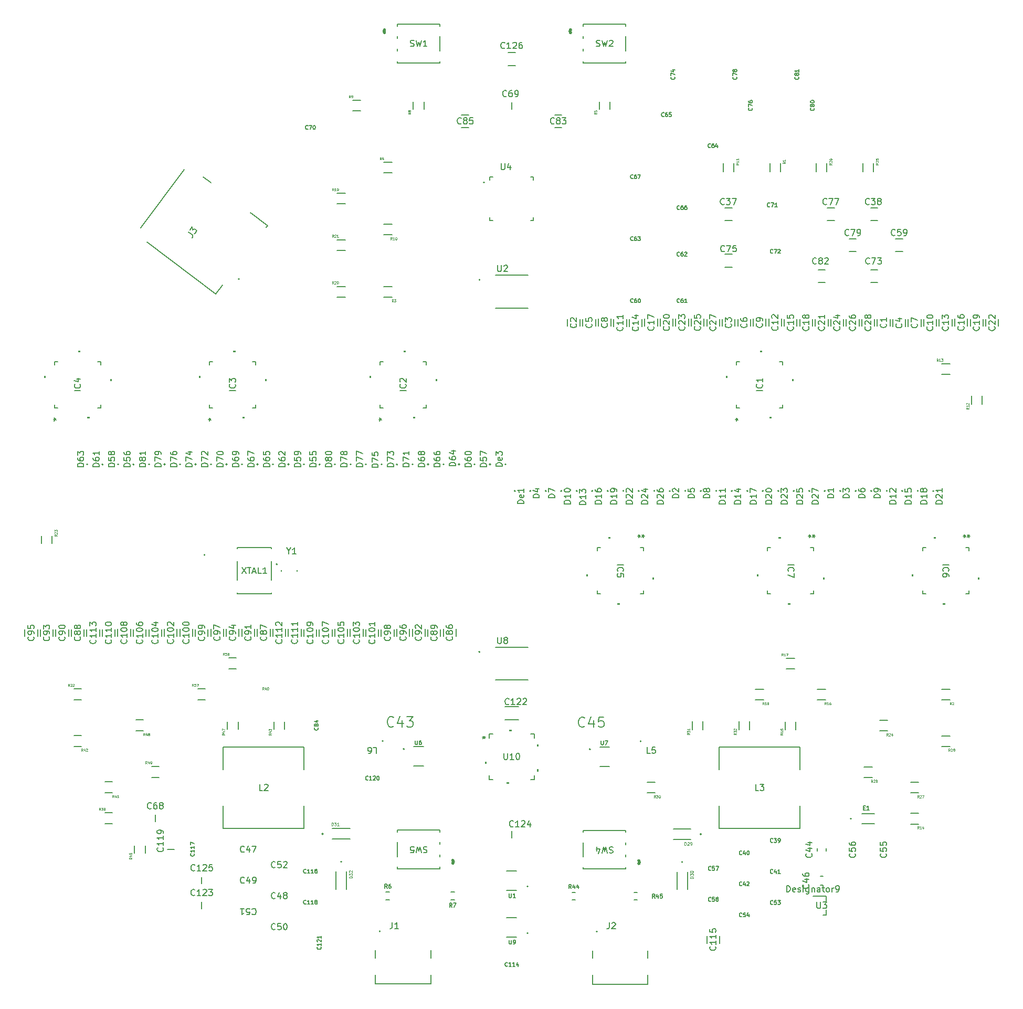
<source format=gbr>
%TF.GenerationSoftware,KiCad,Pcbnew,9.0.0*%
%TF.CreationDate,2025-04-03T19:14:32+05:30*%
%TF.ProjectId,12i(overall),31326928-6f76-4657-9261-6c6c292e6b69,rev?*%
%TF.SameCoordinates,Original*%
%TF.FileFunction,Legend,Top*%
%TF.FilePolarity,Positive*%
%FSLAX46Y46*%
G04 Gerber Fmt 4.6, Leading zero omitted, Abs format (unit mm)*
G04 Created by KiCad (PCBNEW 9.0.0) date 2025-04-03 19:14:32*
%MOMM*%
%LPD*%
G01*
G04 APERTURE LIST*
%ADD10C,0.150000*%
%ADD11C,0.098425*%
%ADD12C,0.120200*%
%ADD13C,0.200000*%
%ADD14C,0.127000*%
%ADD15C,0.152400*%
%ADD16C,0.000000*%
%ADD17C,0.508000*%
G04 APERTURE END LIST*
D10*
X488752950Y-190375147D02*
X488782963Y-190405160D01*
X488782963Y-190405160D02*
X488812975Y-190495197D01*
X488812975Y-190495197D02*
X488812975Y-190555222D01*
X488812975Y-190555222D02*
X488782963Y-190645259D01*
X488782963Y-190645259D02*
X488722938Y-190705284D01*
X488722938Y-190705284D02*
X488662913Y-190735296D01*
X488662913Y-190735296D02*
X488542863Y-190765309D01*
X488542863Y-190765309D02*
X488452826Y-190765309D01*
X488452826Y-190765309D02*
X488332776Y-190735296D01*
X488332776Y-190735296D02*
X488272751Y-190705284D01*
X488272751Y-190705284D02*
X488212726Y-190645259D01*
X488212726Y-190645259D02*
X488182714Y-190555222D01*
X488182714Y-190555222D02*
X488182714Y-190495197D01*
X488182714Y-190495197D02*
X488212726Y-190405160D01*
X488212726Y-190405160D02*
X488242739Y-190375147D01*
X488182714Y-190165060D02*
X488182714Y-189744886D01*
X488182714Y-189744886D02*
X488812975Y-190014998D01*
X488182714Y-189234675D02*
X488182714Y-189354724D01*
X488182714Y-189354724D02*
X488212726Y-189414749D01*
X488212726Y-189414749D02*
X488242739Y-189444762D01*
X488242739Y-189444762D02*
X488332776Y-189504786D01*
X488332776Y-189504786D02*
X488452826Y-189534799D01*
X488452826Y-189534799D02*
X488692925Y-189534799D01*
X488692925Y-189534799D02*
X488752950Y-189504786D01*
X488752950Y-189504786D02*
X488782963Y-189474774D01*
X488782963Y-189474774D02*
X488812975Y-189414749D01*
X488812975Y-189414749D02*
X488812975Y-189294699D01*
X488812975Y-189294699D02*
X488782963Y-189234675D01*
X488782963Y-189234675D02*
X488752950Y-189204662D01*
X488752950Y-189204662D02*
X488692925Y-189174650D01*
X488692925Y-189174650D02*
X488542863Y-189174650D01*
X488542863Y-189174650D02*
X488482838Y-189204662D01*
X488482838Y-189204662D02*
X488452826Y-189234675D01*
X488452826Y-189234675D02*
X488422813Y-189294699D01*
X488422813Y-189294699D02*
X488422813Y-189414749D01*
X488422813Y-189414749D02*
X488452826Y-189474774D01*
X488452826Y-189474774D02*
X488482838Y-189504786D01*
X488482838Y-189504786D02*
X488542863Y-189534799D01*
X383454819Y-248214285D02*
X382454819Y-248214285D01*
X382454819Y-248214285D02*
X382454819Y-247976190D01*
X382454819Y-247976190D02*
X382502438Y-247833333D01*
X382502438Y-247833333D02*
X382597676Y-247738095D01*
X382597676Y-247738095D02*
X382692914Y-247690476D01*
X382692914Y-247690476D02*
X382883390Y-247642857D01*
X382883390Y-247642857D02*
X383026247Y-247642857D01*
X383026247Y-247642857D02*
X383216723Y-247690476D01*
X383216723Y-247690476D02*
X383311961Y-247738095D01*
X383311961Y-247738095D02*
X383407200Y-247833333D01*
X383407200Y-247833333D02*
X383454819Y-247976190D01*
X383454819Y-247976190D02*
X383454819Y-248214285D01*
X382454819Y-246785714D02*
X382454819Y-246976190D01*
X382454819Y-246976190D02*
X382502438Y-247071428D01*
X382502438Y-247071428D02*
X382550057Y-247119047D01*
X382550057Y-247119047D02*
X382692914Y-247214285D01*
X382692914Y-247214285D02*
X382883390Y-247261904D01*
X382883390Y-247261904D02*
X383264342Y-247261904D01*
X383264342Y-247261904D02*
X383359580Y-247214285D01*
X383359580Y-247214285D02*
X383407200Y-247166666D01*
X383407200Y-247166666D02*
X383454819Y-247071428D01*
X383454819Y-247071428D02*
X383454819Y-246880952D01*
X383454819Y-246880952D02*
X383407200Y-246785714D01*
X383407200Y-246785714D02*
X383359580Y-246738095D01*
X383359580Y-246738095D02*
X383264342Y-246690476D01*
X383264342Y-246690476D02*
X383026247Y-246690476D01*
X383026247Y-246690476D02*
X382931009Y-246738095D01*
X382931009Y-246738095D02*
X382883390Y-246785714D01*
X382883390Y-246785714D02*
X382835771Y-246880952D01*
X382835771Y-246880952D02*
X382835771Y-247071428D01*
X382835771Y-247071428D02*
X382883390Y-247166666D01*
X382883390Y-247166666D02*
X382931009Y-247214285D01*
X382931009Y-247214285D02*
X383026247Y-247261904D01*
X383454819Y-245738095D02*
X383454819Y-246309523D01*
X383454819Y-246023809D02*
X382454819Y-246023809D01*
X382454819Y-246023809D02*
X382597676Y-246119047D01*
X382597676Y-246119047D02*
X382692914Y-246214285D01*
X382692914Y-246214285D02*
X382740533Y-246309523D01*
X449590380Y-317067176D02*
X449590380Y-317585271D01*
X449590380Y-317585271D02*
X449620857Y-317646223D01*
X449620857Y-317646223D02*
X449651333Y-317676700D01*
X449651333Y-317676700D02*
X449712285Y-317707176D01*
X449712285Y-317707176D02*
X449834190Y-317707176D01*
X449834190Y-317707176D02*
X449895142Y-317676700D01*
X449895142Y-317676700D02*
X449925619Y-317646223D01*
X449925619Y-317646223D02*
X449956095Y-317585271D01*
X449956095Y-317585271D02*
X449956095Y-317067176D01*
X450596095Y-317707176D02*
X450230380Y-317707176D01*
X450413237Y-317707176D02*
X450413237Y-317067176D01*
X450413237Y-317067176D02*
X450352285Y-317158604D01*
X450352285Y-317158604D02*
X450291333Y-317219557D01*
X450291333Y-317219557D02*
X450230380Y-317250033D01*
X485359580Y-225166666D02*
X485407200Y-225214285D01*
X485407200Y-225214285D02*
X485454819Y-225357142D01*
X485454819Y-225357142D02*
X485454819Y-225452380D01*
X485454819Y-225452380D02*
X485407200Y-225595237D01*
X485407200Y-225595237D02*
X485311961Y-225690475D01*
X485311961Y-225690475D02*
X485216723Y-225738094D01*
X485216723Y-225738094D02*
X485026247Y-225785713D01*
X485026247Y-225785713D02*
X484883390Y-225785713D01*
X484883390Y-225785713D02*
X484692914Y-225738094D01*
X484692914Y-225738094D02*
X484597676Y-225690475D01*
X484597676Y-225690475D02*
X484502438Y-225595237D01*
X484502438Y-225595237D02*
X484454819Y-225452380D01*
X484454819Y-225452380D02*
X484454819Y-225357142D01*
X484454819Y-225357142D02*
X484502438Y-225214285D01*
X484502438Y-225214285D02*
X484550057Y-225166666D01*
X484454819Y-224833332D02*
X484454819Y-224214285D01*
X484454819Y-224214285D02*
X484835771Y-224547618D01*
X484835771Y-224547618D02*
X484835771Y-224404761D01*
X484835771Y-224404761D02*
X484883390Y-224309523D01*
X484883390Y-224309523D02*
X484931009Y-224261904D01*
X484931009Y-224261904D02*
X485026247Y-224214285D01*
X485026247Y-224214285D02*
X485264342Y-224214285D01*
X485264342Y-224214285D02*
X485359580Y-224261904D01*
X485359580Y-224261904D02*
X485407200Y-224309523D01*
X485407200Y-224309523D02*
X485454819Y-224404761D01*
X485454819Y-224404761D02*
X485454819Y-224690475D01*
X485454819Y-224690475D02*
X485407200Y-224785713D01*
X485407200Y-224785713D02*
X485359580Y-224833332D01*
X448454819Y-248166666D02*
X447454819Y-248166666D01*
X447454819Y-248166666D02*
X447454819Y-247928571D01*
X447454819Y-247928571D02*
X447502438Y-247785714D01*
X447502438Y-247785714D02*
X447597676Y-247690476D01*
X447597676Y-247690476D02*
X447692914Y-247642857D01*
X447692914Y-247642857D02*
X447883390Y-247595238D01*
X447883390Y-247595238D02*
X448026247Y-247595238D01*
X448026247Y-247595238D02*
X448216723Y-247642857D01*
X448216723Y-247642857D02*
X448311961Y-247690476D01*
X448311961Y-247690476D02*
X448407200Y-247785714D01*
X448407200Y-247785714D02*
X448454819Y-247928571D01*
X448454819Y-247928571D02*
X448454819Y-248166666D01*
X448407200Y-246785714D02*
X448454819Y-246880952D01*
X448454819Y-246880952D02*
X448454819Y-247071428D01*
X448454819Y-247071428D02*
X448407200Y-247166666D01*
X448407200Y-247166666D02*
X448311961Y-247214285D01*
X448311961Y-247214285D02*
X447931009Y-247214285D01*
X447931009Y-247214285D02*
X447835771Y-247166666D01*
X447835771Y-247166666D02*
X447788152Y-247071428D01*
X447788152Y-247071428D02*
X447788152Y-246880952D01*
X447788152Y-246880952D02*
X447835771Y-246785714D01*
X447835771Y-246785714D02*
X447931009Y-246738095D01*
X447931009Y-246738095D02*
X448026247Y-246738095D01*
X448026247Y-246738095D02*
X448121485Y-247214285D01*
X447454819Y-246404761D02*
X447454819Y-245785714D01*
X447454819Y-245785714D02*
X447835771Y-246119047D01*
X447835771Y-246119047D02*
X447835771Y-245976190D01*
X447835771Y-245976190D02*
X447883390Y-245880952D01*
X447883390Y-245880952D02*
X447931009Y-245833333D01*
X447931009Y-245833333D02*
X448026247Y-245785714D01*
X448026247Y-245785714D02*
X448264342Y-245785714D01*
X448264342Y-245785714D02*
X448359580Y-245833333D01*
X448359580Y-245833333D02*
X448407200Y-245880952D01*
X448407200Y-245880952D02*
X448454819Y-245976190D01*
X448454819Y-245976190D02*
X448454819Y-246261904D01*
X448454819Y-246261904D02*
X448407200Y-246357142D01*
X448407200Y-246357142D02*
X448359580Y-246404761D01*
X461954819Y-254339285D02*
X460954819Y-254339285D01*
X460954819Y-254339285D02*
X460954819Y-254101190D01*
X460954819Y-254101190D02*
X461002438Y-253958333D01*
X461002438Y-253958333D02*
X461097676Y-253863095D01*
X461097676Y-253863095D02*
X461192914Y-253815476D01*
X461192914Y-253815476D02*
X461383390Y-253767857D01*
X461383390Y-253767857D02*
X461526247Y-253767857D01*
X461526247Y-253767857D02*
X461716723Y-253815476D01*
X461716723Y-253815476D02*
X461811961Y-253863095D01*
X461811961Y-253863095D02*
X461907200Y-253958333D01*
X461907200Y-253958333D02*
X461954819Y-254101190D01*
X461954819Y-254101190D02*
X461954819Y-254339285D01*
X461954819Y-252815476D02*
X461954819Y-253386904D01*
X461954819Y-253101190D02*
X460954819Y-253101190D01*
X460954819Y-253101190D02*
X461097676Y-253196428D01*
X461097676Y-253196428D02*
X461192914Y-253291666D01*
X461192914Y-253291666D02*
X461240533Y-253386904D01*
X460954819Y-252482142D02*
X460954819Y-251863095D01*
X460954819Y-251863095D02*
X461335771Y-252196428D01*
X461335771Y-252196428D02*
X461335771Y-252053571D01*
X461335771Y-252053571D02*
X461383390Y-251958333D01*
X461383390Y-251958333D02*
X461431009Y-251910714D01*
X461431009Y-251910714D02*
X461526247Y-251863095D01*
X461526247Y-251863095D02*
X461764342Y-251863095D01*
X461764342Y-251863095D02*
X461859580Y-251910714D01*
X461859580Y-251910714D02*
X461907200Y-251958333D01*
X461907200Y-251958333D02*
X461954819Y-252053571D01*
X461954819Y-252053571D02*
X461954819Y-252339285D01*
X461954819Y-252339285D02*
X461907200Y-252434523D01*
X461907200Y-252434523D02*
X461859580Y-252482142D01*
X497859580Y-225642857D02*
X497907200Y-225690476D01*
X497907200Y-225690476D02*
X497954819Y-225833333D01*
X497954819Y-225833333D02*
X497954819Y-225928571D01*
X497954819Y-225928571D02*
X497907200Y-226071428D01*
X497907200Y-226071428D02*
X497811961Y-226166666D01*
X497811961Y-226166666D02*
X497716723Y-226214285D01*
X497716723Y-226214285D02*
X497526247Y-226261904D01*
X497526247Y-226261904D02*
X497383390Y-226261904D01*
X497383390Y-226261904D02*
X497192914Y-226214285D01*
X497192914Y-226214285D02*
X497097676Y-226166666D01*
X497097676Y-226166666D02*
X497002438Y-226071428D01*
X497002438Y-226071428D02*
X496954819Y-225928571D01*
X496954819Y-225928571D02*
X496954819Y-225833333D01*
X496954819Y-225833333D02*
X497002438Y-225690476D01*
X497002438Y-225690476D02*
X497050057Y-225642857D01*
X497954819Y-224690476D02*
X497954819Y-225261904D01*
X497954819Y-224976190D02*
X496954819Y-224976190D01*
X496954819Y-224976190D02*
X497097676Y-225071428D01*
X497097676Y-225071428D02*
X497192914Y-225166666D01*
X497192914Y-225166666D02*
X497240533Y-225261904D01*
X497383390Y-224119047D02*
X497335771Y-224214285D01*
X497335771Y-224214285D02*
X497288152Y-224261904D01*
X497288152Y-224261904D02*
X497192914Y-224309523D01*
X497192914Y-224309523D02*
X497145295Y-224309523D01*
X497145295Y-224309523D02*
X497050057Y-224261904D01*
X497050057Y-224261904D02*
X497002438Y-224214285D01*
X497002438Y-224214285D02*
X496954819Y-224119047D01*
X496954819Y-224119047D02*
X496954819Y-223928571D01*
X496954819Y-223928571D02*
X497002438Y-223833333D01*
X497002438Y-223833333D02*
X497050057Y-223785714D01*
X497050057Y-223785714D02*
X497145295Y-223738095D01*
X497145295Y-223738095D02*
X497192914Y-223738095D01*
X497192914Y-223738095D02*
X497288152Y-223785714D01*
X497288152Y-223785714D02*
X497335771Y-223833333D01*
X497335771Y-223833333D02*
X497383390Y-223928571D01*
X497383390Y-223928571D02*
X497383390Y-224119047D01*
X497383390Y-224119047D02*
X497431009Y-224214285D01*
X497431009Y-224214285D02*
X497478628Y-224261904D01*
X497478628Y-224261904D02*
X497573866Y-224309523D01*
X497573866Y-224309523D02*
X497764342Y-224309523D01*
X497764342Y-224309523D02*
X497859580Y-224261904D01*
X497859580Y-224261904D02*
X497907200Y-224214285D01*
X497907200Y-224214285D02*
X497954819Y-224119047D01*
X497954819Y-224119047D02*
X497954819Y-223928571D01*
X497954819Y-223928571D02*
X497907200Y-223833333D01*
X497907200Y-223833333D02*
X497859580Y-223785714D01*
X497859580Y-223785714D02*
X497764342Y-223738095D01*
X497764342Y-223738095D02*
X497573866Y-223738095D01*
X497573866Y-223738095D02*
X497478628Y-223785714D01*
X497478628Y-223785714D02*
X497431009Y-223833333D01*
X497431009Y-223833333D02*
X497383390Y-223928571D01*
X414030209Y-261821028D02*
X414030209Y-262297219D01*
X413696876Y-261297219D02*
X414030209Y-261821028D01*
X414030209Y-261821028D02*
X414363542Y-261297219D01*
X415220685Y-262297219D02*
X414649257Y-262297219D01*
X414934971Y-262297219D02*
X414934971Y-261297219D01*
X414934971Y-261297219D02*
X414839733Y-261440076D01*
X414839733Y-261440076D02*
X414744495Y-261535314D01*
X414744495Y-261535314D02*
X414649257Y-261582933D01*
D11*
X486227014Y-291213092D02*
X486039538Y-291344326D01*
X486227014Y-291438064D02*
X485833313Y-291438064D01*
X485833313Y-291438064D02*
X485833313Y-291288083D01*
X485833313Y-291288083D02*
X485852061Y-291250588D01*
X485852061Y-291250588D02*
X485870809Y-291231840D01*
X485870809Y-291231840D02*
X485908304Y-291213092D01*
X485908304Y-291213092D02*
X485964547Y-291213092D01*
X485964547Y-291213092D02*
X486002042Y-291231840D01*
X486002042Y-291231840D02*
X486020790Y-291250588D01*
X486020790Y-291250588D02*
X486039538Y-291288083D01*
X486039538Y-291288083D02*
X486039538Y-291438064D01*
X485833313Y-291081859D02*
X485833313Y-290838139D01*
X485833313Y-290838139D02*
X485983295Y-290969373D01*
X485983295Y-290969373D02*
X485983295Y-290913130D01*
X485983295Y-290913130D02*
X486002042Y-290875634D01*
X486002042Y-290875634D02*
X486020790Y-290856887D01*
X486020790Y-290856887D02*
X486058285Y-290838139D01*
X486058285Y-290838139D02*
X486152024Y-290838139D01*
X486152024Y-290838139D02*
X486189519Y-290856887D01*
X486189519Y-290856887D02*
X486208267Y-290875634D01*
X486208267Y-290875634D02*
X486227014Y-290913130D01*
X486227014Y-290913130D02*
X486227014Y-291025616D01*
X486227014Y-291025616D02*
X486208267Y-291063111D01*
X486208267Y-291063111D02*
X486189519Y-291081859D01*
X485870809Y-290688158D02*
X485852061Y-290669410D01*
X485852061Y-290669410D02*
X485833313Y-290631915D01*
X485833313Y-290631915D02*
X485833313Y-290538177D01*
X485833313Y-290538177D02*
X485852061Y-290500681D01*
X485852061Y-290500681D02*
X485870809Y-290481934D01*
X485870809Y-290481934D02*
X485908304Y-290463186D01*
X485908304Y-290463186D02*
X485945799Y-290463186D01*
X485945799Y-290463186D02*
X486002042Y-290481934D01*
X486002042Y-290481934D02*
X486227014Y-290706906D01*
X486227014Y-290706906D02*
X486227014Y-290463186D01*
D10*
X390359580Y-276145847D02*
X390407200Y-276193466D01*
X390407200Y-276193466D02*
X390454819Y-276336323D01*
X390454819Y-276336323D02*
X390454819Y-276431561D01*
X390454819Y-276431561D02*
X390407200Y-276574418D01*
X390407200Y-276574418D02*
X390311961Y-276669656D01*
X390311961Y-276669656D02*
X390216723Y-276717275D01*
X390216723Y-276717275D02*
X390026247Y-276764894D01*
X390026247Y-276764894D02*
X389883390Y-276764894D01*
X389883390Y-276764894D02*
X389692914Y-276717275D01*
X389692914Y-276717275D02*
X389597676Y-276669656D01*
X389597676Y-276669656D02*
X389502438Y-276574418D01*
X389502438Y-276574418D02*
X389454819Y-276431561D01*
X389454819Y-276431561D02*
X389454819Y-276336323D01*
X389454819Y-276336323D02*
X389502438Y-276193466D01*
X389502438Y-276193466D02*
X389550057Y-276145847D01*
X390454819Y-275193466D02*
X390454819Y-275764894D01*
X390454819Y-275479180D02*
X389454819Y-275479180D01*
X389454819Y-275479180D02*
X389597676Y-275574418D01*
X389597676Y-275574418D02*
X389692914Y-275669656D01*
X389692914Y-275669656D02*
X389740533Y-275764894D01*
X389454819Y-274574418D02*
X389454819Y-274479180D01*
X389454819Y-274479180D02*
X389502438Y-274383942D01*
X389502438Y-274383942D02*
X389550057Y-274336323D01*
X389550057Y-274336323D02*
X389645295Y-274288704D01*
X389645295Y-274288704D02*
X389835771Y-274241085D01*
X389835771Y-274241085D02*
X390073866Y-274241085D01*
X390073866Y-274241085D02*
X390264342Y-274288704D01*
X390264342Y-274288704D02*
X390359580Y-274336323D01*
X390359580Y-274336323D02*
X390407200Y-274383942D01*
X390407200Y-274383942D02*
X390454819Y-274479180D01*
X390454819Y-274479180D02*
X390454819Y-274574418D01*
X390454819Y-274574418D02*
X390407200Y-274669656D01*
X390407200Y-274669656D02*
X390359580Y-274717275D01*
X390359580Y-274717275D02*
X390264342Y-274764894D01*
X390264342Y-274764894D02*
X390073866Y-274812513D01*
X390073866Y-274812513D02*
X389835771Y-274812513D01*
X389835771Y-274812513D02*
X389645295Y-274764894D01*
X389645295Y-274764894D02*
X389550057Y-274717275D01*
X389550057Y-274717275D02*
X389502438Y-274669656D01*
X389502438Y-274669656D02*
X389454819Y-274574418D01*
X389454819Y-273383942D02*
X389454819Y-273574418D01*
X389454819Y-273574418D02*
X389502438Y-273669656D01*
X389502438Y-273669656D02*
X389550057Y-273717275D01*
X389550057Y-273717275D02*
X389692914Y-273812513D01*
X389692914Y-273812513D02*
X389883390Y-273860132D01*
X389883390Y-273860132D02*
X390264342Y-273860132D01*
X390264342Y-273860132D02*
X390359580Y-273812513D01*
X390359580Y-273812513D02*
X390407200Y-273764894D01*
X390407200Y-273764894D02*
X390454819Y-273669656D01*
X390454819Y-273669656D02*
X390454819Y-273479180D01*
X390454819Y-273479180D02*
X390407200Y-273383942D01*
X390407200Y-273383942D02*
X390359580Y-273336323D01*
X390359580Y-273336323D02*
X390264342Y-273288704D01*
X390264342Y-273288704D02*
X390026247Y-273288704D01*
X390026247Y-273288704D02*
X389931009Y-273336323D01*
X389931009Y-273336323D02*
X389883390Y-273383942D01*
X389883390Y-273383942D02*
X389835771Y-273479180D01*
X389835771Y-273479180D02*
X389835771Y-273669656D01*
X389835771Y-273669656D02*
X389883390Y-273764894D01*
X389883390Y-273764894D02*
X389931009Y-273812513D01*
X389931009Y-273812513D02*
X390026247Y-273860132D01*
X469454819Y-254214285D02*
X468454819Y-254214285D01*
X468454819Y-254214285D02*
X468454819Y-253976190D01*
X468454819Y-253976190D02*
X468502438Y-253833333D01*
X468502438Y-253833333D02*
X468597676Y-253738095D01*
X468597676Y-253738095D02*
X468692914Y-253690476D01*
X468692914Y-253690476D02*
X468883390Y-253642857D01*
X468883390Y-253642857D02*
X469026247Y-253642857D01*
X469026247Y-253642857D02*
X469216723Y-253690476D01*
X469216723Y-253690476D02*
X469311961Y-253738095D01*
X469311961Y-253738095D02*
X469407200Y-253833333D01*
X469407200Y-253833333D02*
X469454819Y-253976190D01*
X469454819Y-253976190D02*
X469454819Y-254214285D01*
X468550057Y-253261904D02*
X468502438Y-253214285D01*
X468502438Y-253214285D02*
X468454819Y-253119047D01*
X468454819Y-253119047D02*
X468454819Y-252880952D01*
X468454819Y-252880952D02*
X468502438Y-252785714D01*
X468502438Y-252785714D02*
X468550057Y-252738095D01*
X468550057Y-252738095D02*
X468645295Y-252690476D01*
X468645295Y-252690476D02*
X468740533Y-252690476D01*
X468740533Y-252690476D02*
X468883390Y-252738095D01*
X468883390Y-252738095D02*
X469454819Y-253309523D01*
X469454819Y-253309523D02*
X469454819Y-252690476D01*
X468550057Y-252309523D02*
X468502438Y-252261904D01*
X468502438Y-252261904D02*
X468454819Y-252166666D01*
X468454819Y-252166666D02*
X468454819Y-251928571D01*
X468454819Y-251928571D02*
X468502438Y-251833333D01*
X468502438Y-251833333D02*
X468550057Y-251785714D01*
X468550057Y-251785714D02*
X468645295Y-251738095D01*
X468645295Y-251738095D02*
X468740533Y-251738095D01*
X468740533Y-251738095D02*
X468883390Y-251785714D01*
X468883390Y-251785714D02*
X469454819Y-252357142D01*
X469454819Y-252357142D02*
X469454819Y-251738095D01*
D11*
X383666907Y-303647014D02*
X383535673Y-303459538D01*
X383441935Y-303647014D02*
X383441935Y-303253313D01*
X383441935Y-303253313D02*
X383591916Y-303253313D01*
X383591916Y-303253313D02*
X383629412Y-303272061D01*
X383629412Y-303272061D02*
X383648159Y-303290809D01*
X383648159Y-303290809D02*
X383666907Y-303328304D01*
X383666907Y-303328304D02*
X383666907Y-303384547D01*
X383666907Y-303384547D02*
X383648159Y-303422042D01*
X383648159Y-303422042D02*
X383629412Y-303440790D01*
X383629412Y-303440790D02*
X383591916Y-303459538D01*
X383591916Y-303459538D02*
X383441935Y-303459538D01*
X383798141Y-303253313D02*
X384041860Y-303253313D01*
X384041860Y-303253313D02*
X383910627Y-303403295D01*
X383910627Y-303403295D02*
X383966870Y-303403295D01*
X383966870Y-303403295D02*
X384004365Y-303422042D01*
X384004365Y-303422042D02*
X384023113Y-303440790D01*
X384023113Y-303440790D02*
X384041860Y-303478285D01*
X384041860Y-303478285D02*
X384041860Y-303572024D01*
X384041860Y-303572024D02*
X384023113Y-303609519D01*
X384023113Y-303609519D02*
X384004365Y-303628267D01*
X384004365Y-303628267D02*
X383966870Y-303647014D01*
X383966870Y-303647014D02*
X383854384Y-303647014D01*
X383854384Y-303647014D02*
X383816888Y-303628267D01*
X383816888Y-303628267D02*
X383798141Y-303609519D01*
X384229337Y-303647014D02*
X384304327Y-303647014D01*
X384304327Y-303647014D02*
X384341823Y-303628267D01*
X384341823Y-303628267D02*
X384360570Y-303609519D01*
X384360570Y-303609519D02*
X384398066Y-303553276D01*
X384398066Y-303553276D02*
X384416813Y-303478285D01*
X384416813Y-303478285D02*
X384416813Y-303328304D01*
X384416813Y-303328304D02*
X384398066Y-303290809D01*
X384398066Y-303290809D02*
X384379318Y-303272061D01*
X384379318Y-303272061D02*
X384341823Y-303253313D01*
X384341823Y-303253313D02*
X384266832Y-303253313D01*
X384266832Y-303253313D02*
X384229337Y-303272061D01*
X384229337Y-303272061D02*
X384210589Y-303290809D01*
X384210589Y-303290809D02*
X384191841Y-303328304D01*
X384191841Y-303328304D02*
X384191841Y-303422042D01*
X384191841Y-303422042D02*
X384210589Y-303459538D01*
X384210589Y-303459538D02*
X384229337Y-303478285D01*
X384229337Y-303478285D02*
X384266832Y-303497033D01*
X384266832Y-303497033D02*
X384341823Y-303497033D01*
X384341823Y-303497033D02*
X384379318Y-303478285D01*
X384379318Y-303478285D02*
X384398066Y-303459538D01*
X384398066Y-303459538D02*
X384416813Y-303422042D01*
X411197014Y-291283092D02*
X411009538Y-291414326D01*
X411197014Y-291508064D02*
X410803313Y-291508064D01*
X410803313Y-291508064D02*
X410803313Y-291358083D01*
X410803313Y-291358083D02*
X410822061Y-291320588D01*
X410822061Y-291320588D02*
X410840809Y-291301840D01*
X410840809Y-291301840D02*
X410878304Y-291283092D01*
X410878304Y-291283092D02*
X410934547Y-291283092D01*
X410934547Y-291283092D02*
X410972042Y-291301840D01*
X410972042Y-291301840D02*
X410990790Y-291320588D01*
X410990790Y-291320588D02*
X411009538Y-291358083D01*
X411009538Y-291358083D02*
X411009538Y-291508064D01*
X410934547Y-290945634D02*
X411197014Y-290945634D01*
X410784566Y-291039373D02*
X411065781Y-291133111D01*
X411065781Y-291133111D02*
X411065781Y-290889391D01*
X410803313Y-290776906D02*
X410803313Y-290533186D01*
X410803313Y-290533186D02*
X410953295Y-290664420D01*
X410953295Y-290664420D02*
X410953295Y-290608177D01*
X410953295Y-290608177D02*
X410972042Y-290570681D01*
X410972042Y-290570681D02*
X410990790Y-290551934D01*
X410990790Y-290551934D02*
X411028285Y-290533186D01*
X411028285Y-290533186D02*
X411122024Y-290533186D01*
X411122024Y-290533186D02*
X411159519Y-290551934D01*
X411159519Y-290551934D02*
X411178267Y-290570681D01*
X411178267Y-290570681D02*
X411197014Y-290608177D01*
X411197014Y-290608177D02*
X411197014Y-290720663D01*
X411197014Y-290720663D02*
X411178267Y-290758158D01*
X411178267Y-290758158D02*
X411159519Y-290776906D01*
D10*
X496954819Y-254214285D02*
X495954819Y-254214285D01*
X495954819Y-254214285D02*
X495954819Y-253976190D01*
X495954819Y-253976190D02*
X496002438Y-253833333D01*
X496002438Y-253833333D02*
X496097676Y-253738095D01*
X496097676Y-253738095D02*
X496192914Y-253690476D01*
X496192914Y-253690476D02*
X496383390Y-253642857D01*
X496383390Y-253642857D02*
X496526247Y-253642857D01*
X496526247Y-253642857D02*
X496716723Y-253690476D01*
X496716723Y-253690476D02*
X496811961Y-253738095D01*
X496811961Y-253738095D02*
X496907200Y-253833333D01*
X496907200Y-253833333D02*
X496954819Y-253976190D01*
X496954819Y-253976190D02*
X496954819Y-254214285D01*
X496050057Y-253261904D02*
X496002438Y-253214285D01*
X496002438Y-253214285D02*
X495954819Y-253119047D01*
X495954819Y-253119047D02*
X495954819Y-252880952D01*
X495954819Y-252880952D02*
X496002438Y-252785714D01*
X496002438Y-252785714D02*
X496050057Y-252738095D01*
X496050057Y-252738095D02*
X496145295Y-252690476D01*
X496145295Y-252690476D02*
X496240533Y-252690476D01*
X496240533Y-252690476D02*
X496383390Y-252738095D01*
X496383390Y-252738095D02*
X496954819Y-253309523D01*
X496954819Y-253309523D02*
X496954819Y-252690476D01*
X495954819Y-251785714D02*
X495954819Y-252261904D01*
X495954819Y-252261904D02*
X496431009Y-252309523D01*
X496431009Y-252309523D02*
X496383390Y-252261904D01*
X496383390Y-252261904D02*
X496335771Y-252166666D01*
X496335771Y-252166666D02*
X496335771Y-251928571D01*
X496335771Y-251928571D02*
X496383390Y-251833333D01*
X496383390Y-251833333D02*
X496431009Y-251785714D01*
X496431009Y-251785714D02*
X496526247Y-251738095D01*
X496526247Y-251738095D02*
X496764342Y-251738095D01*
X496764342Y-251738095D02*
X496859580Y-251785714D01*
X496859580Y-251785714D02*
X496907200Y-251833333D01*
X496907200Y-251833333D02*
X496954819Y-251928571D01*
X496954819Y-251928571D02*
X496954819Y-252166666D01*
X496954819Y-252166666D02*
X496907200Y-252261904D01*
X496907200Y-252261904D02*
X496859580Y-252309523D01*
X462859580Y-225166666D02*
X462907200Y-225214285D01*
X462907200Y-225214285D02*
X462954819Y-225357142D01*
X462954819Y-225357142D02*
X462954819Y-225452380D01*
X462954819Y-225452380D02*
X462907200Y-225595237D01*
X462907200Y-225595237D02*
X462811961Y-225690475D01*
X462811961Y-225690475D02*
X462716723Y-225738094D01*
X462716723Y-225738094D02*
X462526247Y-225785713D01*
X462526247Y-225785713D02*
X462383390Y-225785713D01*
X462383390Y-225785713D02*
X462192914Y-225738094D01*
X462192914Y-225738094D02*
X462097676Y-225690475D01*
X462097676Y-225690475D02*
X462002438Y-225595237D01*
X462002438Y-225595237D02*
X461954819Y-225452380D01*
X461954819Y-225452380D02*
X461954819Y-225357142D01*
X461954819Y-225357142D02*
X462002438Y-225214285D01*
X462002438Y-225214285D02*
X462050057Y-225166666D01*
X461954819Y-224261904D02*
X461954819Y-224738094D01*
X461954819Y-224738094D02*
X462431009Y-224785713D01*
X462431009Y-224785713D02*
X462383390Y-224738094D01*
X462383390Y-224738094D02*
X462335771Y-224642856D01*
X462335771Y-224642856D02*
X462335771Y-224404761D01*
X462335771Y-224404761D02*
X462383390Y-224309523D01*
X462383390Y-224309523D02*
X462431009Y-224261904D01*
X462431009Y-224261904D02*
X462526247Y-224214285D01*
X462526247Y-224214285D02*
X462764342Y-224214285D01*
X462764342Y-224214285D02*
X462859580Y-224261904D01*
X462859580Y-224261904D02*
X462907200Y-224309523D01*
X462907200Y-224309523D02*
X462954819Y-224404761D01*
X462954819Y-224404761D02*
X462954819Y-224642856D01*
X462954819Y-224642856D02*
X462907200Y-224738094D01*
X462907200Y-224738094D02*
X462859580Y-224785713D01*
X441857142Y-192859580D02*
X441809523Y-192907200D01*
X441809523Y-192907200D02*
X441666666Y-192954819D01*
X441666666Y-192954819D02*
X441571428Y-192954819D01*
X441571428Y-192954819D02*
X441428571Y-192907200D01*
X441428571Y-192907200D02*
X441333333Y-192811961D01*
X441333333Y-192811961D02*
X441285714Y-192716723D01*
X441285714Y-192716723D02*
X441238095Y-192526247D01*
X441238095Y-192526247D02*
X441238095Y-192383390D01*
X441238095Y-192383390D02*
X441285714Y-192192914D01*
X441285714Y-192192914D02*
X441333333Y-192097676D01*
X441333333Y-192097676D02*
X441428571Y-192002438D01*
X441428571Y-192002438D02*
X441571428Y-191954819D01*
X441571428Y-191954819D02*
X441666666Y-191954819D01*
X441666666Y-191954819D02*
X441809523Y-192002438D01*
X441809523Y-192002438D02*
X441857142Y-192050057D01*
X442428571Y-192383390D02*
X442333333Y-192335771D01*
X442333333Y-192335771D02*
X442285714Y-192288152D01*
X442285714Y-192288152D02*
X442238095Y-192192914D01*
X442238095Y-192192914D02*
X442238095Y-192145295D01*
X442238095Y-192145295D02*
X442285714Y-192050057D01*
X442285714Y-192050057D02*
X442333333Y-192002438D01*
X442333333Y-192002438D02*
X442428571Y-191954819D01*
X442428571Y-191954819D02*
X442619047Y-191954819D01*
X442619047Y-191954819D02*
X442714285Y-192002438D01*
X442714285Y-192002438D02*
X442761904Y-192050057D01*
X442761904Y-192050057D02*
X442809523Y-192145295D01*
X442809523Y-192145295D02*
X442809523Y-192192914D01*
X442809523Y-192192914D02*
X442761904Y-192288152D01*
X442761904Y-192288152D02*
X442714285Y-192335771D01*
X442714285Y-192335771D02*
X442619047Y-192383390D01*
X442619047Y-192383390D02*
X442428571Y-192383390D01*
X442428571Y-192383390D02*
X442333333Y-192431009D01*
X442333333Y-192431009D02*
X442285714Y-192478628D01*
X442285714Y-192478628D02*
X442238095Y-192573866D01*
X442238095Y-192573866D02*
X442238095Y-192764342D01*
X442238095Y-192764342D02*
X442285714Y-192859580D01*
X442285714Y-192859580D02*
X442333333Y-192907200D01*
X442333333Y-192907200D02*
X442428571Y-192954819D01*
X442428571Y-192954819D02*
X442619047Y-192954819D01*
X442619047Y-192954819D02*
X442714285Y-192907200D01*
X442714285Y-192907200D02*
X442761904Y-192859580D01*
X442761904Y-192859580D02*
X442809523Y-192764342D01*
X442809523Y-192764342D02*
X442809523Y-192573866D01*
X442809523Y-192573866D02*
X442761904Y-192478628D01*
X442761904Y-192478628D02*
X442714285Y-192431009D01*
X442714285Y-192431009D02*
X442619047Y-192383390D01*
X443714285Y-191954819D02*
X443238095Y-191954819D01*
X443238095Y-191954819D02*
X443190476Y-192431009D01*
X443190476Y-192431009D02*
X443238095Y-192383390D01*
X443238095Y-192383390D02*
X443333333Y-192335771D01*
X443333333Y-192335771D02*
X443571428Y-192335771D01*
X443571428Y-192335771D02*
X443666666Y-192383390D01*
X443666666Y-192383390D02*
X443714285Y-192431009D01*
X443714285Y-192431009D02*
X443761904Y-192526247D01*
X443761904Y-192526247D02*
X443761904Y-192764342D01*
X443761904Y-192764342D02*
X443714285Y-192859580D01*
X443714285Y-192859580D02*
X443666666Y-192907200D01*
X443666666Y-192907200D02*
X443571428Y-192954819D01*
X443571428Y-192954819D02*
X443333333Y-192954819D01*
X443333333Y-192954819D02*
X443238095Y-192907200D01*
X443238095Y-192907200D02*
X443190476Y-192859580D01*
X486252950Y-185375147D02*
X486282963Y-185405160D01*
X486282963Y-185405160D02*
X486312975Y-185495197D01*
X486312975Y-185495197D02*
X486312975Y-185555222D01*
X486312975Y-185555222D02*
X486282963Y-185645259D01*
X486282963Y-185645259D02*
X486222938Y-185705284D01*
X486222938Y-185705284D02*
X486162913Y-185735296D01*
X486162913Y-185735296D02*
X486042863Y-185765309D01*
X486042863Y-185765309D02*
X485952826Y-185765309D01*
X485952826Y-185765309D02*
X485832776Y-185735296D01*
X485832776Y-185735296D02*
X485772751Y-185705284D01*
X485772751Y-185705284D02*
X485712726Y-185645259D01*
X485712726Y-185645259D02*
X485682714Y-185555222D01*
X485682714Y-185555222D02*
X485682714Y-185495197D01*
X485682714Y-185495197D02*
X485712726Y-185405160D01*
X485712726Y-185405160D02*
X485742739Y-185375147D01*
X485682714Y-185165060D02*
X485682714Y-184744886D01*
X485682714Y-184744886D02*
X486312975Y-185014998D01*
X485952826Y-184414749D02*
X485922813Y-184474774D01*
X485922813Y-184474774D02*
X485892801Y-184504786D01*
X485892801Y-184504786D02*
X485832776Y-184534799D01*
X485832776Y-184534799D02*
X485802764Y-184534799D01*
X485802764Y-184534799D02*
X485742739Y-184504786D01*
X485742739Y-184504786D02*
X485712726Y-184474774D01*
X485712726Y-184474774D02*
X485682714Y-184414749D01*
X485682714Y-184414749D02*
X485682714Y-184294699D01*
X485682714Y-184294699D02*
X485712726Y-184234675D01*
X485712726Y-184234675D02*
X485742739Y-184204662D01*
X485742739Y-184204662D02*
X485802764Y-184174650D01*
X485802764Y-184174650D02*
X485832776Y-184174650D01*
X485832776Y-184174650D02*
X485892801Y-184204662D01*
X485892801Y-184204662D02*
X485922813Y-184234675D01*
X485922813Y-184234675D02*
X485952826Y-184294699D01*
X485952826Y-184294699D02*
X485952826Y-184414749D01*
X485952826Y-184414749D02*
X485982838Y-184474774D01*
X485982838Y-184474774D02*
X486012851Y-184504786D01*
X486012851Y-184504786D02*
X486072876Y-184534799D01*
X486072876Y-184534799D02*
X486192925Y-184534799D01*
X486192925Y-184534799D02*
X486252950Y-184504786D01*
X486252950Y-184504786D02*
X486282963Y-184474774D01*
X486282963Y-184474774D02*
X486312975Y-184414749D01*
X486312975Y-184414749D02*
X486312975Y-184294699D01*
X486312975Y-184294699D02*
X486282963Y-184234675D01*
X486282963Y-184234675D02*
X486252950Y-184204662D01*
X486252950Y-184204662D02*
X486192925Y-184174650D01*
X486192925Y-184174650D02*
X486072876Y-184174650D01*
X486072876Y-184174650D02*
X486012851Y-184204662D01*
X486012851Y-184204662D02*
X485982838Y-184234675D01*
X485982838Y-184234675D02*
X485952826Y-184294699D01*
X490359580Y-225139866D02*
X490407200Y-225187485D01*
X490407200Y-225187485D02*
X490454819Y-225330342D01*
X490454819Y-225330342D02*
X490454819Y-225425580D01*
X490454819Y-225425580D02*
X490407200Y-225568437D01*
X490407200Y-225568437D02*
X490311961Y-225663675D01*
X490311961Y-225663675D02*
X490216723Y-225711294D01*
X490216723Y-225711294D02*
X490026247Y-225758913D01*
X490026247Y-225758913D02*
X489883390Y-225758913D01*
X489883390Y-225758913D02*
X489692914Y-225711294D01*
X489692914Y-225711294D02*
X489597676Y-225663675D01*
X489597676Y-225663675D02*
X489502438Y-225568437D01*
X489502438Y-225568437D02*
X489454819Y-225425580D01*
X489454819Y-225425580D02*
X489454819Y-225330342D01*
X489454819Y-225330342D02*
X489502438Y-225187485D01*
X489502438Y-225187485D02*
X489550057Y-225139866D01*
X490454819Y-224663675D02*
X490454819Y-224473199D01*
X490454819Y-224473199D02*
X490407200Y-224377961D01*
X490407200Y-224377961D02*
X490359580Y-224330342D01*
X490359580Y-224330342D02*
X490216723Y-224235104D01*
X490216723Y-224235104D02*
X490026247Y-224187485D01*
X490026247Y-224187485D02*
X489645295Y-224187485D01*
X489645295Y-224187485D02*
X489550057Y-224235104D01*
X489550057Y-224235104D02*
X489502438Y-224282723D01*
X489502438Y-224282723D02*
X489454819Y-224377961D01*
X489454819Y-224377961D02*
X489454819Y-224568437D01*
X489454819Y-224568437D02*
X489502438Y-224663675D01*
X489502438Y-224663675D02*
X489550057Y-224711294D01*
X489550057Y-224711294D02*
X489645295Y-224758913D01*
X489645295Y-224758913D02*
X489883390Y-224758913D01*
X489883390Y-224758913D02*
X489978628Y-224711294D01*
X489978628Y-224711294D02*
X490026247Y-224663675D01*
X490026247Y-224663675D02*
X490073866Y-224568437D01*
X490073866Y-224568437D02*
X490073866Y-224377961D01*
X490073866Y-224377961D02*
X490026247Y-224282723D01*
X490026247Y-224282723D02*
X489978628Y-224235104D01*
X489978628Y-224235104D02*
X489883390Y-224187485D01*
X459620571Y-316256876D02*
X459407237Y-315952114D01*
X459254856Y-316256876D02*
X459254856Y-315616876D01*
X459254856Y-315616876D02*
X459498666Y-315616876D01*
X459498666Y-315616876D02*
X459559618Y-315647352D01*
X459559618Y-315647352D02*
X459590095Y-315677828D01*
X459590095Y-315677828D02*
X459620571Y-315738780D01*
X459620571Y-315738780D02*
X459620571Y-315830209D01*
X459620571Y-315830209D02*
X459590095Y-315891161D01*
X459590095Y-315891161D02*
X459559618Y-315921638D01*
X459559618Y-315921638D02*
X459498666Y-315952114D01*
X459498666Y-315952114D02*
X459254856Y-315952114D01*
X460169142Y-315830209D02*
X460169142Y-316256876D01*
X460016761Y-315586400D02*
X459864380Y-316043542D01*
X459864380Y-316043542D02*
X460260571Y-316043542D01*
X460778666Y-315830209D02*
X460778666Y-316256876D01*
X460626285Y-315586400D02*
X460473904Y-316043542D01*
X460473904Y-316043542D02*
X460870095Y-316043542D01*
X448761905Y-294454819D02*
X448761905Y-295264342D01*
X448761905Y-295264342D02*
X448809524Y-295359580D01*
X448809524Y-295359580D02*
X448857143Y-295407200D01*
X448857143Y-295407200D02*
X448952381Y-295454819D01*
X448952381Y-295454819D02*
X449142857Y-295454819D01*
X449142857Y-295454819D02*
X449238095Y-295407200D01*
X449238095Y-295407200D02*
X449285714Y-295359580D01*
X449285714Y-295359580D02*
X449333333Y-295264342D01*
X449333333Y-295264342D02*
X449333333Y-294454819D01*
X450333333Y-295454819D02*
X449761905Y-295454819D01*
X450047619Y-295454819D02*
X450047619Y-294454819D01*
X450047619Y-294454819D02*
X449952381Y-294597676D01*
X449952381Y-294597676D02*
X449857143Y-294692914D01*
X449857143Y-294692914D02*
X449761905Y-294740533D01*
X450952381Y-294454819D02*
X451047619Y-294454819D01*
X451047619Y-294454819D02*
X451142857Y-294502438D01*
X451142857Y-294502438D02*
X451190476Y-294550057D01*
X451190476Y-294550057D02*
X451238095Y-294645295D01*
X451238095Y-294645295D02*
X451285714Y-294835771D01*
X451285714Y-294835771D02*
X451285714Y-295073866D01*
X451285714Y-295073866D02*
X451238095Y-295264342D01*
X451238095Y-295264342D02*
X451190476Y-295359580D01*
X451190476Y-295359580D02*
X451142857Y-295407200D01*
X451142857Y-295407200D02*
X451047619Y-295454819D01*
X451047619Y-295454819D02*
X450952381Y-295454819D01*
X450952381Y-295454819D02*
X450857143Y-295407200D01*
X450857143Y-295407200D02*
X450809524Y-295359580D01*
X450809524Y-295359580D02*
X450761905Y-295264342D01*
X450761905Y-295264342D02*
X450714286Y-295073866D01*
X450714286Y-295073866D02*
X450714286Y-294835771D01*
X450714286Y-294835771D02*
X450761905Y-294645295D01*
X450761905Y-294645295D02*
X450809524Y-294550057D01*
X450809524Y-294550057D02*
X450857143Y-294502438D01*
X450857143Y-294502438D02*
X450952381Y-294454819D01*
X445535199Y-291654819D02*
X445535199Y-291892914D01*
X445297104Y-291797676D02*
X445535199Y-291892914D01*
X445535199Y-291892914D02*
X445773294Y-291797676D01*
X445392342Y-292083390D02*
X445535199Y-291892914D01*
X445535199Y-291892914D02*
X445678056Y-292083390D01*
X445535199Y-291654819D02*
X445535199Y-291892914D01*
X445297104Y-291797676D02*
X445535199Y-291892914D01*
X445535199Y-291892914D02*
X445773294Y-291797676D01*
X445392342Y-292083390D02*
X445535199Y-291892914D01*
X445535199Y-291892914D02*
X445678056Y-292083390D01*
X505359580Y-225642857D02*
X505407200Y-225690476D01*
X505407200Y-225690476D02*
X505454819Y-225833333D01*
X505454819Y-225833333D02*
X505454819Y-225928571D01*
X505454819Y-225928571D02*
X505407200Y-226071428D01*
X505407200Y-226071428D02*
X505311961Y-226166666D01*
X505311961Y-226166666D02*
X505216723Y-226214285D01*
X505216723Y-226214285D02*
X505026247Y-226261904D01*
X505026247Y-226261904D02*
X504883390Y-226261904D01*
X504883390Y-226261904D02*
X504692914Y-226214285D01*
X504692914Y-226214285D02*
X504597676Y-226166666D01*
X504597676Y-226166666D02*
X504502438Y-226071428D01*
X504502438Y-226071428D02*
X504454819Y-225928571D01*
X504454819Y-225928571D02*
X504454819Y-225833333D01*
X504454819Y-225833333D02*
X504502438Y-225690476D01*
X504502438Y-225690476D02*
X504550057Y-225642857D01*
X504550057Y-225261904D02*
X504502438Y-225214285D01*
X504502438Y-225214285D02*
X504454819Y-225119047D01*
X504454819Y-225119047D02*
X504454819Y-224880952D01*
X504454819Y-224880952D02*
X504502438Y-224785714D01*
X504502438Y-224785714D02*
X504550057Y-224738095D01*
X504550057Y-224738095D02*
X504645295Y-224690476D01*
X504645295Y-224690476D02*
X504740533Y-224690476D01*
X504740533Y-224690476D02*
X504883390Y-224738095D01*
X504883390Y-224738095D02*
X505454819Y-225309523D01*
X505454819Y-225309523D02*
X505454819Y-224690476D01*
X504454819Y-223833333D02*
X504454819Y-224023809D01*
X504454819Y-224023809D02*
X504502438Y-224119047D01*
X504502438Y-224119047D02*
X504550057Y-224166666D01*
X504550057Y-224166666D02*
X504692914Y-224261904D01*
X504692914Y-224261904D02*
X504883390Y-224309523D01*
X504883390Y-224309523D02*
X505264342Y-224309523D01*
X505264342Y-224309523D02*
X505359580Y-224261904D01*
X505359580Y-224261904D02*
X505407200Y-224214285D01*
X505407200Y-224214285D02*
X505454819Y-224119047D01*
X505454819Y-224119047D02*
X505454819Y-223928571D01*
X505454819Y-223928571D02*
X505407200Y-223833333D01*
X505407200Y-223833333D02*
X505359580Y-223785714D01*
X505359580Y-223785714D02*
X505264342Y-223738095D01*
X505264342Y-223738095D02*
X505026247Y-223738095D01*
X505026247Y-223738095D02*
X504931009Y-223785714D01*
X504931009Y-223785714D02*
X504883390Y-223833333D01*
X504883390Y-223833333D02*
X504835771Y-223928571D01*
X504835771Y-223928571D02*
X504835771Y-224119047D01*
X504835771Y-224119047D02*
X504883390Y-224214285D01*
X504883390Y-224214285D02*
X504931009Y-224261904D01*
X504931009Y-224261904D02*
X505026247Y-224309523D01*
X465359580Y-225139866D02*
X465407200Y-225187485D01*
X465407200Y-225187485D02*
X465454819Y-225330342D01*
X465454819Y-225330342D02*
X465454819Y-225425580D01*
X465454819Y-225425580D02*
X465407200Y-225568437D01*
X465407200Y-225568437D02*
X465311961Y-225663675D01*
X465311961Y-225663675D02*
X465216723Y-225711294D01*
X465216723Y-225711294D02*
X465026247Y-225758913D01*
X465026247Y-225758913D02*
X464883390Y-225758913D01*
X464883390Y-225758913D02*
X464692914Y-225711294D01*
X464692914Y-225711294D02*
X464597676Y-225663675D01*
X464597676Y-225663675D02*
X464502438Y-225568437D01*
X464502438Y-225568437D02*
X464454819Y-225425580D01*
X464454819Y-225425580D02*
X464454819Y-225330342D01*
X464454819Y-225330342D02*
X464502438Y-225187485D01*
X464502438Y-225187485D02*
X464550057Y-225139866D01*
X464883390Y-224568437D02*
X464835771Y-224663675D01*
X464835771Y-224663675D02*
X464788152Y-224711294D01*
X464788152Y-224711294D02*
X464692914Y-224758913D01*
X464692914Y-224758913D02*
X464645295Y-224758913D01*
X464645295Y-224758913D02*
X464550057Y-224711294D01*
X464550057Y-224711294D02*
X464502438Y-224663675D01*
X464502438Y-224663675D02*
X464454819Y-224568437D01*
X464454819Y-224568437D02*
X464454819Y-224377961D01*
X464454819Y-224377961D02*
X464502438Y-224282723D01*
X464502438Y-224282723D02*
X464550057Y-224235104D01*
X464550057Y-224235104D02*
X464645295Y-224187485D01*
X464645295Y-224187485D02*
X464692914Y-224187485D01*
X464692914Y-224187485D02*
X464788152Y-224235104D01*
X464788152Y-224235104D02*
X464835771Y-224282723D01*
X464835771Y-224282723D02*
X464883390Y-224377961D01*
X464883390Y-224377961D02*
X464883390Y-224568437D01*
X464883390Y-224568437D02*
X464931009Y-224663675D01*
X464931009Y-224663675D02*
X464978628Y-224711294D01*
X464978628Y-224711294D02*
X465073866Y-224758913D01*
X465073866Y-224758913D02*
X465264342Y-224758913D01*
X465264342Y-224758913D02*
X465359580Y-224711294D01*
X465359580Y-224711294D02*
X465407200Y-224663675D01*
X465407200Y-224663675D02*
X465454819Y-224568437D01*
X465454819Y-224568437D02*
X465454819Y-224377961D01*
X465454819Y-224377961D02*
X465407200Y-224282723D01*
X465407200Y-224282723D02*
X465359580Y-224235104D01*
X465359580Y-224235104D02*
X465264342Y-224187485D01*
X465264342Y-224187485D02*
X465073866Y-224187485D01*
X465073866Y-224187485D02*
X464978628Y-224235104D01*
X464978628Y-224235104D02*
X464931009Y-224282723D01*
X464931009Y-224282723D02*
X464883390Y-224377961D01*
X474564812Y-191694542D02*
X474534799Y-191724555D01*
X474534799Y-191724555D02*
X474444762Y-191754567D01*
X474444762Y-191754567D02*
X474384737Y-191754567D01*
X474384737Y-191754567D02*
X474294700Y-191724555D01*
X474294700Y-191724555D02*
X474234675Y-191664530D01*
X474234675Y-191664530D02*
X474204663Y-191604505D01*
X474204663Y-191604505D02*
X474174650Y-191484455D01*
X474174650Y-191484455D02*
X474174650Y-191394418D01*
X474174650Y-191394418D02*
X474204663Y-191274368D01*
X474204663Y-191274368D02*
X474234675Y-191214343D01*
X474234675Y-191214343D02*
X474294700Y-191154318D01*
X474294700Y-191154318D02*
X474384737Y-191124306D01*
X474384737Y-191124306D02*
X474444762Y-191124306D01*
X474444762Y-191124306D02*
X474534799Y-191154318D01*
X474534799Y-191154318D02*
X474564812Y-191184331D01*
X475105036Y-191124306D02*
X474984986Y-191124306D01*
X474984986Y-191124306D02*
X474924961Y-191154318D01*
X474924961Y-191154318D02*
X474894949Y-191184331D01*
X474894949Y-191184331D02*
X474834924Y-191274368D01*
X474834924Y-191274368D02*
X474804911Y-191394418D01*
X474804911Y-191394418D02*
X474804911Y-191634517D01*
X474804911Y-191634517D02*
X474834924Y-191694542D01*
X474834924Y-191694542D02*
X474864936Y-191724555D01*
X474864936Y-191724555D02*
X474924961Y-191754567D01*
X474924961Y-191754567D02*
X475045011Y-191754567D01*
X475045011Y-191754567D02*
X475105036Y-191724555D01*
X475105036Y-191724555D02*
X475135048Y-191694542D01*
X475135048Y-191694542D02*
X475165060Y-191634517D01*
X475165060Y-191634517D02*
X475165060Y-191484455D01*
X475165060Y-191484455D02*
X475135048Y-191424430D01*
X475135048Y-191424430D02*
X475105036Y-191394418D01*
X475105036Y-191394418D02*
X475045011Y-191364405D01*
X475045011Y-191364405D02*
X474924961Y-191364405D01*
X474924961Y-191364405D02*
X474864936Y-191394418D01*
X474864936Y-191394418D02*
X474834924Y-191424430D01*
X474834924Y-191424430D02*
X474804911Y-191484455D01*
X475735297Y-191124306D02*
X475435173Y-191124306D01*
X475435173Y-191124306D02*
X475405160Y-191424430D01*
X475405160Y-191424430D02*
X475435173Y-191394418D01*
X475435173Y-191394418D02*
X475495198Y-191364405D01*
X475495198Y-191364405D02*
X475645260Y-191364405D01*
X475645260Y-191364405D02*
X475705285Y-191394418D01*
X475705285Y-191394418D02*
X475735297Y-191424430D01*
X475735297Y-191424430D02*
X475765309Y-191484455D01*
X475765309Y-191484455D02*
X475765309Y-191634517D01*
X475765309Y-191634517D02*
X475735297Y-191694542D01*
X475735297Y-191694542D02*
X475705285Y-191724555D01*
X475705285Y-191724555D02*
X475645260Y-191754567D01*
X475645260Y-191754567D02*
X475495198Y-191754567D01*
X475495198Y-191754567D02*
X475435173Y-191724555D01*
X475435173Y-191724555D02*
X475405160Y-191694542D01*
X398454819Y-248214285D02*
X397454819Y-248214285D01*
X397454819Y-248214285D02*
X397454819Y-247976190D01*
X397454819Y-247976190D02*
X397502438Y-247833333D01*
X397502438Y-247833333D02*
X397597676Y-247738095D01*
X397597676Y-247738095D02*
X397692914Y-247690476D01*
X397692914Y-247690476D02*
X397883390Y-247642857D01*
X397883390Y-247642857D02*
X398026247Y-247642857D01*
X398026247Y-247642857D02*
X398216723Y-247690476D01*
X398216723Y-247690476D02*
X398311961Y-247738095D01*
X398311961Y-247738095D02*
X398407200Y-247833333D01*
X398407200Y-247833333D02*
X398454819Y-247976190D01*
X398454819Y-247976190D02*
X398454819Y-248214285D01*
X397454819Y-247309523D02*
X397454819Y-246642857D01*
X397454819Y-246642857D02*
X398454819Y-247071428D01*
X397788152Y-245833333D02*
X398454819Y-245833333D01*
X397407200Y-246071428D02*
X398121485Y-246309523D01*
X398121485Y-246309523D02*
X398121485Y-245690476D01*
D11*
X390826907Y-291607014D02*
X390695673Y-291419538D01*
X390601935Y-291607014D02*
X390601935Y-291213313D01*
X390601935Y-291213313D02*
X390751916Y-291213313D01*
X390751916Y-291213313D02*
X390789412Y-291232061D01*
X390789412Y-291232061D02*
X390808159Y-291250809D01*
X390808159Y-291250809D02*
X390826907Y-291288304D01*
X390826907Y-291288304D02*
X390826907Y-291344547D01*
X390826907Y-291344547D02*
X390808159Y-291382042D01*
X390808159Y-291382042D02*
X390789412Y-291400790D01*
X390789412Y-291400790D02*
X390751916Y-291419538D01*
X390751916Y-291419538D02*
X390601935Y-291419538D01*
X391164365Y-291344547D02*
X391164365Y-291607014D01*
X391070627Y-291194566D02*
X390976888Y-291475781D01*
X390976888Y-291475781D02*
X391220608Y-291475781D01*
X391426832Y-291382042D02*
X391389337Y-291363295D01*
X391389337Y-291363295D02*
X391370589Y-291344547D01*
X391370589Y-291344547D02*
X391351841Y-291307052D01*
X391351841Y-291307052D02*
X391351841Y-291288304D01*
X391351841Y-291288304D02*
X391370589Y-291250809D01*
X391370589Y-291250809D02*
X391389337Y-291232061D01*
X391389337Y-291232061D02*
X391426832Y-291213313D01*
X391426832Y-291213313D02*
X391501823Y-291213313D01*
X391501823Y-291213313D02*
X391539318Y-291232061D01*
X391539318Y-291232061D02*
X391558066Y-291250809D01*
X391558066Y-291250809D02*
X391576813Y-291288304D01*
X391576813Y-291288304D02*
X391576813Y-291307052D01*
X391576813Y-291307052D02*
X391558066Y-291344547D01*
X391558066Y-291344547D02*
X391539318Y-291363295D01*
X391539318Y-291363295D02*
X391501823Y-291382042D01*
X391501823Y-291382042D02*
X391426832Y-291382042D01*
X391426832Y-291382042D02*
X391389337Y-291400790D01*
X391389337Y-291400790D02*
X391370589Y-291419538D01*
X391370589Y-291419538D02*
X391351841Y-291457033D01*
X391351841Y-291457033D02*
X391351841Y-291532024D01*
X391351841Y-291532024D02*
X391370589Y-291569519D01*
X391370589Y-291569519D02*
X391389337Y-291588267D01*
X391389337Y-291588267D02*
X391426832Y-291607014D01*
X391426832Y-291607014D02*
X391501823Y-291607014D01*
X391501823Y-291607014D02*
X391539318Y-291588267D01*
X391539318Y-291588267D02*
X391558066Y-291569519D01*
X391558066Y-291569519D02*
X391576813Y-291532024D01*
X391576813Y-291532024D02*
X391576813Y-291457033D01*
X391576813Y-291457033D02*
X391558066Y-291419538D01*
X391558066Y-291419538D02*
X391539318Y-291400790D01*
X391539318Y-291400790D02*
X391501823Y-291382042D01*
X490706907Y-286627014D02*
X490575673Y-286439538D01*
X490481935Y-286627014D02*
X490481935Y-286233313D01*
X490481935Y-286233313D02*
X490631916Y-286233313D01*
X490631916Y-286233313D02*
X490669412Y-286252061D01*
X490669412Y-286252061D02*
X490688159Y-286270809D01*
X490688159Y-286270809D02*
X490706907Y-286308304D01*
X490706907Y-286308304D02*
X490706907Y-286364547D01*
X490706907Y-286364547D02*
X490688159Y-286402042D01*
X490688159Y-286402042D02*
X490669412Y-286420790D01*
X490669412Y-286420790D02*
X490631916Y-286439538D01*
X490631916Y-286439538D02*
X490481935Y-286439538D01*
X491081860Y-286627014D02*
X490856888Y-286627014D01*
X490969374Y-286627014D02*
X490969374Y-286233313D01*
X490969374Y-286233313D02*
X490931879Y-286289556D01*
X490931879Y-286289556D02*
X490894384Y-286327052D01*
X490894384Y-286327052D02*
X490856888Y-286345799D01*
X491306832Y-286402042D02*
X491269337Y-286383295D01*
X491269337Y-286383295D02*
X491250589Y-286364547D01*
X491250589Y-286364547D02*
X491231841Y-286327052D01*
X491231841Y-286327052D02*
X491231841Y-286308304D01*
X491231841Y-286308304D02*
X491250589Y-286270809D01*
X491250589Y-286270809D02*
X491269337Y-286252061D01*
X491269337Y-286252061D02*
X491306832Y-286233313D01*
X491306832Y-286233313D02*
X491381823Y-286233313D01*
X491381823Y-286233313D02*
X491419318Y-286252061D01*
X491419318Y-286252061D02*
X491438066Y-286270809D01*
X491438066Y-286270809D02*
X491456813Y-286308304D01*
X491456813Y-286308304D02*
X491456813Y-286327052D01*
X491456813Y-286327052D02*
X491438066Y-286364547D01*
X491438066Y-286364547D02*
X491419318Y-286383295D01*
X491419318Y-286383295D02*
X491381823Y-286402042D01*
X491381823Y-286402042D02*
X491306832Y-286402042D01*
X491306832Y-286402042D02*
X491269337Y-286420790D01*
X491269337Y-286420790D02*
X491250589Y-286439538D01*
X491250589Y-286439538D02*
X491231841Y-286477033D01*
X491231841Y-286477033D02*
X491231841Y-286552024D01*
X491231841Y-286552024D02*
X491250589Y-286589519D01*
X491250589Y-286589519D02*
X491269337Y-286608267D01*
X491269337Y-286608267D02*
X491306832Y-286627014D01*
X491306832Y-286627014D02*
X491381823Y-286627014D01*
X491381823Y-286627014D02*
X491419318Y-286608267D01*
X491419318Y-286608267D02*
X491438066Y-286589519D01*
X491438066Y-286589519D02*
X491456813Y-286552024D01*
X491456813Y-286552024D02*
X491456813Y-286477033D01*
X491456813Y-286477033D02*
X491438066Y-286439538D01*
X491438066Y-286439538D02*
X491419318Y-286420790D01*
X491419318Y-286420790D02*
X491381823Y-286402042D01*
X510706907Y-291627014D02*
X510575673Y-291439538D01*
X510481935Y-291627014D02*
X510481935Y-291233313D01*
X510481935Y-291233313D02*
X510631916Y-291233313D01*
X510631916Y-291233313D02*
X510669412Y-291252061D01*
X510669412Y-291252061D02*
X510688159Y-291270809D01*
X510688159Y-291270809D02*
X510706907Y-291308304D01*
X510706907Y-291308304D02*
X510706907Y-291364547D01*
X510706907Y-291364547D02*
X510688159Y-291402042D01*
X510688159Y-291402042D02*
X510669412Y-291420790D01*
X510669412Y-291420790D02*
X510631916Y-291439538D01*
X510631916Y-291439538D02*
X510481935Y-291439538D01*
X510856888Y-291270809D02*
X510875636Y-291252061D01*
X510875636Y-291252061D02*
X510913131Y-291233313D01*
X510913131Y-291233313D02*
X511006870Y-291233313D01*
X511006870Y-291233313D02*
X511044365Y-291252061D01*
X511044365Y-291252061D02*
X511063113Y-291270809D01*
X511063113Y-291270809D02*
X511081860Y-291308304D01*
X511081860Y-291308304D02*
X511081860Y-291345799D01*
X511081860Y-291345799D02*
X511063113Y-291402042D01*
X511063113Y-291402042D02*
X510838141Y-291627014D01*
X510838141Y-291627014D02*
X511081860Y-291627014D01*
X511419318Y-291364547D02*
X511419318Y-291627014D01*
X511325580Y-291214566D02*
X511231841Y-291495781D01*
X511231841Y-291495781D02*
X511475561Y-291495781D01*
D10*
X522859580Y-225616057D02*
X522907200Y-225663676D01*
X522907200Y-225663676D02*
X522954819Y-225806533D01*
X522954819Y-225806533D02*
X522954819Y-225901771D01*
X522954819Y-225901771D02*
X522907200Y-226044628D01*
X522907200Y-226044628D02*
X522811961Y-226139866D01*
X522811961Y-226139866D02*
X522716723Y-226187485D01*
X522716723Y-226187485D02*
X522526247Y-226235104D01*
X522526247Y-226235104D02*
X522383390Y-226235104D01*
X522383390Y-226235104D02*
X522192914Y-226187485D01*
X522192914Y-226187485D02*
X522097676Y-226139866D01*
X522097676Y-226139866D02*
X522002438Y-226044628D01*
X522002438Y-226044628D02*
X521954819Y-225901771D01*
X521954819Y-225901771D02*
X521954819Y-225806533D01*
X521954819Y-225806533D02*
X522002438Y-225663676D01*
X522002438Y-225663676D02*
X522050057Y-225616057D01*
X522954819Y-224663676D02*
X522954819Y-225235104D01*
X522954819Y-224949390D02*
X521954819Y-224949390D01*
X521954819Y-224949390D02*
X522097676Y-225044628D01*
X522097676Y-225044628D02*
X522192914Y-225139866D01*
X522192914Y-225139866D02*
X522240533Y-225235104D01*
X521954819Y-223806533D02*
X521954819Y-223997009D01*
X521954819Y-223997009D02*
X522002438Y-224092247D01*
X522002438Y-224092247D02*
X522050057Y-224139866D01*
X522050057Y-224139866D02*
X522192914Y-224235104D01*
X522192914Y-224235104D02*
X522383390Y-224282723D01*
X522383390Y-224282723D02*
X522764342Y-224282723D01*
X522764342Y-224282723D02*
X522859580Y-224235104D01*
X522859580Y-224235104D02*
X522907200Y-224187485D01*
X522907200Y-224187485D02*
X522954819Y-224092247D01*
X522954819Y-224092247D02*
X522954819Y-223901771D01*
X522954819Y-223901771D02*
X522907200Y-223806533D01*
X522907200Y-223806533D02*
X522859580Y-223758914D01*
X522859580Y-223758914D02*
X522764342Y-223711295D01*
X522764342Y-223711295D02*
X522526247Y-223711295D01*
X522526247Y-223711295D02*
X522431009Y-223758914D01*
X522431009Y-223758914D02*
X522383390Y-223806533D01*
X522383390Y-223806533D02*
X522335771Y-223901771D01*
X522335771Y-223901771D02*
X522335771Y-224092247D01*
X522335771Y-224092247D02*
X522383390Y-224187485D01*
X522383390Y-224187485D02*
X522431009Y-224235104D01*
X522431009Y-224235104D02*
X522526247Y-224282723D01*
X486954819Y-254214285D02*
X485954819Y-254214285D01*
X485954819Y-254214285D02*
X485954819Y-253976190D01*
X485954819Y-253976190D02*
X486002438Y-253833333D01*
X486002438Y-253833333D02*
X486097676Y-253738095D01*
X486097676Y-253738095D02*
X486192914Y-253690476D01*
X486192914Y-253690476D02*
X486383390Y-253642857D01*
X486383390Y-253642857D02*
X486526247Y-253642857D01*
X486526247Y-253642857D02*
X486716723Y-253690476D01*
X486716723Y-253690476D02*
X486811961Y-253738095D01*
X486811961Y-253738095D02*
X486907200Y-253833333D01*
X486907200Y-253833333D02*
X486954819Y-253976190D01*
X486954819Y-253976190D02*
X486954819Y-254214285D01*
X486954819Y-252690476D02*
X486954819Y-253261904D01*
X486954819Y-252976190D02*
X485954819Y-252976190D01*
X485954819Y-252976190D02*
X486097676Y-253071428D01*
X486097676Y-253071428D02*
X486192914Y-253166666D01*
X486192914Y-253166666D02*
X486240533Y-253261904D01*
X486288152Y-251833333D02*
X486954819Y-251833333D01*
X485907200Y-252071428D02*
X486621485Y-252309523D01*
X486621485Y-252309523D02*
X486621485Y-251690476D01*
X438454819Y-248214285D02*
X437454819Y-248214285D01*
X437454819Y-248214285D02*
X437454819Y-247976190D01*
X437454819Y-247976190D02*
X437502438Y-247833333D01*
X437502438Y-247833333D02*
X437597676Y-247738095D01*
X437597676Y-247738095D02*
X437692914Y-247690476D01*
X437692914Y-247690476D02*
X437883390Y-247642857D01*
X437883390Y-247642857D02*
X438026247Y-247642857D01*
X438026247Y-247642857D02*
X438216723Y-247690476D01*
X438216723Y-247690476D02*
X438311961Y-247738095D01*
X438311961Y-247738095D02*
X438407200Y-247833333D01*
X438407200Y-247833333D02*
X438454819Y-247976190D01*
X438454819Y-247976190D02*
X438454819Y-248214285D01*
X437454819Y-246785714D02*
X437454819Y-246976190D01*
X437454819Y-246976190D02*
X437502438Y-247071428D01*
X437502438Y-247071428D02*
X437550057Y-247119047D01*
X437550057Y-247119047D02*
X437692914Y-247214285D01*
X437692914Y-247214285D02*
X437883390Y-247261904D01*
X437883390Y-247261904D02*
X438264342Y-247261904D01*
X438264342Y-247261904D02*
X438359580Y-247214285D01*
X438359580Y-247214285D02*
X438407200Y-247166666D01*
X438407200Y-247166666D02*
X438454819Y-247071428D01*
X438454819Y-247071428D02*
X438454819Y-246880952D01*
X438454819Y-246880952D02*
X438407200Y-246785714D01*
X438407200Y-246785714D02*
X438359580Y-246738095D01*
X438359580Y-246738095D02*
X438264342Y-246690476D01*
X438264342Y-246690476D02*
X438026247Y-246690476D01*
X438026247Y-246690476D02*
X437931009Y-246738095D01*
X437931009Y-246738095D02*
X437883390Y-246785714D01*
X437883390Y-246785714D02*
X437835771Y-246880952D01*
X437835771Y-246880952D02*
X437835771Y-247071428D01*
X437835771Y-247071428D02*
X437883390Y-247166666D01*
X437883390Y-247166666D02*
X437931009Y-247214285D01*
X437931009Y-247214285D02*
X438026247Y-247261904D01*
X437454819Y-245833333D02*
X437454819Y-246023809D01*
X437454819Y-246023809D02*
X437502438Y-246119047D01*
X437502438Y-246119047D02*
X437550057Y-246166666D01*
X437550057Y-246166666D02*
X437692914Y-246261904D01*
X437692914Y-246261904D02*
X437883390Y-246309523D01*
X437883390Y-246309523D02*
X438264342Y-246309523D01*
X438264342Y-246309523D02*
X438359580Y-246261904D01*
X438359580Y-246261904D02*
X438407200Y-246214285D01*
X438407200Y-246214285D02*
X438454819Y-246119047D01*
X438454819Y-246119047D02*
X438454819Y-245928571D01*
X438454819Y-245928571D02*
X438407200Y-245833333D01*
X438407200Y-245833333D02*
X438359580Y-245785714D01*
X438359580Y-245785714D02*
X438264342Y-245738095D01*
X438264342Y-245738095D02*
X438026247Y-245738095D01*
X438026247Y-245738095D02*
X437931009Y-245785714D01*
X437931009Y-245785714D02*
X437883390Y-245833333D01*
X437883390Y-245833333D02*
X437835771Y-245928571D01*
X437835771Y-245928571D02*
X437835771Y-246119047D01*
X437835771Y-246119047D02*
X437883390Y-246214285D01*
X437883390Y-246214285D02*
X437931009Y-246261904D01*
X437931009Y-246261904D02*
X438026247Y-246309523D01*
X415359580Y-276119047D02*
X415407200Y-276166666D01*
X415407200Y-276166666D02*
X415454819Y-276309523D01*
X415454819Y-276309523D02*
X415454819Y-276404761D01*
X415454819Y-276404761D02*
X415407200Y-276547618D01*
X415407200Y-276547618D02*
X415311961Y-276642856D01*
X415311961Y-276642856D02*
X415216723Y-276690475D01*
X415216723Y-276690475D02*
X415026247Y-276738094D01*
X415026247Y-276738094D02*
X414883390Y-276738094D01*
X414883390Y-276738094D02*
X414692914Y-276690475D01*
X414692914Y-276690475D02*
X414597676Y-276642856D01*
X414597676Y-276642856D02*
X414502438Y-276547618D01*
X414502438Y-276547618D02*
X414454819Y-276404761D01*
X414454819Y-276404761D02*
X414454819Y-276309523D01*
X414454819Y-276309523D02*
X414502438Y-276166666D01*
X414502438Y-276166666D02*
X414550057Y-276119047D01*
X415454819Y-275166666D02*
X415454819Y-275738094D01*
X415454819Y-275452380D02*
X414454819Y-275452380D01*
X414454819Y-275452380D02*
X414597676Y-275547618D01*
X414597676Y-275547618D02*
X414692914Y-275642856D01*
X414692914Y-275642856D02*
X414740533Y-275738094D01*
X415454819Y-274214285D02*
X415454819Y-274785713D01*
X415454819Y-274499999D02*
X414454819Y-274499999D01*
X414454819Y-274499999D02*
X414597676Y-274595237D01*
X414597676Y-274595237D02*
X414692914Y-274690475D01*
X414692914Y-274690475D02*
X414740533Y-274785713D01*
X415454819Y-273261904D02*
X415454819Y-273833332D01*
X415454819Y-273547618D02*
X414454819Y-273547618D01*
X414454819Y-273547618D02*
X414597676Y-273642856D01*
X414597676Y-273642856D02*
X414692914Y-273738094D01*
X414692914Y-273738094D02*
X414740533Y-273833332D01*
X507683942Y-205859580D02*
X507636323Y-205907200D01*
X507636323Y-205907200D02*
X507493466Y-205954819D01*
X507493466Y-205954819D02*
X507398228Y-205954819D01*
X507398228Y-205954819D02*
X507255371Y-205907200D01*
X507255371Y-205907200D02*
X507160133Y-205811961D01*
X507160133Y-205811961D02*
X507112514Y-205716723D01*
X507112514Y-205716723D02*
X507064895Y-205526247D01*
X507064895Y-205526247D02*
X507064895Y-205383390D01*
X507064895Y-205383390D02*
X507112514Y-205192914D01*
X507112514Y-205192914D02*
X507160133Y-205097676D01*
X507160133Y-205097676D02*
X507255371Y-205002438D01*
X507255371Y-205002438D02*
X507398228Y-204954819D01*
X507398228Y-204954819D02*
X507493466Y-204954819D01*
X507493466Y-204954819D02*
X507636323Y-205002438D01*
X507636323Y-205002438D02*
X507683942Y-205050057D01*
X508017276Y-204954819D02*
X508636323Y-204954819D01*
X508636323Y-204954819D02*
X508302990Y-205335771D01*
X508302990Y-205335771D02*
X508445847Y-205335771D01*
X508445847Y-205335771D02*
X508541085Y-205383390D01*
X508541085Y-205383390D02*
X508588704Y-205431009D01*
X508588704Y-205431009D02*
X508636323Y-205526247D01*
X508636323Y-205526247D02*
X508636323Y-205764342D01*
X508636323Y-205764342D02*
X508588704Y-205859580D01*
X508588704Y-205859580D02*
X508541085Y-205907200D01*
X508541085Y-205907200D02*
X508445847Y-205954819D01*
X508445847Y-205954819D02*
X508160133Y-205954819D01*
X508160133Y-205954819D02*
X508064895Y-205907200D01*
X508064895Y-205907200D02*
X508017276Y-205859580D01*
X509207752Y-205383390D02*
X509112514Y-205335771D01*
X509112514Y-205335771D02*
X509064895Y-205288152D01*
X509064895Y-205288152D02*
X509017276Y-205192914D01*
X509017276Y-205192914D02*
X509017276Y-205145295D01*
X509017276Y-205145295D02*
X509064895Y-205050057D01*
X509064895Y-205050057D02*
X509112514Y-205002438D01*
X509112514Y-205002438D02*
X509207752Y-204954819D01*
X509207752Y-204954819D02*
X509398228Y-204954819D01*
X509398228Y-204954819D02*
X509493466Y-205002438D01*
X509493466Y-205002438D02*
X509541085Y-205050057D01*
X509541085Y-205050057D02*
X509588704Y-205145295D01*
X509588704Y-205145295D02*
X509588704Y-205192914D01*
X509588704Y-205192914D02*
X509541085Y-205288152D01*
X509541085Y-205288152D02*
X509493466Y-205335771D01*
X509493466Y-205335771D02*
X509398228Y-205383390D01*
X509398228Y-205383390D02*
X509207752Y-205383390D01*
X509207752Y-205383390D02*
X509112514Y-205431009D01*
X509112514Y-205431009D02*
X509064895Y-205478628D01*
X509064895Y-205478628D02*
X509017276Y-205573866D01*
X509017276Y-205573866D02*
X509017276Y-205764342D01*
X509017276Y-205764342D02*
X509064895Y-205859580D01*
X509064895Y-205859580D02*
X509112514Y-205907200D01*
X509112514Y-205907200D02*
X509207752Y-205954819D01*
X509207752Y-205954819D02*
X509398228Y-205954819D01*
X509398228Y-205954819D02*
X509493466Y-205907200D01*
X509493466Y-205907200D02*
X509541085Y-205859580D01*
X509541085Y-205859580D02*
X509588704Y-205764342D01*
X509588704Y-205764342D02*
X509588704Y-205573866D01*
X509588704Y-205573866D02*
X509541085Y-205478628D01*
X509541085Y-205478628D02*
X509493466Y-205431009D01*
X509493466Y-205431009D02*
X509398228Y-205383390D01*
X425954819Y-248214285D02*
X424954819Y-248214285D01*
X424954819Y-248214285D02*
X424954819Y-247976190D01*
X424954819Y-247976190D02*
X425002438Y-247833333D01*
X425002438Y-247833333D02*
X425097676Y-247738095D01*
X425097676Y-247738095D02*
X425192914Y-247690476D01*
X425192914Y-247690476D02*
X425383390Y-247642857D01*
X425383390Y-247642857D02*
X425526247Y-247642857D01*
X425526247Y-247642857D02*
X425716723Y-247690476D01*
X425716723Y-247690476D02*
X425811961Y-247738095D01*
X425811961Y-247738095D02*
X425907200Y-247833333D01*
X425907200Y-247833333D02*
X425954819Y-247976190D01*
X425954819Y-247976190D02*
X425954819Y-248214285D01*
X424954819Y-247309523D02*
X424954819Y-246642857D01*
X424954819Y-246642857D02*
X425954819Y-247071428D01*
X424954819Y-246357142D02*
X424954819Y-245690476D01*
X424954819Y-245690476D02*
X425954819Y-246119047D01*
X469564812Y-211694542D02*
X469534799Y-211724555D01*
X469534799Y-211724555D02*
X469444762Y-211754567D01*
X469444762Y-211754567D02*
X469384737Y-211754567D01*
X469384737Y-211754567D02*
X469294700Y-211724555D01*
X469294700Y-211724555D02*
X469234675Y-211664530D01*
X469234675Y-211664530D02*
X469204663Y-211604505D01*
X469204663Y-211604505D02*
X469174650Y-211484455D01*
X469174650Y-211484455D02*
X469174650Y-211394418D01*
X469174650Y-211394418D02*
X469204663Y-211274368D01*
X469204663Y-211274368D02*
X469234675Y-211214343D01*
X469234675Y-211214343D02*
X469294700Y-211154318D01*
X469294700Y-211154318D02*
X469384737Y-211124306D01*
X469384737Y-211124306D02*
X469444762Y-211124306D01*
X469444762Y-211124306D02*
X469534799Y-211154318D01*
X469534799Y-211154318D02*
X469564812Y-211184331D01*
X470105036Y-211124306D02*
X469984986Y-211124306D01*
X469984986Y-211124306D02*
X469924961Y-211154318D01*
X469924961Y-211154318D02*
X469894949Y-211184331D01*
X469894949Y-211184331D02*
X469834924Y-211274368D01*
X469834924Y-211274368D02*
X469804911Y-211394418D01*
X469804911Y-211394418D02*
X469804911Y-211634517D01*
X469804911Y-211634517D02*
X469834924Y-211694542D01*
X469834924Y-211694542D02*
X469864936Y-211724555D01*
X469864936Y-211724555D02*
X469924961Y-211754567D01*
X469924961Y-211754567D02*
X470045011Y-211754567D01*
X470045011Y-211754567D02*
X470105036Y-211724555D01*
X470105036Y-211724555D02*
X470135048Y-211694542D01*
X470135048Y-211694542D02*
X470165060Y-211634517D01*
X470165060Y-211634517D02*
X470165060Y-211484455D01*
X470165060Y-211484455D02*
X470135048Y-211424430D01*
X470135048Y-211424430D02*
X470105036Y-211394418D01*
X470105036Y-211394418D02*
X470045011Y-211364405D01*
X470045011Y-211364405D02*
X469924961Y-211364405D01*
X469924961Y-211364405D02*
X469864936Y-211394418D01*
X469864936Y-211394418D02*
X469834924Y-211424430D01*
X469834924Y-211424430D02*
X469804911Y-211484455D01*
X470375148Y-211124306D02*
X470765309Y-211124306D01*
X470765309Y-211124306D02*
X470555222Y-211364405D01*
X470555222Y-211364405D02*
X470645260Y-211364405D01*
X470645260Y-211364405D02*
X470705285Y-211394418D01*
X470705285Y-211394418D02*
X470735297Y-211424430D01*
X470735297Y-211424430D02*
X470765309Y-211484455D01*
X470765309Y-211484455D02*
X470765309Y-211634517D01*
X470765309Y-211634517D02*
X470735297Y-211694542D01*
X470735297Y-211694542D02*
X470705285Y-211724555D01*
X470705285Y-211724555D02*
X470645260Y-211754567D01*
X470645260Y-211754567D02*
X470465185Y-211754567D01*
X470465185Y-211754567D02*
X470405160Y-211724555D01*
X470405160Y-211724555D02*
X470375148Y-211694542D01*
X430954819Y-248214285D02*
X429954819Y-248214285D01*
X429954819Y-248214285D02*
X429954819Y-247976190D01*
X429954819Y-247976190D02*
X430002438Y-247833333D01*
X430002438Y-247833333D02*
X430097676Y-247738095D01*
X430097676Y-247738095D02*
X430192914Y-247690476D01*
X430192914Y-247690476D02*
X430383390Y-247642857D01*
X430383390Y-247642857D02*
X430526247Y-247642857D01*
X430526247Y-247642857D02*
X430716723Y-247690476D01*
X430716723Y-247690476D02*
X430811961Y-247738095D01*
X430811961Y-247738095D02*
X430907200Y-247833333D01*
X430907200Y-247833333D02*
X430954819Y-247976190D01*
X430954819Y-247976190D02*
X430954819Y-248214285D01*
X429954819Y-247309523D02*
X429954819Y-246642857D01*
X429954819Y-246642857D02*
X430954819Y-247071428D01*
X429954819Y-246357142D02*
X429954819Y-245738095D01*
X429954819Y-245738095D02*
X430335771Y-246071428D01*
X430335771Y-246071428D02*
X430335771Y-245928571D01*
X430335771Y-245928571D02*
X430383390Y-245833333D01*
X430383390Y-245833333D02*
X430431009Y-245785714D01*
X430431009Y-245785714D02*
X430526247Y-245738095D01*
X430526247Y-245738095D02*
X430764342Y-245738095D01*
X430764342Y-245738095D02*
X430859580Y-245785714D01*
X430859580Y-245785714D02*
X430907200Y-245833333D01*
X430907200Y-245833333D02*
X430954819Y-245928571D01*
X430954819Y-245928571D02*
X430954819Y-246214285D01*
X430954819Y-246214285D02*
X430907200Y-246309523D01*
X430907200Y-246309523D02*
X430859580Y-246357142D01*
X467859580Y-225669657D02*
X467907200Y-225717276D01*
X467907200Y-225717276D02*
X467954819Y-225860133D01*
X467954819Y-225860133D02*
X467954819Y-225955371D01*
X467954819Y-225955371D02*
X467907200Y-226098228D01*
X467907200Y-226098228D02*
X467811961Y-226193466D01*
X467811961Y-226193466D02*
X467716723Y-226241085D01*
X467716723Y-226241085D02*
X467526247Y-226288704D01*
X467526247Y-226288704D02*
X467383390Y-226288704D01*
X467383390Y-226288704D02*
X467192914Y-226241085D01*
X467192914Y-226241085D02*
X467097676Y-226193466D01*
X467097676Y-226193466D02*
X467002438Y-226098228D01*
X467002438Y-226098228D02*
X466954819Y-225955371D01*
X466954819Y-225955371D02*
X466954819Y-225860133D01*
X466954819Y-225860133D02*
X467002438Y-225717276D01*
X467002438Y-225717276D02*
X467050057Y-225669657D01*
X467954819Y-224717276D02*
X467954819Y-225288704D01*
X467954819Y-225002990D02*
X466954819Y-225002990D01*
X466954819Y-225002990D02*
X467097676Y-225098228D01*
X467097676Y-225098228D02*
X467192914Y-225193466D01*
X467192914Y-225193466D02*
X467240533Y-225288704D01*
X467954819Y-223764895D02*
X467954819Y-224336323D01*
X467954819Y-224050609D02*
X466954819Y-224050609D01*
X466954819Y-224050609D02*
X467097676Y-224145847D01*
X467097676Y-224145847D02*
X467192914Y-224241085D01*
X467192914Y-224241085D02*
X467240533Y-224336323D01*
X415954819Y-248214285D02*
X414954819Y-248214285D01*
X414954819Y-248214285D02*
X414954819Y-247976190D01*
X414954819Y-247976190D02*
X415002438Y-247833333D01*
X415002438Y-247833333D02*
X415097676Y-247738095D01*
X415097676Y-247738095D02*
X415192914Y-247690476D01*
X415192914Y-247690476D02*
X415383390Y-247642857D01*
X415383390Y-247642857D02*
X415526247Y-247642857D01*
X415526247Y-247642857D02*
X415716723Y-247690476D01*
X415716723Y-247690476D02*
X415811961Y-247738095D01*
X415811961Y-247738095D02*
X415907200Y-247833333D01*
X415907200Y-247833333D02*
X415954819Y-247976190D01*
X415954819Y-247976190D02*
X415954819Y-248214285D01*
X414954819Y-246738095D02*
X414954819Y-247214285D01*
X414954819Y-247214285D02*
X415431009Y-247261904D01*
X415431009Y-247261904D02*
X415383390Y-247214285D01*
X415383390Y-247214285D02*
X415335771Y-247119047D01*
X415335771Y-247119047D02*
X415335771Y-246880952D01*
X415335771Y-246880952D02*
X415383390Y-246785714D01*
X415383390Y-246785714D02*
X415431009Y-246738095D01*
X415431009Y-246738095D02*
X415526247Y-246690476D01*
X415526247Y-246690476D02*
X415764342Y-246690476D01*
X415764342Y-246690476D02*
X415859580Y-246738095D01*
X415859580Y-246738095D02*
X415907200Y-246785714D01*
X415907200Y-246785714D02*
X415954819Y-246880952D01*
X415954819Y-246880952D02*
X415954819Y-247119047D01*
X415954819Y-247119047D02*
X415907200Y-247214285D01*
X415907200Y-247214285D02*
X415859580Y-247261904D01*
X415954819Y-246214285D02*
X415954819Y-246023809D01*
X415954819Y-246023809D02*
X415907200Y-245928571D01*
X415907200Y-245928571D02*
X415859580Y-245880952D01*
X415859580Y-245880952D02*
X415716723Y-245785714D01*
X415716723Y-245785714D02*
X415526247Y-245738095D01*
X415526247Y-245738095D02*
X415145295Y-245738095D01*
X415145295Y-245738095D02*
X415050057Y-245785714D01*
X415050057Y-245785714D02*
X415002438Y-245833333D01*
X415002438Y-245833333D02*
X414954819Y-245928571D01*
X414954819Y-245928571D02*
X414954819Y-246119047D01*
X414954819Y-246119047D02*
X415002438Y-246214285D01*
X415002438Y-246214285D02*
X415050057Y-246261904D01*
X415050057Y-246261904D02*
X415145295Y-246309523D01*
X415145295Y-246309523D02*
X415383390Y-246309523D01*
X415383390Y-246309523D02*
X415478628Y-246261904D01*
X415478628Y-246261904D02*
X415526247Y-246214285D01*
X415526247Y-246214285D02*
X415573866Y-246119047D01*
X415573866Y-246119047D02*
X415573866Y-245928571D01*
X415573866Y-245928571D02*
X415526247Y-245833333D01*
X415526247Y-245833333D02*
X415478628Y-245785714D01*
X415478628Y-245785714D02*
X415383390Y-245738095D01*
X405359580Y-275642857D02*
X405407200Y-275690476D01*
X405407200Y-275690476D02*
X405454819Y-275833333D01*
X405454819Y-275833333D02*
X405454819Y-275928571D01*
X405454819Y-275928571D02*
X405407200Y-276071428D01*
X405407200Y-276071428D02*
X405311961Y-276166666D01*
X405311961Y-276166666D02*
X405216723Y-276214285D01*
X405216723Y-276214285D02*
X405026247Y-276261904D01*
X405026247Y-276261904D02*
X404883390Y-276261904D01*
X404883390Y-276261904D02*
X404692914Y-276214285D01*
X404692914Y-276214285D02*
X404597676Y-276166666D01*
X404597676Y-276166666D02*
X404502438Y-276071428D01*
X404502438Y-276071428D02*
X404454819Y-275928571D01*
X404454819Y-275928571D02*
X404454819Y-275833333D01*
X404454819Y-275833333D02*
X404502438Y-275690476D01*
X404502438Y-275690476D02*
X404550057Y-275642857D01*
X405454819Y-275166666D02*
X405454819Y-274976190D01*
X405454819Y-274976190D02*
X405407200Y-274880952D01*
X405407200Y-274880952D02*
X405359580Y-274833333D01*
X405359580Y-274833333D02*
X405216723Y-274738095D01*
X405216723Y-274738095D02*
X405026247Y-274690476D01*
X405026247Y-274690476D02*
X404645295Y-274690476D01*
X404645295Y-274690476D02*
X404550057Y-274738095D01*
X404550057Y-274738095D02*
X404502438Y-274785714D01*
X404502438Y-274785714D02*
X404454819Y-274880952D01*
X404454819Y-274880952D02*
X404454819Y-275071428D01*
X404454819Y-275071428D02*
X404502438Y-275166666D01*
X404502438Y-275166666D02*
X404550057Y-275214285D01*
X404550057Y-275214285D02*
X404645295Y-275261904D01*
X404645295Y-275261904D02*
X404883390Y-275261904D01*
X404883390Y-275261904D02*
X404978628Y-275214285D01*
X404978628Y-275214285D02*
X405026247Y-275166666D01*
X405026247Y-275166666D02*
X405073866Y-275071428D01*
X405073866Y-275071428D02*
X405073866Y-274880952D01*
X405073866Y-274880952D02*
X405026247Y-274785714D01*
X405026247Y-274785714D02*
X404978628Y-274738095D01*
X404978628Y-274738095D02*
X404883390Y-274690476D01*
X404788152Y-273833333D02*
X405454819Y-273833333D01*
X404407200Y-274071428D02*
X405121485Y-274309523D01*
X405121485Y-274309523D02*
X405121485Y-273690476D01*
D12*
X424273574Y-314556198D02*
X423792774Y-314556198D01*
X423792774Y-314556198D02*
X423792774Y-314441722D01*
X423792774Y-314441722D02*
X423815669Y-314373036D01*
X423815669Y-314373036D02*
X423861459Y-314327246D01*
X423861459Y-314327246D02*
X423907250Y-314304351D01*
X423907250Y-314304351D02*
X423998831Y-314281455D01*
X423998831Y-314281455D02*
X424067517Y-314281455D01*
X424067517Y-314281455D02*
X424159098Y-314304351D01*
X424159098Y-314304351D02*
X424204888Y-314327246D01*
X424204888Y-314327246D02*
X424250679Y-314373036D01*
X424250679Y-314373036D02*
X424273574Y-314441722D01*
X424273574Y-314441722D02*
X424273574Y-314556198D01*
X423792774Y-314121189D02*
X423792774Y-313823551D01*
X423792774Y-313823551D02*
X423975936Y-313983817D01*
X423975936Y-313983817D02*
X423975936Y-313915132D01*
X423975936Y-313915132D02*
X423998831Y-313869341D01*
X423998831Y-313869341D02*
X424021726Y-313846446D01*
X424021726Y-313846446D02*
X424067517Y-313823551D01*
X424067517Y-313823551D02*
X424181993Y-313823551D01*
X424181993Y-313823551D02*
X424227783Y-313846446D01*
X424227783Y-313846446D02*
X424250679Y-313869341D01*
X424250679Y-313869341D02*
X424273574Y-313915132D01*
X424273574Y-313915132D02*
X424273574Y-314052503D01*
X424273574Y-314052503D02*
X424250679Y-314098294D01*
X424250679Y-314098294D02*
X424227783Y-314121189D01*
X423838564Y-313640389D02*
X423815669Y-313617493D01*
X423815669Y-313617493D02*
X423792774Y-313571703D01*
X423792774Y-313571703D02*
X423792774Y-313457227D01*
X423792774Y-313457227D02*
X423815669Y-313411436D01*
X423815669Y-313411436D02*
X423838564Y-313388541D01*
X423838564Y-313388541D02*
X423884355Y-313365646D01*
X423884355Y-313365646D02*
X423930145Y-313365646D01*
X423930145Y-313365646D02*
X423998831Y-313388541D01*
X423998831Y-313388541D02*
X424273574Y-313663284D01*
X424273574Y-313663284D02*
X424273574Y-313365646D01*
D10*
X425359580Y-276119047D02*
X425407200Y-276166666D01*
X425407200Y-276166666D02*
X425454819Y-276309523D01*
X425454819Y-276309523D02*
X425454819Y-276404761D01*
X425454819Y-276404761D02*
X425407200Y-276547618D01*
X425407200Y-276547618D02*
X425311961Y-276642856D01*
X425311961Y-276642856D02*
X425216723Y-276690475D01*
X425216723Y-276690475D02*
X425026247Y-276738094D01*
X425026247Y-276738094D02*
X424883390Y-276738094D01*
X424883390Y-276738094D02*
X424692914Y-276690475D01*
X424692914Y-276690475D02*
X424597676Y-276642856D01*
X424597676Y-276642856D02*
X424502438Y-276547618D01*
X424502438Y-276547618D02*
X424454819Y-276404761D01*
X424454819Y-276404761D02*
X424454819Y-276309523D01*
X424454819Y-276309523D02*
X424502438Y-276166666D01*
X424502438Y-276166666D02*
X424550057Y-276119047D01*
X425454819Y-275166666D02*
X425454819Y-275738094D01*
X425454819Y-275452380D02*
X424454819Y-275452380D01*
X424454819Y-275452380D02*
X424597676Y-275547618D01*
X424597676Y-275547618D02*
X424692914Y-275642856D01*
X424692914Y-275642856D02*
X424740533Y-275738094D01*
X424454819Y-274547618D02*
X424454819Y-274452380D01*
X424454819Y-274452380D02*
X424502438Y-274357142D01*
X424502438Y-274357142D02*
X424550057Y-274309523D01*
X424550057Y-274309523D02*
X424645295Y-274261904D01*
X424645295Y-274261904D02*
X424835771Y-274214285D01*
X424835771Y-274214285D02*
X425073866Y-274214285D01*
X425073866Y-274214285D02*
X425264342Y-274261904D01*
X425264342Y-274261904D02*
X425359580Y-274309523D01*
X425359580Y-274309523D02*
X425407200Y-274357142D01*
X425407200Y-274357142D02*
X425454819Y-274452380D01*
X425454819Y-274452380D02*
X425454819Y-274547618D01*
X425454819Y-274547618D02*
X425407200Y-274642856D01*
X425407200Y-274642856D02*
X425359580Y-274690475D01*
X425359580Y-274690475D02*
X425264342Y-274738094D01*
X425264342Y-274738094D02*
X425073866Y-274785713D01*
X425073866Y-274785713D02*
X424835771Y-274785713D01*
X424835771Y-274785713D02*
X424645295Y-274738094D01*
X424645295Y-274738094D02*
X424550057Y-274690475D01*
X424550057Y-274690475D02*
X424502438Y-274642856D01*
X424502438Y-274642856D02*
X424454819Y-274547618D01*
X424454819Y-273880951D02*
X424454819Y-273261904D01*
X424454819Y-273261904D02*
X424835771Y-273595237D01*
X424835771Y-273595237D02*
X424835771Y-273452380D01*
X424835771Y-273452380D02*
X424883390Y-273357142D01*
X424883390Y-273357142D02*
X424931009Y-273309523D01*
X424931009Y-273309523D02*
X425026247Y-273261904D01*
X425026247Y-273261904D02*
X425264342Y-273261904D01*
X425264342Y-273261904D02*
X425359580Y-273309523D01*
X425359580Y-273309523D02*
X425407200Y-273357142D01*
X425407200Y-273357142D02*
X425454819Y-273452380D01*
X425454819Y-273452380D02*
X425454819Y-273738094D01*
X425454819Y-273738094D02*
X425407200Y-273833332D01*
X425407200Y-273833332D02*
X425359580Y-273880951D01*
X400359580Y-275669657D02*
X400407200Y-275717276D01*
X400407200Y-275717276D02*
X400454819Y-275860133D01*
X400454819Y-275860133D02*
X400454819Y-275955371D01*
X400454819Y-275955371D02*
X400407200Y-276098228D01*
X400407200Y-276098228D02*
X400311961Y-276193466D01*
X400311961Y-276193466D02*
X400216723Y-276241085D01*
X400216723Y-276241085D02*
X400026247Y-276288704D01*
X400026247Y-276288704D02*
X399883390Y-276288704D01*
X399883390Y-276288704D02*
X399692914Y-276241085D01*
X399692914Y-276241085D02*
X399597676Y-276193466D01*
X399597676Y-276193466D02*
X399502438Y-276098228D01*
X399502438Y-276098228D02*
X399454819Y-275955371D01*
X399454819Y-275955371D02*
X399454819Y-275860133D01*
X399454819Y-275860133D02*
X399502438Y-275717276D01*
X399502438Y-275717276D02*
X399550057Y-275669657D01*
X400454819Y-275193466D02*
X400454819Y-275002990D01*
X400454819Y-275002990D02*
X400407200Y-274907752D01*
X400407200Y-274907752D02*
X400359580Y-274860133D01*
X400359580Y-274860133D02*
X400216723Y-274764895D01*
X400216723Y-274764895D02*
X400026247Y-274717276D01*
X400026247Y-274717276D02*
X399645295Y-274717276D01*
X399645295Y-274717276D02*
X399550057Y-274764895D01*
X399550057Y-274764895D02*
X399502438Y-274812514D01*
X399502438Y-274812514D02*
X399454819Y-274907752D01*
X399454819Y-274907752D02*
X399454819Y-275098228D01*
X399454819Y-275098228D02*
X399502438Y-275193466D01*
X399502438Y-275193466D02*
X399550057Y-275241085D01*
X399550057Y-275241085D02*
X399645295Y-275288704D01*
X399645295Y-275288704D02*
X399883390Y-275288704D01*
X399883390Y-275288704D02*
X399978628Y-275241085D01*
X399978628Y-275241085D02*
X400026247Y-275193466D01*
X400026247Y-275193466D02*
X400073866Y-275098228D01*
X400073866Y-275098228D02*
X400073866Y-274907752D01*
X400073866Y-274907752D02*
X400026247Y-274812514D01*
X400026247Y-274812514D02*
X399978628Y-274764895D01*
X399978628Y-274764895D02*
X399883390Y-274717276D01*
X400454819Y-274241085D02*
X400454819Y-274050609D01*
X400454819Y-274050609D02*
X400407200Y-273955371D01*
X400407200Y-273955371D02*
X400359580Y-273907752D01*
X400359580Y-273907752D02*
X400216723Y-273812514D01*
X400216723Y-273812514D02*
X400026247Y-273764895D01*
X400026247Y-273764895D02*
X399645295Y-273764895D01*
X399645295Y-273764895D02*
X399550057Y-273812514D01*
X399550057Y-273812514D02*
X399502438Y-273860133D01*
X399502438Y-273860133D02*
X399454819Y-273955371D01*
X399454819Y-273955371D02*
X399454819Y-274145847D01*
X399454819Y-274145847D02*
X399502438Y-274241085D01*
X399502438Y-274241085D02*
X399550057Y-274288704D01*
X399550057Y-274288704D02*
X399645295Y-274336323D01*
X399645295Y-274336323D02*
X399883390Y-274336323D01*
X399883390Y-274336323D02*
X399978628Y-274288704D01*
X399978628Y-274288704D02*
X400026247Y-274241085D01*
X400026247Y-274241085D02*
X400073866Y-274145847D01*
X400073866Y-274145847D02*
X400073866Y-273955371D01*
X400073866Y-273955371D02*
X400026247Y-273860133D01*
X400026247Y-273860133D02*
X399978628Y-273812514D01*
X399978628Y-273812514D02*
X399883390Y-273764895D01*
X498359580Y-310642857D02*
X498407200Y-310690476D01*
X498407200Y-310690476D02*
X498454819Y-310833333D01*
X498454819Y-310833333D02*
X498454819Y-310928571D01*
X498454819Y-310928571D02*
X498407200Y-311071428D01*
X498407200Y-311071428D02*
X498311961Y-311166666D01*
X498311961Y-311166666D02*
X498216723Y-311214285D01*
X498216723Y-311214285D02*
X498026247Y-311261904D01*
X498026247Y-311261904D02*
X497883390Y-311261904D01*
X497883390Y-311261904D02*
X497692914Y-311214285D01*
X497692914Y-311214285D02*
X497597676Y-311166666D01*
X497597676Y-311166666D02*
X497502438Y-311071428D01*
X497502438Y-311071428D02*
X497454819Y-310928571D01*
X497454819Y-310928571D02*
X497454819Y-310833333D01*
X497454819Y-310833333D02*
X497502438Y-310690476D01*
X497502438Y-310690476D02*
X497550057Y-310642857D01*
X497788152Y-309785714D02*
X498454819Y-309785714D01*
X497407200Y-310023809D02*
X498121485Y-310261904D01*
X498121485Y-310261904D02*
X498121485Y-309642857D01*
X497788152Y-308833333D02*
X498454819Y-308833333D01*
X497407200Y-309071428D02*
X498121485Y-309309523D01*
X498121485Y-309309523D02*
X498121485Y-308690476D01*
D11*
X493786907Y-278727014D02*
X493655673Y-278539538D01*
X493561935Y-278727014D02*
X493561935Y-278333313D01*
X493561935Y-278333313D02*
X493711916Y-278333313D01*
X493711916Y-278333313D02*
X493749412Y-278352061D01*
X493749412Y-278352061D02*
X493768159Y-278370809D01*
X493768159Y-278370809D02*
X493786907Y-278408304D01*
X493786907Y-278408304D02*
X493786907Y-278464547D01*
X493786907Y-278464547D02*
X493768159Y-278502042D01*
X493768159Y-278502042D02*
X493749412Y-278520790D01*
X493749412Y-278520790D02*
X493711916Y-278539538D01*
X493711916Y-278539538D02*
X493561935Y-278539538D01*
X494161860Y-278727014D02*
X493936888Y-278727014D01*
X494049374Y-278727014D02*
X494049374Y-278333313D01*
X494049374Y-278333313D02*
X494011879Y-278389556D01*
X494011879Y-278389556D02*
X493974384Y-278427052D01*
X493974384Y-278427052D02*
X493936888Y-278445799D01*
X494293094Y-278333313D02*
X494555561Y-278333313D01*
X494555561Y-278333313D02*
X494386832Y-278727014D01*
D10*
X411857142Y-317809580D02*
X411809523Y-317857200D01*
X411809523Y-317857200D02*
X411666666Y-317904819D01*
X411666666Y-317904819D02*
X411571428Y-317904819D01*
X411571428Y-317904819D02*
X411428571Y-317857200D01*
X411428571Y-317857200D02*
X411333333Y-317761961D01*
X411333333Y-317761961D02*
X411285714Y-317666723D01*
X411285714Y-317666723D02*
X411238095Y-317476247D01*
X411238095Y-317476247D02*
X411238095Y-317333390D01*
X411238095Y-317333390D02*
X411285714Y-317142914D01*
X411285714Y-317142914D02*
X411333333Y-317047676D01*
X411333333Y-317047676D02*
X411428571Y-316952438D01*
X411428571Y-316952438D02*
X411571428Y-316904819D01*
X411571428Y-316904819D02*
X411666666Y-316904819D01*
X411666666Y-316904819D02*
X411809523Y-316952438D01*
X411809523Y-316952438D02*
X411857142Y-317000057D01*
X412714285Y-317238152D02*
X412714285Y-317904819D01*
X412476190Y-316857200D02*
X412238095Y-317571485D01*
X412238095Y-317571485D02*
X412857142Y-317571485D01*
X413380952Y-317333390D02*
X413285714Y-317285771D01*
X413285714Y-317285771D02*
X413238095Y-317238152D01*
X413238095Y-317238152D02*
X413190476Y-317142914D01*
X413190476Y-317142914D02*
X413190476Y-317095295D01*
X413190476Y-317095295D02*
X413238095Y-317000057D01*
X413238095Y-317000057D02*
X413285714Y-316952438D01*
X413285714Y-316952438D02*
X413380952Y-316904819D01*
X413380952Y-316904819D02*
X413571428Y-316904819D01*
X413571428Y-316904819D02*
X413666666Y-316952438D01*
X413666666Y-316952438D02*
X413714285Y-317000057D01*
X413714285Y-317000057D02*
X413761904Y-317095295D01*
X413761904Y-317095295D02*
X413761904Y-317142914D01*
X413761904Y-317142914D02*
X413714285Y-317238152D01*
X413714285Y-317238152D02*
X413666666Y-317285771D01*
X413666666Y-317285771D02*
X413571428Y-317333390D01*
X413571428Y-317333390D02*
X413380952Y-317333390D01*
X413380952Y-317333390D02*
X413285714Y-317381009D01*
X413285714Y-317381009D02*
X413238095Y-317428628D01*
X413238095Y-317428628D02*
X413190476Y-317523866D01*
X413190476Y-317523866D02*
X413190476Y-317714342D01*
X413190476Y-317714342D02*
X413238095Y-317809580D01*
X413238095Y-317809580D02*
X413285714Y-317857200D01*
X413285714Y-317857200D02*
X413380952Y-317904819D01*
X413380952Y-317904819D02*
X413571428Y-317904819D01*
X413571428Y-317904819D02*
X413666666Y-317857200D01*
X413666666Y-317857200D02*
X413714285Y-317809580D01*
X413714285Y-317809580D02*
X413761904Y-317714342D01*
X413761904Y-317714342D02*
X413761904Y-317523866D01*
X413761904Y-317523866D02*
X413714285Y-317428628D01*
X413714285Y-317428628D02*
X413666666Y-317381009D01*
X413666666Y-317381009D02*
X413571428Y-317333390D01*
X433666667Y-180407200D02*
X433809524Y-180454819D01*
X433809524Y-180454819D02*
X434047619Y-180454819D01*
X434047619Y-180454819D02*
X434142857Y-180407200D01*
X434142857Y-180407200D02*
X434190476Y-180359580D01*
X434190476Y-180359580D02*
X434238095Y-180264342D01*
X434238095Y-180264342D02*
X434238095Y-180169104D01*
X434238095Y-180169104D02*
X434190476Y-180073866D01*
X434190476Y-180073866D02*
X434142857Y-180026247D01*
X434142857Y-180026247D02*
X434047619Y-179978628D01*
X434047619Y-179978628D02*
X433857143Y-179931009D01*
X433857143Y-179931009D02*
X433761905Y-179883390D01*
X433761905Y-179883390D02*
X433714286Y-179835771D01*
X433714286Y-179835771D02*
X433666667Y-179740533D01*
X433666667Y-179740533D02*
X433666667Y-179645295D01*
X433666667Y-179645295D02*
X433714286Y-179550057D01*
X433714286Y-179550057D02*
X433761905Y-179502438D01*
X433761905Y-179502438D02*
X433857143Y-179454819D01*
X433857143Y-179454819D02*
X434095238Y-179454819D01*
X434095238Y-179454819D02*
X434238095Y-179502438D01*
X434571429Y-179454819D02*
X434809524Y-180454819D01*
X434809524Y-180454819D02*
X435000000Y-179740533D01*
X435000000Y-179740533D02*
X435190476Y-180454819D01*
X435190476Y-180454819D02*
X435428572Y-179454819D01*
X436333333Y-180454819D02*
X435761905Y-180454819D01*
X436047619Y-180454819D02*
X436047619Y-179454819D01*
X436047619Y-179454819D02*
X435952381Y-179597676D01*
X435952381Y-179597676D02*
X435857143Y-179692914D01*
X435857143Y-179692914D02*
X435761905Y-179740533D01*
X470359580Y-225669657D02*
X470407200Y-225717276D01*
X470407200Y-225717276D02*
X470454819Y-225860133D01*
X470454819Y-225860133D02*
X470454819Y-225955371D01*
X470454819Y-225955371D02*
X470407200Y-226098228D01*
X470407200Y-226098228D02*
X470311961Y-226193466D01*
X470311961Y-226193466D02*
X470216723Y-226241085D01*
X470216723Y-226241085D02*
X470026247Y-226288704D01*
X470026247Y-226288704D02*
X469883390Y-226288704D01*
X469883390Y-226288704D02*
X469692914Y-226241085D01*
X469692914Y-226241085D02*
X469597676Y-226193466D01*
X469597676Y-226193466D02*
X469502438Y-226098228D01*
X469502438Y-226098228D02*
X469454819Y-225955371D01*
X469454819Y-225955371D02*
X469454819Y-225860133D01*
X469454819Y-225860133D02*
X469502438Y-225717276D01*
X469502438Y-225717276D02*
X469550057Y-225669657D01*
X470454819Y-224717276D02*
X470454819Y-225288704D01*
X470454819Y-225002990D02*
X469454819Y-225002990D01*
X469454819Y-225002990D02*
X469597676Y-225098228D01*
X469597676Y-225098228D02*
X469692914Y-225193466D01*
X469692914Y-225193466D02*
X469740533Y-225288704D01*
X469788152Y-223860133D02*
X470454819Y-223860133D01*
X469407200Y-224098228D02*
X470121485Y-224336323D01*
X470121485Y-224336323D02*
X470121485Y-223717276D01*
X491624852Y-206252950D02*
X491594839Y-206282963D01*
X491594839Y-206282963D02*
X491504802Y-206312975D01*
X491504802Y-206312975D02*
X491444777Y-206312975D01*
X491444777Y-206312975D02*
X491354740Y-206282963D01*
X491354740Y-206282963D02*
X491294715Y-206222938D01*
X491294715Y-206222938D02*
X491264703Y-206162913D01*
X491264703Y-206162913D02*
X491234690Y-206042863D01*
X491234690Y-206042863D02*
X491234690Y-205952826D01*
X491234690Y-205952826D02*
X491264703Y-205832776D01*
X491264703Y-205832776D02*
X491294715Y-205772751D01*
X491294715Y-205772751D02*
X491354740Y-205712726D01*
X491354740Y-205712726D02*
X491444777Y-205682714D01*
X491444777Y-205682714D02*
X491504802Y-205682714D01*
X491504802Y-205682714D02*
X491594839Y-205712726D01*
X491594839Y-205712726D02*
X491624852Y-205742739D01*
X491834939Y-205682714D02*
X492255113Y-205682714D01*
X492255113Y-205682714D02*
X491985001Y-206312975D01*
X492825349Y-206312975D02*
X492465200Y-206312975D01*
X492645275Y-206312975D02*
X492645275Y-205682714D01*
X492645275Y-205682714D02*
X492585250Y-205772751D01*
X492585250Y-205772751D02*
X492525225Y-205832776D01*
X492525225Y-205832776D02*
X492465200Y-205862789D01*
D11*
X509127014Y-199293092D02*
X508939538Y-199424326D01*
X509127014Y-199518064D02*
X508733313Y-199518064D01*
X508733313Y-199518064D02*
X508733313Y-199368083D01*
X508733313Y-199368083D02*
X508752061Y-199330588D01*
X508752061Y-199330588D02*
X508770809Y-199311840D01*
X508770809Y-199311840D02*
X508808304Y-199293092D01*
X508808304Y-199293092D02*
X508864547Y-199293092D01*
X508864547Y-199293092D02*
X508902042Y-199311840D01*
X508902042Y-199311840D02*
X508920790Y-199330588D01*
X508920790Y-199330588D02*
X508939538Y-199368083D01*
X508939538Y-199368083D02*
X508939538Y-199518064D01*
X508770809Y-199143111D02*
X508752061Y-199124363D01*
X508752061Y-199124363D02*
X508733313Y-199086868D01*
X508733313Y-199086868D02*
X508733313Y-198993130D01*
X508733313Y-198993130D02*
X508752061Y-198955634D01*
X508752061Y-198955634D02*
X508770809Y-198936887D01*
X508770809Y-198936887D02*
X508808304Y-198918139D01*
X508808304Y-198918139D02*
X508845799Y-198918139D01*
X508845799Y-198918139D02*
X508902042Y-198936887D01*
X508902042Y-198936887D02*
X509127014Y-199161859D01*
X509127014Y-199161859D02*
X509127014Y-198918139D01*
X508733313Y-198561934D02*
X508733313Y-198749410D01*
X508733313Y-198749410D02*
X508920790Y-198768158D01*
X508920790Y-198768158D02*
X508902042Y-198749410D01*
X508902042Y-198749410D02*
X508883295Y-198711915D01*
X508883295Y-198711915D02*
X508883295Y-198618177D01*
X508883295Y-198618177D02*
X508902042Y-198580681D01*
X508902042Y-198580681D02*
X508920790Y-198561934D01*
X508920790Y-198561934D02*
X508958285Y-198543186D01*
X508958285Y-198543186D02*
X509052024Y-198543186D01*
X509052024Y-198543186D02*
X509089519Y-198561934D01*
X509089519Y-198561934D02*
X509108267Y-198580681D01*
X509108267Y-198580681D02*
X509127014Y-198618177D01*
X509127014Y-198618177D02*
X509127014Y-198711915D01*
X509127014Y-198711915D02*
X509108267Y-198749410D01*
X509108267Y-198749410D02*
X509089519Y-198768158D01*
D10*
X448880952Y-180695780D02*
X448833333Y-180743400D01*
X448833333Y-180743400D02*
X448690476Y-180791019D01*
X448690476Y-180791019D02*
X448595238Y-180791019D01*
X448595238Y-180791019D02*
X448452381Y-180743400D01*
X448452381Y-180743400D02*
X448357143Y-180648161D01*
X448357143Y-180648161D02*
X448309524Y-180552923D01*
X448309524Y-180552923D02*
X448261905Y-180362447D01*
X448261905Y-180362447D02*
X448261905Y-180219590D01*
X448261905Y-180219590D02*
X448309524Y-180029114D01*
X448309524Y-180029114D02*
X448357143Y-179933876D01*
X448357143Y-179933876D02*
X448452381Y-179838638D01*
X448452381Y-179838638D02*
X448595238Y-179791019D01*
X448595238Y-179791019D02*
X448690476Y-179791019D01*
X448690476Y-179791019D02*
X448833333Y-179838638D01*
X448833333Y-179838638D02*
X448880952Y-179886257D01*
X449833333Y-180791019D02*
X449261905Y-180791019D01*
X449547619Y-180791019D02*
X449547619Y-179791019D01*
X449547619Y-179791019D02*
X449452381Y-179933876D01*
X449452381Y-179933876D02*
X449357143Y-180029114D01*
X449357143Y-180029114D02*
X449261905Y-180076733D01*
X450214286Y-179886257D02*
X450261905Y-179838638D01*
X450261905Y-179838638D02*
X450357143Y-179791019D01*
X450357143Y-179791019D02*
X450595238Y-179791019D01*
X450595238Y-179791019D02*
X450690476Y-179838638D01*
X450690476Y-179838638D02*
X450738095Y-179886257D01*
X450738095Y-179886257D02*
X450785714Y-179981495D01*
X450785714Y-179981495D02*
X450785714Y-180076733D01*
X450785714Y-180076733D02*
X450738095Y-180219590D01*
X450738095Y-180219590D02*
X450166667Y-180791019D01*
X450166667Y-180791019D02*
X450785714Y-180791019D01*
X451642857Y-179791019D02*
X451452381Y-179791019D01*
X451452381Y-179791019D02*
X451357143Y-179838638D01*
X451357143Y-179838638D02*
X451309524Y-179886257D01*
X451309524Y-179886257D02*
X451214286Y-180029114D01*
X451214286Y-180029114D02*
X451166667Y-180219590D01*
X451166667Y-180219590D02*
X451166667Y-180600542D01*
X451166667Y-180600542D02*
X451214286Y-180695780D01*
X451214286Y-180695780D02*
X451261905Y-180743400D01*
X451261905Y-180743400D02*
X451357143Y-180791019D01*
X451357143Y-180791019D02*
X451547619Y-180791019D01*
X451547619Y-180791019D02*
X451642857Y-180743400D01*
X451642857Y-180743400D02*
X451690476Y-180695780D01*
X451690476Y-180695780D02*
X451738095Y-180600542D01*
X451738095Y-180600542D02*
X451738095Y-180362447D01*
X451738095Y-180362447D02*
X451690476Y-180267209D01*
X451690476Y-180267209D02*
X451642857Y-180219590D01*
X451642857Y-180219590D02*
X451547619Y-180171971D01*
X451547619Y-180171971D02*
X451357143Y-180171971D01*
X451357143Y-180171971D02*
X451261905Y-180219590D01*
X451261905Y-180219590D02*
X451214286Y-180267209D01*
X451214286Y-180267209D02*
X451166667Y-180362447D01*
X456954819Y-253238094D02*
X455954819Y-253238094D01*
X455954819Y-253238094D02*
X455954819Y-252999999D01*
X455954819Y-252999999D02*
X456002438Y-252857142D01*
X456002438Y-252857142D02*
X456097676Y-252761904D01*
X456097676Y-252761904D02*
X456192914Y-252714285D01*
X456192914Y-252714285D02*
X456383390Y-252666666D01*
X456383390Y-252666666D02*
X456526247Y-252666666D01*
X456526247Y-252666666D02*
X456716723Y-252714285D01*
X456716723Y-252714285D02*
X456811961Y-252761904D01*
X456811961Y-252761904D02*
X456907200Y-252857142D01*
X456907200Y-252857142D02*
X456954819Y-252999999D01*
X456954819Y-252999999D02*
X456954819Y-253238094D01*
X455954819Y-252333332D02*
X455954819Y-251666666D01*
X455954819Y-251666666D02*
X456954819Y-252095237D01*
X398880952Y-313309580D02*
X398833333Y-313357200D01*
X398833333Y-313357200D02*
X398690476Y-313404819D01*
X398690476Y-313404819D02*
X398595238Y-313404819D01*
X398595238Y-313404819D02*
X398452381Y-313357200D01*
X398452381Y-313357200D02*
X398357143Y-313261961D01*
X398357143Y-313261961D02*
X398309524Y-313166723D01*
X398309524Y-313166723D02*
X398261905Y-312976247D01*
X398261905Y-312976247D02*
X398261905Y-312833390D01*
X398261905Y-312833390D02*
X398309524Y-312642914D01*
X398309524Y-312642914D02*
X398357143Y-312547676D01*
X398357143Y-312547676D02*
X398452381Y-312452438D01*
X398452381Y-312452438D02*
X398595238Y-312404819D01*
X398595238Y-312404819D02*
X398690476Y-312404819D01*
X398690476Y-312404819D02*
X398833333Y-312452438D01*
X398833333Y-312452438D02*
X398880952Y-312500057D01*
X399833333Y-313404819D02*
X399261905Y-313404819D01*
X399547619Y-313404819D02*
X399547619Y-312404819D01*
X399547619Y-312404819D02*
X399452381Y-312547676D01*
X399452381Y-312547676D02*
X399357143Y-312642914D01*
X399357143Y-312642914D02*
X399261905Y-312690533D01*
X400214286Y-312500057D02*
X400261905Y-312452438D01*
X400261905Y-312452438D02*
X400357143Y-312404819D01*
X400357143Y-312404819D02*
X400595238Y-312404819D01*
X400595238Y-312404819D02*
X400690476Y-312452438D01*
X400690476Y-312452438D02*
X400738095Y-312500057D01*
X400738095Y-312500057D02*
X400785714Y-312595295D01*
X400785714Y-312595295D02*
X400785714Y-312690533D01*
X400785714Y-312690533D02*
X400738095Y-312833390D01*
X400738095Y-312833390D02*
X400166667Y-313404819D01*
X400166667Y-313404819D02*
X400785714Y-313404819D01*
X401690476Y-312404819D02*
X401214286Y-312404819D01*
X401214286Y-312404819D02*
X401166667Y-312881009D01*
X401166667Y-312881009D02*
X401214286Y-312833390D01*
X401214286Y-312833390D02*
X401309524Y-312785771D01*
X401309524Y-312785771D02*
X401547619Y-312785771D01*
X401547619Y-312785771D02*
X401642857Y-312833390D01*
X401642857Y-312833390D02*
X401690476Y-312881009D01*
X401690476Y-312881009D02*
X401738095Y-312976247D01*
X401738095Y-312976247D02*
X401738095Y-313214342D01*
X401738095Y-313214342D02*
X401690476Y-313309580D01*
X401690476Y-313309580D02*
X401642857Y-313357200D01*
X401642857Y-313357200D02*
X401547619Y-313404819D01*
X401547619Y-313404819D02*
X401309524Y-313404819D01*
X401309524Y-313404819D02*
X401214286Y-313357200D01*
X401214286Y-313357200D02*
X401166667Y-313309580D01*
X382859580Y-276145847D02*
X382907200Y-276193466D01*
X382907200Y-276193466D02*
X382954819Y-276336323D01*
X382954819Y-276336323D02*
X382954819Y-276431561D01*
X382954819Y-276431561D02*
X382907200Y-276574418D01*
X382907200Y-276574418D02*
X382811961Y-276669656D01*
X382811961Y-276669656D02*
X382716723Y-276717275D01*
X382716723Y-276717275D02*
X382526247Y-276764894D01*
X382526247Y-276764894D02*
X382383390Y-276764894D01*
X382383390Y-276764894D02*
X382192914Y-276717275D01*
X382192914Y-276717275D02*
X382097676Y-276669656D01*
X382097676Y-276669656D02*
X382002438Y-276574418D01*
X382002438Y-276574418D02*
X381954819Y-276431561D01*
X381954819Y-276431561D02*
X381954819Y-276336323D01*
X381954819Y-276336323D02*
X382002438Y-276193466D01*
X382002438Y-276193466D02*
X382050057Y-276145847D01*
X382954819Y-275193466D02*
X382954819Y-275764894D01*
X382954819Y-275479180D02*
X381954819Y-275479180D01*
X381954819Y-275479180D02*
X382097676Y-275574418D01*
X382097676Y-275574418D02*
X382192914Y-275669656D01*
X382192914Y-275669656D02*
X382240533Y-275764894D01*
X382954819Y-274241085D02*
X382954819Y-274812513D01*
X382954819Y-274526799D02*
X381954819Y-274526799D01*
X381954819Y-274526799D02*
X382097676Y-274622037D01*
X382097676Y-274622037D02*
X382192914Y-274717275D01*
X382192914Y-274717275D02*
X382240533Y-274812513D01*
X381954819Y-273907751D02*
X381954819Y-273288704D01*
X381954819Y-273288704D02*
X382335771Y-273622037D01*
X382335771Y-273622037D02*
X382335771Y-273479180D01*
X382335771Y-273479180D02*
X382383390Y-273383942D01*
X382383390Y-273383942D02*
X382431009Y-273336323D01*
X382431009Y-273336323D02*
X382526247Y-273288704D01*
X382526247Y-273288704D02*
X382764342Y-273288704D01*
X382764342Y-273288704D02*
X382859580Y-273336323D01*
X382859580Y-273336323D02*
X382907200Y-273383942D01*
X382907200Y-273383942D02*
X382954819Y-273479180D01*
X382954819Y-273479180D02*
X382954819Y-273764894D01*
X382954819Y-273764894D02*
X382907200Y-273860132D01*
X382907200Y-273860132D02*
X382859580Y-273907751D01*
D11*
X403666907Y-278647014D02*
X403535673Y-278459538D01*
X403441935Y-278647014D02*
X403441935Y-278253313D01*
X403441935Y-278253313D02*
X403591916Y-278253313D01*
X403591916Y-278253313D02*
X403629412Y-278272061D01*
X403629412Y-278272061D02*
X403648159Y-278290809D01*
X403648159Y-278290809D02*
X403666907Y-278328304D01*
X403666907Y-278328304D02*
X403666907Y-278384547D01*
X403666907Y-278384547D02*
X403648159Y-278422042D01*
X403648159Y-278422042D02*
X403629412Y-278440790D01*
X403629412Y-278440790D02*
X403591916Y-278459538D01*
X403591916Y-278459538D02*
X403441935Y-278459538D01*
X403798141Y-278253313D02*
X404041860Y-278253313D01*
X404041860Y-278253313D02*
X403910627Y-278403295D01*
X403910627Y-278403295D02*
X403966870Y-278403295D01*
X403966870Y-278403295D02*
X404004365Y-278422042D01*
X404004365Y-278422042D02*
X404023113Y-278440790D01*
X404023113Y-278440790D02*
X404041860Y-278478285D01*
X404041860Y-278478285D02*
X404041860Y-278572024D01*
X404041860Y-278572024D02*
X404023113Y-278609519D01*
X404023113Y-278609519D02*
X404004365Y-278628267D01*
X404004365Y-278628267D02*
X403966870Y-278647014D01*
X403966870Y-278647014D02*
X403854384Y-278647014D01*
X403854384Y-278647014D02*
X403816888Y-278628267D01*
X403816888Y-278628267D02*
X403798141Y-278609519D01*
X404266832Y-278422042D02*
X404229337Y-278403295D01*
X404229337Y-278403295D02*
X404210589Y-278384547D01*
X404210589Y-278384547D02*
X404191841Y-278347052D01*
X404191841Y-278347052D02*
X404191841Y-278328304D01*
X404191841Y-278328304D02*
X404210589Y-278290809D01*
X404210589Y-278290809D02*
X404229337Y-278272061D01*
X404229337Y-278272061D02*
X404266832Y-278253313D01*
X404266832Y-278253313D02*
X404341823Y-278253313D01*
X404341823Y-278253313D02*
X404379318Y-278272061D01*
X404379318Y-278272061D02*
X404398066Y-278290809D01*
X404398066Y-278290809D02*
X404416813Y-278328304D01*
X404416813Y-278328304D02*
X404416813Y-278347052D01*
X404416813Y-278347052D02*
X404398066Y-278384547D01*
X404398066Y-278384547D02*
X404379318Y-278403295D01*
X404379318Y-278403295D02*
X404341823Y-278422042D01*
X404341823Y-278422042D02*
X404266832Y-278422042D01*
X404266832Y-278422042D02*
X404229337Y-278440790D01*
X404229337Y-278440790D02*
X404210589Y-278459538D01*
X404210589Y-278459538D02*
X404191841Y-278497033D01*
X404191841Y-278497033D02*
X404191841Y-278572024D01*
X404191841Y-278572024D02*
X404210589Y-278609519D01*
X404210589Y-278609519D02*
X404229337Y-278628267D01*
X404229337Y-278628267D02*
X404266832Y-278647014D01*
X404266832Y-278647014D02*
X404341823Y-278647014D01*
X404341823Y-278647014D02*
X404379318Y-278628267D01*
X404379318Y-278628267D02*
X404398066Y-278609519D01*
X404398066Y-278609519D02*
X404416813Y-278572024D01*
X404416813Y-278572024D02*
X404416813Y-278497033D01*
X404416813Y-278497033D02*
X404398066Y-278459538D01*
X404398066Y-278459538D02*
X404379318Y-278440790D01*
X404379318Y-278440790D02*
X404341823Y-278422042D01*
D10*
X500359580Y-225642857D02*
X500407200Y-225690476D01*
X500407200Y-225690476D02*
X500454819Y-225833333D01*
X500454819Y-225833333D02*
X500454819Y-225928571D01*
X500454819Y-225928571D02*
X500407200Y-226071428D01*
X500407200Y-226071428D02*
X500311961Y-226166666D01*
X500311961Y-226166666D02*
X500216723Y-226214285D01*
X500216723Y-226214285D02*
X500026247Y-226261904D01*
X500026247Y-226261904D02*
X499883390Y-226261904D01*
X499883390Y-226261904D02*
X499692914Y-226214285D01*
X499692914Y-226214285D02*
X499597676Y-226166666D01*
X499597676Y-226166666D02*
X499502438Y-226071428D01*
X499502438Y-226071428D02*
X499454819Y-225928571D01*
X499454819Y-225928571D02*
X499454819Y-225833333D01*
X499454819Y-225833333D02*
X499502438Y-225690476D01*
X499502438Y-225690476D02*
X499550057Y-225642857D01*
X499550057Y-225261904D02*
X499502438Y-225214285D01*
X499502438Y-225214285D02*
X499454819Y-225119047D01*
X499454819Y-225119047D02*
X499454819Y-224880952D01*
X499454819Y-224880952D02*
X499502438Y-224785714D01*
X499502438Y-224785714D02*
X499550057Y-224738095D01*
X499550057Y-224738095D02*
X499645295Y-224690476D01*
X499645295Y-224690476D02*
X499740533Y-224690476D01*
X499740533Y-224690476D02*
X499883390Y-224738095D01*
X499883390Y-224738095D02*
X500454819Y-225309523D01*
X500454819Y-225309523D02*
X500454819Y-224690476D01*
X500454819Y-223738095D02*
X500454819Y-224309523D01*
X500454819Y-224023809D02*
X499454819Y-224023809D01*
X499454819Y-224023809D02*
X499597676Y-224119047D01*
X499597676Y-224119047D02*
X499692914Y-224214285D01*
X499692914Y-224214285D02*
X499740533Y-224309523D01*
X380454819Y-235976189D02*
X379454819Y-235976189D01*
X380359580Y-234928571D02*
X380407200Y-234976190D01*
X380407200Y-234976190D02*
X380454819Y-235119047D01*
X380454819Y-235119047D02*
X380454819Y-235214285D01*
X380454819Y-235214285D02*
X380407200Y-235357142D01*
X380407200Y-235357142D02*
X380311961Y-235452380D01*
X380311961Y-235452380D02*
X380216723Y-235499999D01*
X380216723Y-235499999D02*
X380026247Y-235547618D01*
X380026247Y-235547618D02*
X379883390Y-235547618D01*
X379883390Y-235547618D02*
X379692914Y-235499999D01*
X379692914Y-235499999D02*
X379597676Y-235452380D01*
X379597676Y-235452380D02*
X379502438Y-235357142D01*
X379502438Y-235357142D02*
X379454819Y-235214285D01*
X379454819Y-235214285D02*
X379454819Y-235119047D01*
X379454819Y-235119047D02*
X379502438Y-234976190D01*
X379502438Y-234976190D02*
X379550057Y-234928571D01*
X379788152Y-234071428D02*
X380454819Y-234071428D01*
X379407200Y-234309523D02*
X380121485Y-234547618D01*
X380121485Y-234547618D02*
X380121485Y-233928571D01*
X376073819Y-240590600D02*
X376311914Y-240590600D01*
X376216676Y-240828695D02*
X376311914Y-240590600D01*
X376311914Y-240590600D02*
X376216676Y-240352505D01*
X376502390Y-240733457D02*
X376311914Y-240590600D01*
X376311914Y-240590600D02*
X376502390Y-240447743D01*
X376073819Y-240590600D02*
X376311914Y-240590600D01*
X376216676Y-240828695D02*
X376311914Y-240590600D01*
X376311914Y-240590600D02*
X376216676Y-240352505D01*
X376502390Y-240733457D02*
X376311914Y-240590600D01*
X376311914Y-240590600D02*
X376502390Y-240447743D01*
D11*
X385838907Y-301607014D02*
X385707673Y-301419538D01*
X385613935Y-301607014D02*
X385613935Y-301213313D01*
X385613935Y-301213313D02*
X385763916Y-301213313D01*
X385763916Y-301213313D02*
X385801412Y-301232061D01*
X385801412Y-301232061D02*
X385820159Y-301250809D01*
X385820159Y-301250809D02*
X385838907Y-301288304D01*
X385838907Y-301288304D02*
X385838907Y-301344547D01*
X385838907Y-301344547D02*
X385820159Y-301382042D01*
X385820159Y-301382042D02*
X385801412Y-301400790D01*
X385801412Y-301400790D02*
X385763916Y-301419538D01*
X385763916Y-301419538D02*
X385613935Y-301419538D01*
X386176365Y-301344547D02*
X386176365Y-301607014D01*
X386082627Y-301194566D02*
X385988888Y-301475781D01*
X385988888Y-301475781D02*
X386232608Y-301475781D01*
X386588813Y-301607014D02*
X386363841Y-301607014D01*
X386476327Y-301607014D02*
X386476327Y-301213313D01*
X386476327Y-301213313D02*
X386438832Y-301269556D01*
X386438832Y-301269556D02*
X386401337Y-301307052D01*
X386401337Y-301307052D02*
X386363841Y-301325799D01*
X500706907Y-286627014D02*
X500575673Y-286439538D01*
X500481935Y-286627014D02*
X500481935Y-286233313D01*
X500481935Y-286233313D02*
X500631916Y-286233313D01*
X500631916Y-286233313D02*
X500669412Y-286252061D01*
X500669412Y-286252061D02*
X500688159Y-286270809D01*
X500688159Y-286270809D02*
X500706907Y-286308304D01*
X500706907Y-286308304D02*
X500706907Y-286364547D01*
X500706907Y-286364547D02*
X500688159Y-286402042D01*
X500688159Y-286402042D02*
X500669412Y-286420790D01*
X500669412Y-286420790D02*
X500631916Y-286439538D01*
X500631916Y-286439538D02*
X500481935Y-286439538D01*
X501081860Y-286627014D02*
X500856888Y-286627014D01*
X500969374Y-286627014D02*
X500969374Y-286233313D01*
X500969374Y-286233313D02*
X500931879Y-286289556D01*
X500931879Y-286289556D02*
X500894384Y-286327052D01*
X500894384Y-286327052D02*
X500856888Y-286345799D01*
X501419318Y-286233313D02*
X501344327Y-286233313D01*
X501344327Y-286233313D02*
X501306832Y-286252061D01*
X501306832Y-286252061D02*
X501288084Y-286270809D01*
X501288084Y-286270809D02*
X501250589Y-286327052D01*
X501250589Y-286327052D02*
X501231841Y-286402042D01*
X501231841Y-286402042D02*
X501231841Y-286552024D01*
X501231841Y-286552024D02*
X501250589Y-286589519D01*
X501250589Y-286589519D02*
X501269337Y-286608267D01*
X501269337Y-286608267D02*
X501306832Y-286627014D01*
X501306832Y-286627014D02*
X501381823Y-286627014D01*
X501381823Y-286627014D02*
X501419318Y-286608267D01*
X501419318Y-286608267D02*
X501438066Y-286589519D01*
X501438066Y-286589519D02*
X501456813Y-286552024D01*
X501456813Y-286552024D02*
X501456813Y-286458285D01*
X501456813Y-286458285D02*
X501438066Y-286420790D01*
X501438066Y-286420790D02*
X501419318Y-286402042D01*
X501419318Y-286402042D02*
X501381823Y-286383295D01*
X501381823Y-286383295D02*
X501306832Y-286383295D01*
X501306832Y-286383295D02*
X501269337Y-286402042D01*
X501269337Y-286402042D02*
X501250589Y-286420790D01*
X501250589Y-286420790D02*
X501231841Y-286458285D01*
D10*
X410359580Y-275642857D02*
X410407200Y-275690476D01*
X410407200Y-275690476D02*
X410454819Y-275833333D01*
X410454819Y-275833333D02*
X410454819Y-275928571D01*
X410454819Y-275928571D02*
X410407200Y-276071428D01*
X410407200Y-276071428D02*
X410311961Y-276166666D01*
X410311961Y-276166666D02*
X410216723Y-276214285D01*
X410216723Y-276214285D02*
X410026247Y-276261904D01*
X410026247Y-276261904D02*
X409883390Y-276261904D01*
X409883390Y-276261904D02*
X409692914Y-276214285D01*
X409692914Y-276214285D02*
X409597676Y-276166666D01*
X409597676Y-276166666D02*
X409502438Y-276071428D01*
X409502438Y-276071428D02*
X409454819Y-275928571D01*
X409454819Y-275928571D02*
X409454819Y-275833333D01*
X409454819Y-275833333D02*
X409502438Y-275690476D01*
X409502438Y-275690476D02*
X409550057Y-275642857D01*
X409883390Y-275071428D02*
X409835771Y-275166666D01*
X409835771Y-275166666D02*
X409788152Y-275214285D01*
X409788152Y-275214285D02*
X409692914Y-275261904D01*
X409692914Y-275261904D02*
X409645295Y-275261904D01*
X409645295Y-275261904D02*
X409550057Y-275214285D01*
X409550057Y-275214285D02*
X409502438Y-275166666D01*
X409502438Y-275166666D02*
X409454819Y-275071428D01*
X409454819Y-275071428D02*
X409454819Y-274880952D01*
X409454819Y-274880952D02*
X409502438Y-274785714D01*
X409502438Y-274785714D02*
X409550057Y-274738095D01*
X409550057Y-274738095D02*
X409645295Y-274690476D01*
X409645295Y-274690476D02*
X409692914Y-274690476D01*
X409692914Y-274690476D02*
X409788152Y-274738095D01*
X409788152Y-274738095D02*
X409835771Y-274785714D01*
X409835771Y-274785714D02*
X409883390Y-274880952D01*
X409883390Y-274880952D02*
X409883390Y-275071428D01*
X409883390Y-275071428D02*
X409931009Y-275166666D01*
X409931009Y-275166666D02*
X409978628Y-275214285D01*
X409978628Y-275214285D02*
X410073866Y-275261904D01*
X410073866Y-275261904D02*
X410264342Y-275261904D01*
X410264342Y-275261904D02*
X410359580Y-275214285D01*
X410359580Y-275214285D02*
X410407200Y-275166666D01*
X410407200Y-275166666D02*
X410454819Y-275071428D01*
X410454819Y-275071428D02*
X410454819Y-274880952D01*
X410454819Y-274880952D02*
X410407200Y-274785714D01*
X410407200Y-274785714D02*
X410359580Y-274738095D01*
X410359580Y-274738095D02*
X410264342Y-274690476D01*
X410264342Y-274690476D02*
X410073866Y-274690476D01*
X410073866Y-274690476D02*
X409978628Y-274738095D01*
X409978628Y-274738095D02*
X409931009Y-274785714D01*
X409931009Y-274785714D02*
X409883390Y-274880952D01*
X409454819Y-274357142D02*
X409454819Y-273690476D01*
X409454819Y-273690476D02*
X410454819Y-274119047D01*
X460359580Y-225166666D02*
X460407200Y-225214285D01*
X460407200Y-225214285D02*
X460454819Y-225357142D01*
X460454819Y-225357142D02*
X460454819Y-225452380D01*
X460454819Y-225452380D02*
X460407200Y-225595237D01*
X460407200Y-225595237D02*
X460311961Y-225690475D01*
X460311961Y-225690475D02*
X460216723Y-225738094D01*
X460216723Y-225738094D02*
X460026247Y-225785713D01*
X460026247Y-225785713D02*
X459883390Y-225785713D01*
X459883390Y-225785713D02*
X459692914Y-225738094D01*
X459692914Y-225738094D02*
X459597676Y-225690475D01*
X459597676Y-225690475D02*
X459502438Y-225595237D01*
X459502438Y-225595237D02*
X459454819Y-225452380D01*
X459454819Y-225452380D02*
X459454819Y-225357142D01*
X459454819Y-225357142D02*
X459502438Y-225214285D01*
X459502438Y-225214285D02*
X459550057Y-225166666D01*
X459550057Y-224785713D02*
X459502438Y-224738094D01*
X459502438Y-224738094D02*
X459454819Y-224642856D01*
X459454819Y-224642856D02*
X459454819Y-224404761D01*
X459454819Y-224404761D02*
X459502438Y-224309523D01*
X459502438Y-224309523D02*
X459550057Y-224261904D01*
X459550057Y-224261904D02*
X459645295Y-224214285D01*
X459645295Y-224214285D02*
X459740533Y-224214285D01*
X459740533Y-224214285D02*
X459883390Y-224261904D01*
X459883390Y-224261904D02*
X460454819Y-224833332D01*
X460454819Y-224833332D02*
X460454819Y-224214285D01*
X461785714Y-290094705D02*
X461707618Y-290172801D01*
X461707618Y-290172801D02*
X461473333Y-290250896D01*
X461473333Y-290250896D02*
X461317142Y-290250896D01*
X461317142Y-290250896D02*
X461082856Y-290172801D01*
X461082856Y-290172801D02*
X460926666Y-290016610D01*
X460926666Y-290016610D02*
X460848571Y-289860420D01*
X460848571Y-289860420D02*
X460770475Y-289548039D01*
X460770475Y-289548039D02*
X460770475Y-289313753D01*
X460770475Y-289313753D02*
X460848571Y-289001372D01*
X460848571Y-289001372D02*
X460926666Y-288845181D01*
X460926666Y-288845181D02*
X461082856Y-288688991D01*
X461082856Y-288688991D02*
X461317142Y-288610896D01*
X461317142Y-288610896D02*
X461473333Y-288610896D01*
X461473333Y-288610896D02*
X461707618Y-288688991D01*
X461707618Y-288688991D02*
X461785714Y-288767086D01*
X463191428Y-289157562D02*
X463191428Y-290250896D01*
X462800952Y-288532801D02*
X462410475Y-289704229D01*
X462410475Y-289704229D02*
X463425714Y-289704229D01*
X464831428Y-288610896D02*
X464050476Y-288610896D01*
X464050476Y-288610896D02*
X463972380Y-289391848D01*
X463972380Y-289391848D02*
X464050476Y-289313753D01*
X464050476Y-289313753D02*
X464206666Y-289235658D01*
X464206666Y-289235658D02*
X464597142Y-289235658D01*
X464597142Y-289235658D02*
X464753333Y-289313753D01*
X464753333Y-289313753D02*
X464831428Y-289391848D01*
X464831428Y-289391848D02*
X464909523Y-289548039D01*
X464909523Y-289548039D02*
X464909523Y-289938515D01*
X464909523Y-289938515D02*
X464831428Y-290094705D01*
X464831428Y-290094705D02*
X464753333Y-290172801D01*
X464753333Y-290172801D02*
X464597142Y-290250896D01*
X464597142Y-290250896D02*
X464206666Y-290250896D01*
X464206666Y-290250896D02*
X464050476Y-290172801D01*
X464050476Y-290172801D02*
X463972380Y-290094705D01*
D11*
X473206907Y-301627014D02*
X473075673Y-301439538D01*
X472981935Y-301627014D02*
X472981935Y-301233313D01*
X472981935Y-301233313D02*
X473131916Y-301233313D01*
X473131916Y-301233313D02*
X473169412Y-301252061D01*
X473169412Y-301252061D02*
X473188159Y-301270809D01*
X473188159Y-301270809D02*
X473206907Y-301308304D01*
X473206907Y-301308304D02*
X473206907Y-301364547D01*
X473206907Y-301364547D02*
X473188159Y-301402042D01*
X473188159Y-301402042D02*
X473169412Y-301420790D01*
X473169412Y-301420790D02*
X473131916Y-301439538D01*
X473131916Y-301439538D02*
X472981935Y-301439538D01*
X473338141Y-301233313D02*
X473581860Y-301233313D01*
X473581860Y-301233313D02*
X473450627Y-301383295D01*
X473450627Y-301383295D02*
X473506870Y-301383295D01*
X473506870Y-301383295D02*
X473544365Y-301402042D01*
X473544365Y-301402042D02*
X473563113Y-301420790D01*
X473563113Y-301420790D02*
X473581860Y-301458285D01*
X473581860Y-301458285D02*
X473581860Y-301552024D01*
X473581860Y-301552024D02*
X473563113Y-301589519D01*
X473563113Y-301589519D02*
X473544365Y-301608267D01*
X473544365Y-301608267D02*
X473506870Y-301627014D01*
X473506870Y-301627014D02*
X473394384Y-301627014D01*
X473394384Y-301627014D02*
X473356888Y-301608267D01*
X473356888Y-301608267D02*
X473338141Y-301589519D01*
X473825580Y-301233313D02*
X473863075Y-301233313D01*
X473863075Y-301233313D02*
X473900570Y-301252061D01*
X473900570Y-301252061D02*
X473919318Y-301270809D01*
X473919318Y-301270809D02*
X473938066Y-301308304D01*
X473938066Y-301308304D02*
X473956813Y-301383295D01*
X473956813Y-301383295D02*
X473956813Y-301477033D01*
X473956813Y-301477033D02*
X473938066Y-301552024D01*
X473938066Y-301552024D02*
X473919318Y-301589519D01*
X473919318Y-301589519D02*
X473900570Y-301608267D01*
X473900570Y-301608267D02*
X473863075Y-301627014D01*
X473863075Y-301627014D02*
X473825580Y-301627014D01*
X473825580Y-301627014D02*
X473788084Y-301608267D01*
X473788084Y-301608267D02*
X473769337Y-301589519D01*
X473769337Y-301589519D02*
X473750589Y-301552024D01*
X473750589Y-301552024D02*
X473731841Y-301477033D01*
X473731841Y-301477033D02*
X473731841Y-301383295D01*
X473731841Y-301383295D02*
X473750589Y-301308304D01*
X473750589Y-301308304D02*
X473769337Y-301270809D01*
X473769337Y-301270809D02*
X473788084Y-301252061D01*
X473788084Y-301252061D02*
X473825580Y-301233313D01*
X423974383Y-188727014D02*
X423843149Y-188539538D01*
X423749411Y-188727014D02*
X423749411Y-188333313D01*
X423749411Y-188333313D02*
X423899392Y-188333313D01*
X423899392Y-188333313D02*
X423936888Y-188352061D01*
X423936888Y-188352061D02*
X423955635Y-188370809D01*
X423955635Y-188370809D02*
X423974383Y-188408304D01*
X423974383Y-188408304D02*
X423974383Y-188464547D01*
X423974383Y-188464547D02*
X423955635Y-188502042D01*
X423955635Y-188502042D02*
X423936888Y-188520790D01*
X423936888Y-188520790D02*
X423899392Y-188539538D01*
X423899392Y-188539538D02*
X423749411Y-188539538D01*
X424161860Y-188727014D02*
X424236850Y-188727014D01*
X424236850Y-188727014D02*
X424274346Y-188708267D01*
X424274346Y-188708267D02*
X424293093Y-188689519D01*
X424293093Y-188689519D02*
X424330589Y-188633276D01*
X424330589Y-188633276D02*
X424349336Y-188558285D01*
X424349336Y-188558285D02*
X424349336Y-188408304D01*
X424349336Y-188408304D02*
X424330589Y-188370809D01*
X424330589Y-188370809D02*
X424311841Y-188352061D01*
X424311841Y-188352061D02*
X424274346Y-188333313D01*
X424274346Y-188333313D02*
X424199355Y-188333313D01*
X424199355Y-188333313D02*
X424161860Y-188352061D01*
X424161860Y-188352061D02*
X424143112Y-188370809D01*
X424143112Y-188370809D02*
X424124364Y-188408304D01*
X424124364Y-188408304D02*
X424124364Y-188502042D01*
X424124364Y-188502042D02*
X424143112Y-188539538D01*
X424143112Y-188539538D02*
X424161860Y-188558285D01*
X424161860Y-188558285D02*
X424199355Y-188577033D01*
X424199355Y-188577033D02*
X424274346Y-188577033D01*
X424274346Y-188577033D02*
X424311841Y-188558285D01*
X424311841Y-188558285D02*
X424330589Y-188539538D01*
X424330589Y-188539538D02*
X424349336Y-188502042D01*
D10*
X499238095Y-318454819D02*
X499238095Y-319264342D01*
X499238095Y-319264342D02*
X499285714Y-319359580D01*
X499285714Y-319359580D02*
X499333333Y-319407200D01*
X499333333Y-319407200D02*
X499428571Y-319454819D01*
X499428571Y-319454819D02*
X499619047Y-319454819D01*
X499619047Y-319454819D02*
X499714285Y-319407200D01*
X499714285Y-319407200D02*
X499761904Y-319359580D01*
X499761904Y-319359580D02*
X499809523Y-319264342D01*
X499809523Y-319264342D02*
X499809523Y-318454819D01*
X500190476Y-318454819D02*
X500809523Y-318454819D01*
X500809523Y-318454819D02*
X500476190Y-318835771D01*
X500476190Y-318835771D02*
X500619047Y-318835771D01*
X500619047Y-318835771D02*
X500714285Y-318883390D01*
X500714285Y-318883390D02*
X500761904Y-318931009D01*
X500761904Y-318931009D02*
X500809523Y-319026247D01*
X500809523Y-319026247D02*
X500809523Y-319264342D01*
X500809523Y-319264342D02*
X500761904Y-319359580D01*
X500761904Y-319359580D02*
X500714285Y-319407200D01*
X500714285Y-319407200D02*
X500619047Y-319454819D01*
X500619047Y-319454819D02*
X500333333Y-319454819D01*
X500333333Y-319454819D02*
X500238095Y-319407200D01*
X500238095Y-319407200D02*
X500190476Y-319359580D01*
X494363314Y-316813219D02*
X494363314Y-315813219D01*
X494363314Y-315813219D02*
X494601409Y-315813219D01*
X494601409Y-315813219D02*
X494744266Y-315860838D01*
X494744266Y-315860838D02*
X494839504Y-315956076D01*
X494839504Y-315956076D02*
X494887123Y-316051314D01*
X494887123Y-316051314D02*
X494934742Y-316241790D01*
X494934742Y-316241790D02*
X494934742Y-316384647D01*
X494934742Y-316384647D02*
X494887123Y-316575123D01*
X494887123Y-316575123D02*
X494839504Y-316670361D01*
X494839504Y-316670361D02*
X494744266Y-316765600D01*
X494744266Y-316765600D02*
X494601409Y-316813219D01*
X494601409Y-316813219D02*
X494363314Y-316813219D01*
X495744266Y-316765600D02*
X495649028Y-316813219D01*
X495649028Y-316813219D02*
X495458552Y-316813219D01*
X495458552Y-316813219D02*
X495363314Y-316765600D01*
X495363314Y-316765600D02*
X495315695Y-316670361D01*
X495315695Y-316670361D02*
X495315695Y-316289409D01*
X495315695Y-316289409D02*
X495363314Y-316194171D01*
X495363314Y-316194171D02*
X495458552Y-316146552D01*
X495458552Y-316146552D02*
X495649028Y-316146552D01*
X495649028Y-316146552D02*
X495744266Y-316194171D01*
X495744266Y-316194171D02*
X495791885Y-316289409D01*
X495791885Y-316289409D02*
X495791885Y-316384647D01*
X495791885Y-316384647D02*
X495315695Y-316479885D01*
X496172838Y-316765600D02*
X496268076Y-316813219D01*
X496268076Y-316813219D02*
X496458552Y-316813219D01*
X496458552Y-316813219D02*
X496553790Y-316765600D01*
X496553790Y-316765600D02*
X496601409Y-316670361D01*
X496601409Y-316670361D02*
X496601409Y-316622742D01*
X496601409Y-316622742D02*
X496553790Y-316527504D01*
X496553790Y-316527504D02*
X496458552Y-316479885D01*
X496458552Y-316479885D02*
X496315695Y-316479885D01*
X496315695Y-316479885D02*
X496220457Y-316432266D01*
X496220457Y-316432266D02*
X496172838Y-316337028D01*
X496172838Y-316337028D02*
X496172838Y-316289409D01*
X496172838Y-316289409D02*
X496220457Y-316194171D01*
X496220457Y-316194171D02*
X496315695Y-316146552D01*
X496315695Y-316146552D02*
X496458552Y-316146552D01*
X496458552Y-316146552D02*
X496553790Y-316194171D01*
X497029981Y-316813219D02*
X497029981Y-316146552D01*
X497029981Y-315813219D02*
X496982362Y-315860838D01*
X496982362Y-315860838D02*
X497029981Y-315908457D01*
X497029981Y-315908457D02*
X497077600Y-315860838D01*
X497077600Y-315860838D02*
X497029981Y-315813219D01*
X497029981Y-315813219D02*
X497029981Y-315908457D01*
X497934742Y-316146552D02*
X497934742Y-316956076D01*
X497934742Y-316956076D02*
X497887123Y-317051314D01*
X497887123Y-317051314D02*
X497839504Y-317098933D01*
X497839504Y-317098933D02*
X497744266Y-317146552D01*
X497744266Y-317146552D02*
X497601409Y-317146552D01*
X497601409Y-317146552D02*
X497506171Y-317098933D01*
X497934742Y-316765600D02*
X497839504Y-316813219D01*
X497839504Y-316813219D02*
X497649028Y-316813219D01*
X497649028Y-316813219D02*
X497553790Y-316765600D01*
X497553790Y-316765600D02*
X497506171Y-316717980D01*
X497506171Y-316717980D02*
X497458552Y-316622742D01*
X497458552Y-316622742D02*
X497458552Y-316337028D01*
X497458552Y-316337028D02*
X497506171Y-316241790D01*
X497506171Y-316241790D02*
X497553790Y-316194171D01*
X497553790Y-316194171D02*
X497649028Y-316146552D01*
X497649028Y-316146552D02*
X497839504Y-316146552D01*
X497839504Y-316146552D02*
X497934742Y-316194171D01*
X498410933Y-316146552D02*
X498410933Y-316813219D01*
X498410933Y-316241790D02*
X498458552Y-316194171D01*
X498458552Y-316194171D02*
X498553790Y-316146552D01*
X498553790Y-316146552D02*
X498696647Y-316146552D01*
X498696647Y-316146552D02*
X498791885Y-316194171D01*
X498791885Y-316194171D02*
X498839504Y-316289409D01*
X498839504Y-316289409D02*
X498839504Y-316813219D01*
X499744266Y-316813219D02*
X499744266Y-316289409D01*
X499744266Y-316289409D02*
X499696647Y-316194171D01*
X499696647Y-316194171D02*
X499601409Y-316146552D01*
X499601409Y-316146552D02*
X499410933Y-316146552D01*
X499410933Y-316146552D02*
X499315695Y-316194171D01*
X499744266Y-316765600D02*
X499649028Y-316813219D01*
X499649028Y-316813219D02*
X499410933Y-316813219D01*
X499410933Y-316813219D02*
X499315695Y-316765600D01*
X499315695Y-316765600D02*
X499268076Y-316670361D01*
X499268076Y-316670361D02*
X499268076Y-316575123D01*
X499268076Y-316575123D02*
X499315695Y-316479885D01*
X499315695Y-316479885D02*
X499410933Y-316432266D01*
X499410933Y-316432266D02*
X499649028Y-316432266D01*
X499649028Y-316432266D02*
X499744266Y-316384647D01*
X500077600Y-316146552D02*
X500458552Y-316146552D01*
X500220457Y-315813219D02*
X500220457Y-316670361D01*
X500220457Y-316670361D02*
X500268076Y-316765600D01*
X500268076Y-316765600D02*
X500363314Y-316813219D01*
X500363314Y-316813219D02*
X500458552Y-316813219D01*
X500934743Y-316813219D02*
X500839505Y-316765600D01*
X500839505Y-316765600D02*
X500791886Y-316717980D01*
X500791886Y-316717980D02*
X500744267Y-316622742D01*
X500744267Y-316622742D02*
X500744267Y-316337028D01*
X500744267Y-316337028D02*
X500791886Y-316241790D01*
X500791886Y-316241790D02*
X500839505Y-316194171D01*
X500839505Y-316194171D02*
X500934743Y-316146552D01*
X500934743Y-316146552D02*
X501077600Y-316146552D01*
X501077600Y-316146552D02*
X501172838Y-316194171D01*
X501172838Y-316194171D02*
X501220457Y-316241790D01*
X501220457Y-316241790D02*
X501268076Y-316337028D01*
X501268076Y-316337028D02*
X501268076Y-316622742D01*
X501268076Y-316622742D02*
X501220457Y-316717980D01*
X501220457Y-316717980D02*
X501172838Y-316765600D01*
X501172838Y-316765600D02*
X501077600Y-316813219D01*
X501077600Y-316813219D02*
X500934743Y-316813219D01*
X501696648Y-316813219D02*
X501696648Y-316146552D01*
X501696648Y-316337028D02*
X501744267Y-316241790D01*
X501744267Y-316241790D02*
X501791886Y-316194171D01*
X501791886Y-316194171D02*
X501887124Y-316146552D01*
X501887124Y-316146552D02*
X501982362Y-316146552D01*
X502363315Y-316813219D02*
X502553791Y-316813219D01*
X502553791Y-316813219D02*
X502649029Y-316765600D01*
X502649029Y-316765600D02*
X502696648Y-316717980D01*
X502696648Y-316717980D02*
X502791886Y-316575123D01*
X502791886Y-316575123D02*
X502839505Y-316384647D01*
X502839505Y-316384647D02*
X502839505Y-316003695D01*
X502839505Y-316003695D02*
X502791886Y-315908457D01*
X502791886Y-315908457D02*
X502744267Y-315860838D01*
X502744267Y-315860838D02*
X502649029Y-315813219D01*
X502649029Y-315813219D02*
X502458553Y-315813219D01*
X502458553Y-315813219D02*
X502363315Y-315860838D01*
X502363315Y-315860838D02*
X502315696Y-315908457D01*
X502315696Y-315908457D02*
X502268077Y-316003695D01*
X502268077Y-316003695D02*
X502268077Y-316241790D01*
X502268077Y-316241790D02*
X502315696Y-316337028D01*
X502315696Y-316337028D02*
X502363315Y-316384647D01*
X502363315Y-316384647D02*
X502458553Y-316432266D01*
X502458553Y-316432266D02*
X502649029Y-316432266D01*
X502649029Y-316432266D02*
X502744267Y-316384647D01*
X502744267Y-316384647D02*
X502791886Y-316337028D01*
X502791886Y-316337028D02*
X502839505Y-316241790D01*
X400954819Y-248214285D02*
X399954819Y-248214285D01*
X399954819Y-248214285D02*
X399954819Y-247976190D01*
X399954819Y-247976190D02*
X400002438Y-247833333D01*
X400002438Y-247833333D02*
X400097676Y-247738095D01*
X400097676Y-247738095D02*
X400192914Y-247690476D01*
X400192914Y-247690476D02*
X400383390Y-247642857D01*
X400383390Y-247642857D02*
X400526247Y-247642857D01*
X400526247Y-247642857D02*
X400716723Y-247690476D01*
X400716723Y-247690476D02*
X400811961Y-247738095D01*
X400811961Y-247738095D02*
X400907200Y-247833333D01*
X400907200Y-247833333D02*
X400954819Y-247976190D01*
X400954819Y-247976190D02*
X400954819Y-248214285D01*
X399954819Y-247309523D02*
X399954819Y-246642857D01*
X399954819Y-246642857D02*
X400954819Y-247071428D01*
X400050057Y-246309523D02*
X400002438Y-246261904D01*
X400002438Y-246261904D02*
X399954819Y-246166666D01*
X399954819Y-246166666D02*
X399954819Y-245928571D01*
X399954819Y-245928571D02*
X400002438Y-245833333D01*
X400002438Y-245833333D02*
X400050057Y-245785714D01*
X400050057Y-245785714D02*
X400145295Y-245738095D01*
X400145295Y-245738095D02*
X400240533Y-245738095D01*
X400240533Y-245738095D02*
X400383390Y-245785714D01*
X400383390Y-245785714D02*
X400954819Y-246357142D01*
X400954819Y-246357142D02*
X400954819Y-245738095D01*
X405954819Y-248214285D02*
X404954819Y-248214285D01*
X404954819Y-248214285D02*
X404954819Y-247976190D01*
X404954819Y-247976190D02*
X405002438Y-247833333D01*
X405002438Y-247833333D02*
X405097676Y-247738095D01*
X405097676Y-247738095D02*
X405192914Y-247690476D01*
X405192914Y-247690476D02*
X405383390Y-247642857D01*
X405383390Y-247642857D02*
X405526247Y-247642857D01*
X405526247Y-247642857D02*
X405716723Y-247690476D01*
X405716723Y-247690476D02*
X405811961Y-247738095D01*
X405811961Y-247738095D02*
X405907200Y-247833333D01*
X405907200Y-247833333D02*
X405954819Y-247976190D01*
X405954819Y-247976190D02*
X405954819Y-248214285D01*
X404954819Y-246785714D02*
X404954819Y-246976190D01*
X404954819Y-246976190D02*
X405002438Y-247071428D01*
X405002438Y-247071428D02*
X405050057Y-247119047D01*
X405050057Y-247119047D02*
X405192914Y-247214285D01*
X405192914Y-247214285D02*
X405383390Y-247261904D01*
X405383390Y-247261904D02*
X405764342Y-247261904D01*
X405764342Y-247261904D02*
X405859580Y-247214285D01*
X405859580Y-247214285D02*
X405907200Y-247166666D01*
X405907200Y-247166666D02*
X405954819Y-247071428D01*
X405954819Y-247071428D02*
X405954819Y-246880952D01*
X405954819Y-246880952D02*
X405907200Y-246785714D01*
X405907200Y-246785714D02*
X405859580Y-246738095D01*
X405859580Y-246738095D02*
X405764342Y-246690476D01*
X405764342Y-246690476D02*
X405526247Y-246690476D01*
X405526247Y-246690476D02*
X405431009Y-246738095D01*
X405431009Y-246738095D02*
X405383390Y-246785714D01*
X405383390Y-246785714D02*
X405335771Y-246880952D01*
X405335771Y-246880952D02*
X405335771Y-247071428D01*
X405335771Y-247071428D02*
X405383390Y-247166666D01*
X405383390Y-247166666D02*
X405431009Y-247214285D01*
X405431009Y-247214285D02*
X405526247Y-247261904D01*
X405954819Y-246214285D02*
X405954819Y-246023809D01*
X405954819Y-246023809D02*
X405907200Y-245928571D01*
X405907200Y-245928571D02*
X405859580Y-245880952D01*
X405859580Y-245880952D02*
X405716723Y-245785714D01*
X405716723Y-245785714D02*
X405526247Y-245738095D01*
X405526247Y-245738095D02*
X405145295Y-245738095D01*
X405145295Y-245738095D02*
X405050057Y-245785714D01*
X405050057Y-245785714D02*
X405002438Y-245833333D01*
X405002438Y-245833333D02*
X404954819Y-245928571D01*
X404954819Y-245928571D02*
X404954819Y-246119047D01*
X404954819Y-246119047D02*
X405002438Y-246214285D01*
X405002438Y-246214285D02*
X405050057Y-246261904D01*
X405050057Y-246261904D02*
X405145295Y-246309523D01*
X405145295Y-246309523D02*
X405383390Y-246309523D01*
X405383390Y-246309523D02*
X405478628Y-246261904D01*
X405478628Y-246261904D02*
X405526247Y-246214285D01*
X405526247Y-246214285D02*
X405573866Y-246119047D01*
X405573866Y-246119047D02*
X405573866Y-245928571D01*
X405573866Y-245928571D02*
X405526247Y-245833333D01*
X405526247Y-245833333D02*
X405478628Y-245785714D01*
X405478628Y-245785714D02*
X405383390Y-245738095D01*
X469564812Y-201694542D02*
X469534799Y-201724555D01*
X469534799Y-201724555D02*
X469444762Y-201754567D01*
X469444762Y-201754567D02*
X469384737Y-201754567D01*
X469384737Y-201754567D02*
X469294700Y-201724555D01*
X469294700Y-201724555D02*
X469234675Y-201664530D01*
X469234675Y-201664530D02*
X469204663Y-201604505D01*
X469204663Y-201604505D02*
X469174650Y-201484455D01*
X469174650Y-201484455D02*
X469174650Y-201394418D01*
X469174650Y-201394418D02*
X469204663Y-201274368D01*
X469204663Y-201274368D02*
X469234675Y-201214343D01*
X469234675Y-201214343D02*
X469294700Y-201154318D01*
X469294700Y-201154318D02*
X469384737Y-201124306D01*
X469384737Y-201124306D02*
X469444762Y-201124306D01*
X469444762Y-201124306D02*
X469534799Y-201154318D01*
X469534799Y-201154318D02*
X469564812Y-201184331D01*
X470105036Y-201124306D02*
X469984986Y-201124306D01*
X469984986Y-201124306D02*
X469924961Y-201154318D01*
X469924961Y-201154318D02*
X469894949Y-201184331D01*
X469894949Y-201184331D02*
X469834924Y-201274368D01*
X469834924Y-201274368D02*
X469804911Y-201394418D01*
X469804911Y-201394418D02*
X469804911Y-201634517D01*
X469804911Y-201634517D02*
X469834924Y-201694542D01*
X469834924Y-201694542D02*
X469864936Y-201724555D01*
X469864936Y-201724555D02*
X469924961Y-201754567D01*
X469924961Y-201754567D02*
X470045011Y-201754567D01*
X470045011Y-201754567D02*
X470105036Y-201724555D01*
X470105036Y-201724555D02*
X470135048Y-201694542D01*
X470135048Y-201694542D02*
X470165060Y-201634517D01*
X470165060Y-201634517D02*
X470165060Y-201484455D01*
X470165060Y-201484455D02*
X470135048Y-201424430D01*
X470135048Y-201424430D02*
X470105036Y-201394418D01*
X470105036Y-201394418D02*
X470045011Y-201364405D01*
X470045011Y-201364405D02*
X469924961Y-201364405D01*
X469924961Y-201364405D02*
X469864936Y-201394418D01*
X469864936Y-201394418D02*
X469834924Y-201424430D01*
X469834924Y-201424430D02*
X469804911Y-201484455D01*
X470375148Y-201124306D02*
X470795322Y-201124306D01*
X470795322Y-201124306D02*
X470525210Y-201754567D01*
X447753095Y-215752819D02*
X447753095Y-216562342D01*
X447753095Y-216562342D02*
X447800714Y-216657580D01*
X447800714Y-216657580D02*
X447848333Y-216705200D01*
X447848333Y-216705200D02*
X447943571Y-216752819D01*
X447943571Y-216752819D02*
X448134047Y-216752819D01*
X448134047Y-216752819D02*
X448229285Y-216705200D01*
X448229285Y-216705200D02*
X448276904Y-216657580D01*
X448276904Y-216657580D02*
X448324523Y-216562342D01*
X448324523Y-216562342D02*
X448324523Y-215752819D01*
X448753095Y-215848057D02*
X448800714Y-215800438D01*
X448800714Y-215800438D02*
X448895952Y-215752819D01*
X448895952Y-215752819D02*
X449134047Y-215752819D01*
X449134047Y-215752819D02*
X449229285Y-215800438D01*
X449229285Y-215800438D02*
X449276904Y-215848057D01*
X449276904Y-215848057D02*
X449324523Y-215943295D01*
X449324523Y-215943295D02*
X449324523Y-216038533D01*
X449324523Y-216038533D02*
X449276904Y-216181390D01*
X449276904Y-216181390D02*
X448705476Y-216752819D01*
X448705476Y-216752819D02*
X449324523Y-216752819D01*
X507859580Y-225642857D02*
X507907200Y-225690476D01*
X507907200Y-225690476D02*
X507954819Y-225833333D01*
X507954819Y-225833333D02*
X507954819Y-225928571D01*
X507954819Y-225928571D02*
X507907200Y-226071428D01*
X507907200Y-226071428D02*
X507811961Y-226166666D01*
X507811961Y-226166666D02*
X507716723Y-226214285D01*
X507716723Y-226214285D02*
X507526247Y-226261904D01*
X507526247Y-226261904D02*
X507383390Y-226261904D01*
X507383390Y-226261904D02*
X507192914Y-226214285D01*
X507192914Y-226214285D02*
X507097676Y-226166666D01*
X507097676Y-226166666D02*
X507002438Y-226071428D01*
X507002438Y-226071428D02*
X506954819Y-225928571D01*
X506954819Y-225928571D02*
X506954819Y-225833333D01*
X506954819Y-225833333D02*
X507002438Y-225690476D01*
X507002438Y-225690476D02*
X507050057Y-225642857D01*
X507050057Y-225261904D02*
X507002438Y-225214285D01*
X507002438Y-225214285D02*
X506954819Y-225119047D01*
X506954819Y-225119047D02*
X506954819Y-224880952D01*
X506954819Y-224880952D02*
X507002438Y-224785714D01*
X507002438Y-224785714D02*
X507050057Y-224738095D01*
X507050057Y-224738095D02*
X507145295Y-224690476D01*
X507145295Y-224690476D02*
X507240533Y-224690476D01*
X507240533Y-224690476D02*
X507383390Y-224738095D01*
X507383390Y-224738095D02*
X507954819Y-225309523D01*
X507954819Y-225309523D02*
X507954819Y-224690476D01*
X507383390Y-224119047D02*
X507335771Y-224214285D01*
X507335771Y-224214285D02*
X507288152Y-224261904D01*
X507288152Y-224261904D02*
X507192914Y-224309523D01*
X507192914Y-224309523D02*
X507145295Y-224309523D01*
X507145295Y-224309523D02*
X507050057Y-224261904D01*
X507050057Y-224261904D02*
X507002438Y-224214285D01*
X507002438Y-224214285D02*
X506954819Y-224119047D01*
X506954819Y-224119047D02*
X506954819Y-223928571D01*
X506954819Y-223928571D02*
X507002438Y-223833333D01*
X507002438Y-223833333D02*
X507050057Y-223785714D01*
X507050057Y-223785714D02*
X507145295Y-223738095D01*
X507145295Y-223738095D02*
X507192914Y-223738095D01*
X507192914Y-223738095D02*
X507288152Y-223785714D01*
X507288152Y-223785714D02*
X507335771Y-223833333D01*
X507335771Y-223833333D02*
X507383390Y-223928571D01*
X507383390Y-223928571D02*
X507383390Y-224119047D01*
X507383390Y-224119047D02*
X507431009Y-224214285D01*
X507431009Y-224214285D02*
X507478628Y-224261904D01*
X507478628Y-224261904D02*
X507573866Y-224309523D01*
X507573866Y-224309523D02*
X507764342Y-224309523D01*
X507764342Y-224309523D02*
X507859580Y-224261904D01*
X507859580Y-224261904D02*
X507907200Y-224214285D01*
X507907200Y-224214285D02*
X507954819Y-224119047D01*
X507954819Y-224119047D02*
X507954819Y-223928571D01*
X507954819Y-223928571D02*
X507907200Y-223833333D01*
X507907200Y-223833333D02*
X507859580Y-223785714D01*
X507859580Y-223785714D02*
X507764342Y-223738095D01*
X507764342Y-223738095D02*
X507573866Y-223738095D01*
X507573866Y-223738095D02*
X507478628Y-223785714D01*
X507478628Y-223785714D02*
X507431009Y-223833333D01*
X507431009Y-223833333D02*
X507383390Y-223928571D01*
X430359580Y-275669657D02*
X430407200Y-275717276D01*
X430407200Y-275717276D02*
X430454819Y-275860133D01*
X430454819Y-275860133D02*
X430454819Y-275955371D01*
X430454819Y-275955371D02*
X430407200Y-276098228D01*
X430407200Y-276098228D02*
X430311961Y-276193466D01*
X430311961Y-276193466D02*
X430216723Y-276241085D01*
X430216723Y-276241085D02*
X430026247Y-276288704D01*
X430026247Y-276288704D02*
X429883390Y-276288704D01*
X429883390Y-276288704D02*
X429692914Y-276241085D01*
X429692914Y-276241085D02*
X429597676Y-276193466D01*
X429597676Y-276193466D02*
X429502438Y-276098228D01*
X429502438Y-276098228D02*
X429454819Y-275955371D01*
X429454819Y-275955371D02*
X429454819Y-275860133D01*
X429454819Y-275860133D02*
X429502438Y-275717276D01*
X429502438Y-275717276D02*
X429550057Y-275669657D01*
X430454819Y-275193466D02*
X430454819Y-275002990D01*
X430454819Y-275002990D02*
X430407200Y-274907752D01*
X430407200Y-274907752D02*
X430359580Y-274860133D01*
X430359580Y-274860133D02*
X430216723Y-274764895D01*
X430216723Y-274764895D02*
X430026247Y-274717276D01*
X430026247Y-274717276D02*
X429645295Y-274717276D01*
X429645295Y-274717276D02*
X429550057Y-274764895D01*
X429550057Y-274764895D02*
X429502438Y-274812514D01*
X429502438Y-274812514D02*
X429454819Y-274907752D01*
X429454819Y-274907752D02*
X429454819Y-275098228D01*
X429454819Y-275098228D02*
X429502438Y-275193466D01*
X429502438Y-275193466D02*
X429550057Y-275241085D01*
X429550057Y-275241085D02*
X429645295Y-275288704D01*
X429645295Y-275288704D02*
X429883390Y-275288704D01*
X429883390Y-275288704D02*
X429978628Y-275241085D01*
X429978628Y-275241085D02*
X430026247Y-275193466D01*
X430026247Y-275193466D02*
X430073866Y-275098228D01*
X430073866Y-275098228D02*
X430073866Y-274907752D01*
X430073866Y-274907752D02*
X430026247Y-274812514D01*
X430026247Y-274812514D02*
X429978628Y-274764895D01*
X429978628Y-274764895D02*
X429883390Y-274717276D01*
X429883390Y-274145847D02*
X429835771Y-274241085D01*
X429835771Y-274241085D02*
X429788152Y-274288704D01*
X429788152Y-274288704D02*
X429692914Y-274336323D01*
X429692914Y-274336323D02*
X429645295Y-274336323D01*
X429645295Y-274336323D02*
X429550057Y-274288704D01*
X429550057Y-274288704D02*
X429502438Y-274241085D01*
X429502438Y-274241085D02*
X429454819Y-274145847D01*
X429454819Y-274145847D02*
X429454819Y-273955371D01*
X429454819Y-273955371D02*
X429502438Y-273860133D01*
X429502438Y-273860133D02*
X429550057Y-273812514D01*
X429550057Y-273812514D02*
X429645295Y-273764895D01*
X429645295Y-273764895D02*
X429692914Y-273764895D01*
X429692914Y-273764895D02*
X429788152Y-273812514D01*
X429788152Y-273812514D02*
X429835771Y-273860133D01*
X429835771Y-273860133D02*
X429883390Y-273955371D01*
X429883390Y-273955371D02*
X429883390Y-274145847D01*
X429883390Y-274145847D02*
X429931009Y-274241085D01*
X429931009Y-274241085D02*
X429978628Y-274288704D01*
X429978628Y-274288704D02*
X430073866Y-274336323D01*
X430073866Y-274336323D02*
X430264342Y-274336323D01*
X430264342Y-274336323D02*
X430359580Y-274288704D01*
X430359580Y-274288704D02*
X430407200Y-274241085D01*
X430407200Y-274241085D02*
X430454819Y-274145847D01*
X430454819Y-274145847D02*
X430454819Y-273955371D01*
X430454819Y-273955371D02*
X430407200Y-273860133D01*
X430407200Y-273860133D02*
X430359580Y-273812514D01*
X430359580Y-273812514D02*
X430264342Y-273764895D01*
X430264342Y-273764895D02*
X430073866Y-273764895D01*
X430073866Y-273764895D02*
X429978628Y-273812514D01*
X429978628Y-273812514D02*
X429931009Y-273860133D01*
X429931009Y-273860133D02*
X429883390Y-273955371D01*
D11*
X494127014Y-199105616D02*
X493939538Y-199236850D01*
X494127014Y-199330588D02*
X493733313Y-199330588D01*
X493733313Y-199330588D02*
X493733313Y-199180607D01*
X493733313Y-199180607D02*
X493752061Y-199143112D01*
X493752061Y-199143112D02*
X493770809Y-199124364D01*
X493770809Y-199124364D02*
X493808304Y-199105616D01*
X493808304Y-199105616D02*
X493864547Y-199105616D01*
X493864547Y-199105616D02*
X493902042Y-199124364D01*
X493902042Y-199124364D02*
X493920790Y-199143112D01*
X493920790Y-199143112D02*
X493939538Y-199180607D01*
X493939538Y-199180607D02*
X493939538Y-199330588D01*
X494127014Y-198730663D02*
X494127014Y-198955635D01*
X494127014Y-198843149D02*
X493733313Y-198843149D01*
X493733313Y-198843149D02*
X493789556Y-198880644D01*
X493789556Y-198880644D02*
X493827052Y-198918140D01*
X493827052Y-198918140D02*
X493845799Y-198955635D01*
D10*
X482124852Y-313252950D02*
X482094839Y-313282963D01*
X482094839Y-313282963D02*
X482004802Y-313312975D01*
X482004802Y-313312975D02*
X481944777Y-313312975D01*
X481944777Y-313312975D02*
X481854740Y-313282963D01*
X481854740Y-313282963D02*
X481794715Y-313222938D01*
X481794715Y-313222938D02*
X481764703Y-313162913D01*
X481764703Y-313162913D02*
X481734690Y-313042863D01*
X481734690Y-313042863D02*
X481734690Y-312952826D01*
X481734690Y-312952826D02*
X481764703Y-312832776D01*
X481764703Y-312832776D02*
X481794715Y-312772751D01*
X481794715Y-312772751D02*
X481854740Y-312712726D01*
X481854740Y-312712726D02*
X481944777Y-312682714D01*
X481944777Y-312682714D02*
X482004802Y-312682714D01*
X482004802Y-312682714D02*
X482094839Y-312712726D01*
X482094839Y-312712726D02*
X482124852Y-312742739D01*
X482695088Y-312682714D02*
X482394964Y-312682714D01*
X482394964Y-312682714D02*
X482364951Y-312982838D01*
X482364951Y-312982838D02*
X482394964Y-312952826D01*
X482394964Y-312952826D02*
X482454989Y-312922813D01*
X482454989Y-312922813D02*
X482605051Y-312922813D01*
X482605051Y-312922813D02*
X482665076Y-312952826D01*
X482665076Y-312952826D02*
X482695088Y-312982838D01*
X482695088Y-312982838D02*
X482725100Y-313042863D01*
X482725100Y-313042863D02*
X482725100Y-313192925D01*
X482725100Y-313192925D02*
X482695088Y-313252950D01*
X482695088Y-313252950D02*
X482665076Y-313282963D01*
X482665076Y-313282963D02*
X482605051Y-313312975D01*
X482605051Y-313312975D02*
X482454989Y-313312975D01*
X482454989Y-313312975D02*
X482394964Y-313282963D01*
X482394964Y-313282963D02*
X482364951Y-313252950D01*
X482935188Y-312682714D02*
X483355362Y-312682714D01*
X483355362Y-312682714D02*
X483085250Y-313312975D01*
X482859580Y-225642857D02*
X482907200Y-225690476D01*
X482907200Y-225690476D02*
X482954819Y-225833333D01*
X482954819Y-225833333D02*
X482954819Y-225928571D01*
X482954819Y-225928571D02*
X482907200Y-226071428D01*
X482907200Y-226071428D02*
X482811961Y-226166666D01*
X482811961Y-226166666D02*
X482716723Y-226214285D01*
X482716723Y-226214285D02*
X482526247Y-226261904D01*
X482526247Y-226261904D02*
X482383390Y-226261904D01*
X482383390Y-226261904D02*
X482192914Y-226214285D01*
X482192914Y-226214285D02*
X482097676Y-226166666D01*
X482097676Y-226166666D02*
X482002438Y-226071428D01*
X482002438Y-226071428D02*
X481954819Y-225928571D01*
X481954819Y-225928571D02*
X481954819Y-225833333D01*
X481954819Y-225833333D02*
X482002438Y-225690476D01*
X482002438Y-225690476D02*
X482050057Y-225642857D01*
X482050057Y-225261904D02*
X482002438Y-225214285D01*
X482002438Y-225214285D02*
X481954819Y-225119047D01*
X481954819Y-225119047D02*
X481954819Y-224880952D01*
X481954819Y-224880952D02*
X482002438Y-224785714D01*
X482002438Y-224785714D02*
X482050057Y-224738095D01*
X482050057Y-224738095D02*
X482145295Y-224690476D01*
X482145295Y-224690476D02*
X482240533Y-224690476D01*
X482240533Y-224690476D02*
X482383390Y-224738095D01*
X482383390Y-224738095D02*
X482954819Y-225309523D01*
X482954819Y-225309523D02*
X482954819Y-224690476D01*
X481954819Y-224357142D02*
X481954819Y-223690476D01*
X481954819Y-223690476D02*
X482954819Y-224119047D01*
D11*
X398666907Y-283647014D02*
X398535673Y-283459538D01*
X398441935Y-283647014D02*
X398441935Y-283253313D01*
X398441935Y-283253313D02*
X398591916Y-283253313D01*
X398591916Y-283253313D02*
X398629412Y-283272061D01*
X398629412Y-283272061D02*
X398648159Y-283290809D01*
X398648159Y-283290809D02*
X398666907Y-283328304D01*
X398666907Y-283328304D02*
X398666907Y-283384547D01*
X398666907Y-283384547D02*
X398648159Y-283422042D01*
X398648159Y-283422042D02*
X398629412Y-283440790D01*
X398629412Y-283440790D02*
X398591916Y-283459538D01*
X398591916Y-283459538D02*
X398441935Y-283459538D01*
X398798141Y-283253313D02*
X399041860Y-283253313D01*
X399041860Y-283253313D02*
X398910627Y-283403295D01*
X398910627Y-283403295D02*
X398966870Y-283403295D01*
X398966870Y-283403295D02*
X399004365Y-283422042D01*
X399004365Y-283422042D02*
X399023113Y-283440790D01*
X399023113Y-283440790D02*
X399041860Y-283478285D01*
X399041860Y-283478285D02*
X399041860Y-283572024D01*
X399041860Y-283572024D02*
X399023113Y-283609519D01*
X399023113Y-283609519D02*
X399004365Y-283628267D01*
X399004365Y-283628267D02*
X398966870Y-283647014D01*
X398966870Y-283647014D02*
X398854384Y-283647014D01*
X398854384Y-283647014D02*
X398816888Y-283628267D01*
X398816888Y-283628267D02*
X398798141Y-283609519D01*
X399173094Y-283253313D02*
X399435561Y-283253313D01*
X399435561Y-283253313D02*
X399266832Y-283647014D01*
D10*
X492124852Y-313752950D02*
X492094839Y-313782963D01*
X492094839Y-313782963D02*
X492004802Y-313812975D01*
X492004802Y-313812975D02*
X491944777Y-313812975D01*
X491944777Y-313812975D02*
X491854740Y-313782963D01*
X491854740Y-313782963D02*
X491794715Y-313722938D01*
X491794715Y-313722938D02*
X491764703Y-313662913D01*
X491764703Y-313662913D02*
X491734690Y-313542863D01*
X491734690Y-313542863D02*
X491734690Y-313452826D01*
X491734690Y-313452826D02*
X491764703Y-313332776D01*
X491764703Y-313332776D02*
X491794715Y-313272751D01*
X491794715Y-313272751D02*
X491854740Y-313212726D01*
X491854740Y-313212726D02*
X491944777Y-313182714D01*
X491944777Y-313182714D02*
X492004802Y-313182714D01*
X492004802Y-313182714D02*
X492094839Y-313212726D01*
X492094839Y-313212726D02*
X492124852Y-313242739D01*
X492665076Y-313392801D02*
X492665076Y-313812975D01*
X492515013Y-313152702D02*
X492364951Y-313602888D01*
X492364951Y-313602888D02*
X492755113Y-313602888D01*
X493325349Y-313812975D02*
X492965200Y-313812975D01*
X493145275Y-313812975D02*
X493145275Y-313182714D01*
X493145275Y-313182714D02*
X493085250Y-313272751D01*
X493085250Y-313272751D02*
X493025225Y-313332776D01*
X493025225Y-313332776D02*
X492965200Y-313362789D01*
X372859580Y-275669657D02*
X372907200Y-275717276D01*
X372907200Y-275717276D02*
X372954819Y-275860133D01*
X372954819Y-275860133D02*
X372954819Y-275955371D01*
X372954819Y-275955371D02*
X372907200Y-276098228D01*
X372907200Y-276098228D02*
X372811961Y-276193466D01*
X372811961Y-276193466D02*
X372716723Y-276241085D01*
X372716723Y-276241085D02*
X372526247Y-276288704D01*
X372526247Y-276288704D02*
X372383390Y-276288704D01*
X372383390Y-276288704D02*
X372192914Y-276241085D01*
X372192914Y-276241085D02*
X372097676Y-276193466D01*
X372097676Y-276193466D02*
X372002438Y-276098228D01*
X372002438Y-276098228D02*
X371954819Y-275955371D01*
X371954819Y-275955371D02*
X371954819Y-275860133D01*
X371954819Y-275860133D02*
X372002438Y-275717276D01*
X372002438Y-275717276D02*
X372050057Y-275669657D01*
X372954819Y-275193466D02*
X372954819Y-275002990D01*
X372954819Y-275002990D02*
X372907200Y-274907752D01*
X372907200Y-274907752D02*
X372859580Y-274860133D01*
X372859580Y-274860133D02*
X372716723Y-274764895D01*
X372716723Y-274764895D02*
X372526247Y-274717276D01*
X372526247Y-274717276D02*
X372145295Y-274717276D01*
X372145295Y-274717276D02*
X372050057Y-274764895D01*
X372050057Y-274764895D02*
X372002438Y-274812514D01*
X372002438Y-274812514D02*
X371954819Y-274907752D01*
X371954819Y-274907752D02*
X371954819Y-275098228D01*
X371954819Y-275098228D02*
X372002438Y-275193466D01*
X372002438Y-275193466D02*
X372050057Y-275241085D01*
X372050057Y-275241085D02*
X372145295Y-275288704D01*
X372145295Y-275288704D02*
X372383390Y-275288704D01*
X372383390Y-275288704D02*
X372478628Y-275241085D01*
X372478628Y-275241085D02*
X372526247Y-275193466D01*
X372526247Y-275193466D02*
X372573866Y-275098228D01*
X372573866Y-275098228D02*
X372573866Y-274907752D01*
X372573866Y-274907752D02*
X372526247Y-274812514D01*
X372526247Y-274812514D02*
X372478628Y-274764895D01*
X372478628Y-274764895D02*
X372383390Y-274717276D01*
X371954819Y-273812514D02*
X371954819Y-274288704D01*
X371954819Y-274288704D02*
X372431009Y-274336323D01*
X372431009Y-274336323D02*
X372383390Y-274288704D01*
X372383390Y-274288704D02*
X372335771Y-274193466D01*
X372335771Y-274193466D02*
X372335771Y-273955371D01*
X372335771Y-273955371D02*
X372383390Y-273860133D01*
X372383390Y-273860133D02*
X372431009Y-273812514D01*
X372431009Y-273812514D02*
X372526247Y-273764895D01*
X372526247Y-273764895D02*
X372764342Y-273764895D01*
X372764342Y-273764895D02*
X372859580Y-273812514D01*
X372859580Y-273812514D02*
X372907200Y-273860133D01*
X372907200Y-273860133D02*
X372954819Y-273955371D01*
X372954819Y-273955371D02*
X372954819Y-274193466D01*
X372954819Y-274193466D02*
X372907200Y-274288704D01*
X372907200Y-274288704D02*
X372859580Y-274336323D01*
D11*
X378666907Y-283647014D02*
X378535673Y-283459538D01*
X378441935Y-283647014D02*
X378441935Y-283253313D01*
X378441935Y-283253313D02*
X378591916Y-283253313D01*
X378591916Y-283253313D02*
X378629412Y-283272061D01*
X378629412Y-283272061D02*
X378648159Y-283290809D01*
X378648159Y-283290809D02*
X378666907Y-283328304D01*
X378666907Y-283328304D02*
X378666907Y-283384547D01*
X378666907Y-283384547D02*
X378648159Y-283422042D01*
X378648159Y-283422042D02*
X378629412Y-283440790D01*
X378629412Y-283440790D02*
X378591916Y-283459538D01*
X378591916Y-283459538D02*
X378441935Y-283459538D01*
X378816888Y-283290809D02*
X378835636Y-283272061D01*
X378835636Y-283272061D02*
X378873131Y-283253313D01*
X378873131Y-283253313D02*
X378966870Y-283253313D01*
X378966870Y-283253313D02*
X379004365Y-283272061D01*
X379004365Y-283272061D02*
X379023113Y-283290809D01*
X379023113Y-283290809D02*
X379041860Y-283328304D01*
X379041860Y-283328304D02*
X379041860Y-283365799D01*
X379041860Y-283365799D02*
X379023113Y-283422042D01*
X379023113Y-283422042D02*
X378798141Y-283647014D01*
X378798141Y-283647014D02*
X379041860Y-283647014D01*
X379191841Y-283290809D02*
X379210589Y-283272061D01*
X379210589Y-283272061D02*
X379248084Y-283253313D01*
X379248084Y-283253313D02*
X379341823Y-283253313D01*
X379341823Y-283253313D02*
X379379318Y-283272061D01*
X379379318Y-283272061D02*
X379398066Y-283290809D01*
X379398066Y-283290809D02*
X379416813Y-283328304D01*
X379416813Y-283328304D02*
X379416813Y-283365799D01*
X379416813Y-283365799D02*
X379398066Y-283422042D01*
X379398066Y-283422042D02*
X379173094Y-283647014D01*
X379173094Y-283647014D02*
X379416813Y-283647014D01*
X520894383Y-286627014D02*
X520763149Y-286439538D01*
X520669411Y-286627014D02*
X520669411Y-286233313D01*
X520669411Y-286233313D02*
X520819392Y-286233313D01*
X520819392Y-286233313D02*
X520856888Y-286252061D01*
X520856888Y-286252061D02*
X520875635Y-286270809D01*
X520875635Y-286270809D02*
X520894383Y-286308304D01*
X520894383Y-286308304D02*
X520894383Y-286364547D01*
X520894383Y-286364547D02*
X520875635Y-286402042D01*
X520875635Y-286402042D02*
X520856888Y-286420790D01*
X520856888Y-286420790D02*
X520819392Y-286439538D01*
X520819392Y-286439538D02*
X520669411Y-286439538D01*
X521044364Y-286270809D02*
X521063112Y-286252061D01*
X521063112Y-286252061D02*
X521100607Y-286233313D01*
X521100607Y-286233313D02*
X521194346Y-286233313D01*
X521194346Y-286233313D02*
X521231841Y-286252061D01*
X521231841Y-286252061D02*
X521250589Y-286270809D01*
X521250589Y-286270809D02*
X521269336Y-286308304D01*
X521269336Y-286308304D02*
X521269336Y-286345799D01*
X521269336Y-286345799D02*
X521250589Y-286402042D01*
X521250589Y-286402042D02*
X521025617Y-286627014D01*
X521025617Y-286627014D02*
X521269336Y-286627014D01*
D10*
X402859580Y-275642857D02*
X402907200Y-275690476D01*
X402907200Y-275690476D02*
X402954819Y-275833333D01*
X402954819Y-275833333D02*
X402954819Y-275928571D01*
X402954819Y-275928571D02*
X402907200Y-276071428D01*
X402907200Y-276071428D02*
X402811961Y-276166666D01*
X402811961Y-276166666D02*
X402716723Y-276214285D01*
X402716723Y-276214285D02*
X402526247Y-276261904D01*
X402526247Y-276261904D02*
X402383390Y-276261904D01*
X402383390Y-276261904D02*
X402192914Y-276214285D01*
X402192914Y-276214285D02*
X402097676Y-276166666D01*
X402097676Y-276166666D02*
X402002438Y-276071428D01*
X402002438Y-276071428D02*
X401954819Y-275928571D01*
X401954819Y-275928571D02*
X401954819Y-275833333D01*
X401954819Y-275833333D02*
X402002438Y-275690476D01*
X402002438Y-275690476D02*
X402050057Y-275642857D01*
X402954819Y-275166666D02*
X402954819Y-274976190D01*
X402954819Y-274976190D02*
X402907200Y-274880952D01*
X402907200Y-274880952D02*
X402859580Y-274833333D01*
X402859580Y-274833333D02*
X402716723Y-274738095D01*
X402716723Y-274738095D02*
X402526247Y-274690476D01*
X402526247Y-274690476D02*
X402145295Y-274690476D01*
X402145295Y-274690476D02*
X402050057Y-274738095D01*
X402050057Y-274738095D02*
X402002438Y-274785714D01*
X402002438Y-274785714D02*
X401954819Y-274880952D01*
X401954819Y-274880952D02*
X401954819Y-275071428D01*
X401954819Y-275071428D02*
X402002438Y-275166666D01*
X402002438Y-275166666D02*
X402050057Y-275214285D01*
X402050057Y-275214285D02*
X402145295Y-275261904D01*
X402145295Y-275261904D02*
X402383390Y-275261904D01*
X402383390Y-275261904D02*
X402478628Y-275214285D01*
X402478628Y-275214285D02*
X402526247Y-275166666D01*
X402526247Y-275166666D02*
X402573866Y-275071428D01*
X402573866Y-275071428D02*
X402573866Y-274880952D01*
X402573866Y-274880952D02*
X402526247Y-274785714D01*
X402526247Y-274785714D02*
X402478628Y-274738095D01*
X402478628Y-274738095D02*
X402383390Y-274690476D01*
X401954819Y-274357142D02*
X401954819Y-273690476D01*
X401954819Y-273690476D02*
X402954819Y-274119047D01*
X423454819Y-248214285D02*
X422454819Y-248214285D01*
X422454819Y-248214285D02*
X422454819Y-247976190D01*
X422454819Y-247976190D02*
X422502438Y-247833333D01*
X422502438Y-247833333D02*
X422597676Y-247738095D01*
X422597676Y-247738095D02*
X422692914Y-247690476D01*
X422692914Y-247690476D02*
X422883390Y-247642857D01*
X422883390Y-247642857D02*
X423026247Y-247642857D01*
X423026247Y-247642857D02*
X423216723Y-247690476D01*
X423216723Y-247690476D02*
X423311961Y-247738095D01*
X423311961Y-247738095D02*
X423407200Y-247833333D01*
X423407200Y-247833333D02*
X423454819Y-247976190D01*
X423454819Y-247976190D02*
X423454819Y-248214285D01*
X422454819Y-247309523D02*
X422454819Y-246642857D01*
X422454819Y-246642857D02*
X423454819Y-247071428D01*
X422883390Y-246119047D02*
X422835771Y-246214285D01*
X422835771Y-246214285D02*
X422788152Y-246261904D01*
X422788152Y-246261904D02*
X422692914Y-246309523D01*
X422692914Y-246309523D02*
X422645295Y-246309523D01*
X422645295Y-246309523D02*
X422550057Y-246261904D01*
X422550057Y-246261904D02*
X422502438Y-246214285D01*
X422502438Y-246214285D02*
X422454819Y-246119047D01*
X422454819Y-246119047D02*
X422454819Y-245928571D01*
X422454819Y-245928571D02*
X422502438Y-245833333D01*
X422502438Y-245833333D02*
X422550057Y-245785714D01*
X422550057Y-245785714D02*
X422645295Y-245738095D01*
X422645295Y-245738095D02*
X422692914Y-245738095D01*
X422692914Y-245738095D02*
X422788152Y-245785714D01*
X422788152Y-245785714D02*
X422835771Y-245833333D01*
X422835771Y-245833333D02*
X422883390Y-245928571D01*
X422883390Y-245928571D02*
X422883390Y-246119047D01*
X422883390Y-246119047D02*
X422931009Y-246214285D01*
X422931009Y-246214285D02*
X422978628Y-246261904D01*
X422978628Y-246261904D02*
X423073866Y-246309523D01*
X423073866Y-246309523D02*
X423264342Y-246309523D01*
X423264342Y-246309523D02*
X423359580Y-246261904D01*
X423359580Y-246261904D02*
X423407200Y-246214285D01*
X423407200Y-246214285D02*
X423454819Y-246119047D01*
X423454819Y-246119047D02*
X423454819Y-245928571D01*
X423454819Y-245928571D02*
X423407200Y-245833333D01*
X423407200Y-245833333D02*
X423359580Y-245785714D01*
X423359580Y-245785714D02*
X423264342Y-245738095D01*
X423264342Y-245738095D02*
X423073866Y-245738095D01*
X423073866Y-245738095D02*
X422978628Y-245785714D01*
X422978628Y-245785714D02*
X422931009Y-245833333D01*
X422931009Y-245833333D02*
X422883390Y-245928571D01*
X406476190Y-264454819D02*
X407142856Y-265454819D01*
X407142856Y-264454819D02*
X406476190Y-265454819D01*
X407380952Y-264454819D02*
X407952380Y-264454819D01*
X407666666Y-265454819D02*
X407666666Y-264454819D01*
X408238095Y-265169104D02*
X408714285Y-265169104D01*
X408142857Y-265454819D02*
X408476190Y-264454819D01*
X408476190Y-264454819D02*
X408809523Y-265454819D01*
X409619047Y-265454819D02*
X409142857Y-265454819D01*
X409142857Y-265454819D02*
X409142857Y-264454819D01*
X410476190Y-265454819D02*
X409904762Y-265454819D01*
X410190476Y-265454819D02*
X410190476Y-264454819D01*
X410190476Y-264454819D02*
X410095238Y-264597676D01*
X410095238Y-264597676D02*
X410000000Y-264692914D01*
X410000000Y-264692914D02*
X409904762Y-264740533D01*
D11*
X508206907Y-299127014D02*
X508075673Y-298939538D01*
X507981935Y-299127014D02*
X507981935Y-298733313D01*
X507981935Y-298733313D02*
X508131916Y-298733313D01*
X508131916Y-298733313D02*
X508169412Y-298752061D01*
X508169412Y-298752061D02*
X508188159Y-298770809D01*
X508188159Y-298770809D02*
X508206907Y-298808304D01*
X508206907Y-298808304D02*
X508206907Y-298864547D01*
X508206907Y-298864547D02*
X508188159Y-298902042D01*
X508188159Y-298902042D02*
X508169412Y-298920790D01*
X508169412Y-298920790D02*
X508131916Y-298939538D01*
X508131916Y-298939538D02*
X507981935Y-298939538D01*
X508356888Y-298770809D02*
X508375636Y-298752061D01*
X508375636Y-298752061D02*
X508413131Y-298733313D01*
X508413131Y-298733313D02*
X508506870Y-298733313D01*
X508506870Y-298733313D02*
X508544365Y-298752061D01*
X508544365Y-298752061D02*
X508563113Y-298770809D01*
X508563113Y-298770809D02*
X508581860Y-298808304D01*
X508581860Y-298808304D02*
X508581860Y-298845799D01*
X508581860Y-298845799D02*
X508563113Y-298902042D01*
X508563113Y-298902042D02*
X508338141Y-299127014D01*
X508338141Y-299127014D02*
X508581860Y-299127014D01*
X508806832Y-298902042D02*
X508769337Y-298883295D01*
X508769337Y-298883295D02*
X508750589Y-298864547D01*
X508750589Y-298864547D02*
X508731841Y-298827052D01*
X508731841Y-298827052D02*
X508731841Y-298808304D01*
X508731841Y-298808304D02*
X508750589Y-298770809D01*
X508750589Y-298770809D02*
X508769337Y-298752061D01*
X508769337Y-298752061D02*
X508806832Y-298733313D01*
X508806832Y-298733313D02*
X508881823Y-298733313D01*
X508881823Y-298733313D02*
X508919318Y-298752061D01*
X508919318Y-298752061D02*
X508938066Y-298770809D01*
X508938066Y-298770809D02*
X508956813Y-298808304D01*
X508956813Y-298808304D02*
X508956813Y-298827052D01*
X508956813Y-298827052D02*
X508938066Y-298864547D01*
X508938066Y-298864547D02*
X508919318Y-298883295D01*
X508919318Y-298883295D02*
X508881823Y-298902042D01*
X508881823Y-298902042D02*
X508806832Y-298902042D01*
X508806832Y-298902042D02*
X508769337Y-298920790D01*
X508769337Y-298920790D02*
X508750589Y-298939538D01*
X508750589Y-298939538D02*
X508731841Y-298977033D01*
X508731841Y-298977033D02*
X508731841Y-299052024D01*
X508731841Y-299052024D02*
X508750589Y-299089519D01*
X508750589Y-299089519D02*
X508769337Y-299108267D01*
X508769337Y-299108267D02*
X508806832Y-299127014D01*
X508806832Y-299127014D02*
X508881823Y-299127014D01*
X508881823Y-299127014D02*
X508919318Y-299108267D01*
X508919318Y-299108267D02*
X508938066Y-299089519D01*
X508938066Y-299089519D02*
X508956813Y-299052024D01*
X508956813Y-299052024D02*
X508956813Y-298977033D01*
X508956813Y-298977033D02*
X508938066Y-298939538D01*
X508938066Y-298939538D02*
X508919318Y-298920790D01*
X508919318Y-298920790D02*
X508881823Y-298902042D01*
D10*
X477859580Y-225616057D02*
X477907200Y-225663676D01*
X477907200Y-225663676D02*
X477954819Y-225806533D01*
X477954819Y-225806533D02*
X477954819Y-225901771D01*
X477954819Y-225901771D02*
X477907200Y-226044628D01*
X477907200Y-226044628D02*
X477811961Y-226139866D01*
X477811961Y-226139866D02*
X477716723Y-226187485D01*
X477716723Y-226187485D02*
X477526247Y-226235104D01*
X477526247Y-226235104D02*
X477383390Y-226235104D01*
X477383390Y-226235104D02*
X477192914Y-226187485D01*
X477192914Y-226187485D02*
X477097676Y-226139866D01*
X477097676Y-226139866D02*
X477002438Y-226044628D01*
X477002438Y-226044628D02*
X476954819Y-225901771D01*
X476954819Y-225901771D02*
X476954819Y-225806533D01*
X476954819Y-225806533D02*
X477002438Y-225663676D01*
X477002438Y-225663676D02*
X477050057Y-225616057D01*
X477050057Y-225235104D02*
X477002438Y-225187485D01*
X477002438Y-225187485D02*
X476954819Y-225092247D01*
X476954819Y-225092247D02*
X476954819Y-224854152D01*
X476954819Y-224854152D02*
X477002438Y-224758914D01*
X477002438Y-224758914D02*
X477050057Y-224711295D01*
X477050057Y-224711295D02*
X477145295Y-224663676D01*
X477145295Y-224663676D02*
X477240533Y-224663676D01*
X477240533Y-224663676D02*
X477383390Y-224711295D01*
X477383390Y-224711295D02*
X477954819Y-225282723D01*
X477954819Y-225282723D02*
X477954819Y-224663676D01*
X476954819Y-224330342D02*
X476954819Y-223711295D01*
X476954819Y-223711295D02*
X477335771Y-224044628D01*
X477335771Y-224044628D02*
X477335771Y-223901771D01*
X477335771Y-223901771D02*
X477383390Y-223806533D01*
X477383390Y-223806533D02*
X477431009Y-223758914D01*
X477431009Y-223758914D02*
X477526247Y-223711295D01*
X477526247Y-223711295D02*
X477764342Y-223711295D01*
X477764342Y-223711295D02*
X477859580Y-223758914D01*
X477859580Y-223758914D02*
X477907200Y-223806533D01*
X477907200Y-223806533D02*
X477954819Y-223901771D01*
X477954819Y-223901771D02*
X477954819Y-224187485D01*
X477954819Y-224187485D02*
X477907200Y-224282723D01*
X477907200Y-224282723D02*
X477859580Y-224330342D01*
X420954819Y-248214285D02*
X419954819Y-248214285D01*
X419954819Y-248214285D02*
X419954819Y-247976190D01*
X419954819Y-247976190D02*
X420002438Y-247833333D01*
X420002438Y-247833333D02*
X420097676Y-247738095D01*
X420097676Y-247738095D02*
X420192914Y-247690476D01*
X420192914Y-247690476D02*
X420383390Y-247642857D01*
X420383390Y-247642857D02*
X420526247Y-247642857D01*
X420526247Y-247642857D02*
X420716723Y-247690476D01*
X420716723Y-247690476D02*
X420811961Y-247738095D01*
X420811961Y-247738095D02*
X420907200Y-247833333D01*
X420907200Y-247833333D02*
X420954819Y-247976190D01*
X420954819Y-247976190D02*
X420954819Y-248214285D01*
X420383390Y-247071428D02*
X420335771Y-247166666D01*
X420335771Y-247166666D02*
X420288152Y-247214285D01*
X420288152Y-247214285D02*
X420192914Y-247261904D01*
X420192914Y-247261904D02*
X420145295Y-247261904D01*
X420145295Y-247261904D02*
X420050057Y-247214285D01*
X420050057Y-247214285D02*
X420002438Y-247166666D01*
X420002438Y-247166666D02*
X419954819Y-247071428D01*
X419954819Y-247071428D02*
X419954819Y-246880952D01*
X419954819Y-246880952D02*
X420002438Y-246785714D01*
X420002438Y-246785714D02*
X420050057Y-246738095D01*
X420050057Y-246738095D02*
X420145295Y-246690476D01*
X420145295Y-246690476D02*
X420192914Y-246690476D01*
X420192914Y-246690476D02*
X420288152Y-246738095D01*
X420288152Y-246738095D02*
X420335771Y-246785714D01*
X420335771Y-246785714D02*
X420383390Y-246880952D01*
X420383390Y-246880952D02*
X420383390Y-247071428D01*
X420383390Y-247071428D02*
X420431009Y-247166666D01*
X420431009Y-247166666D02*
X420478628Y-247214285D01*
X420478628Y-247214285D02*
X420573866Y-247261904D01*
X420573866Y-247261904D02*
X420764342Y-247261904D01*
X420764342Y-247261904D02*
X420859580Y-247214285D01*
X420859580Y-247214285D02*
X420907200Y-247166666D01*
X420907200Y-247166666D02*
X420954819Y-247071428D01*
X420954819Y-247071428D02*
X420954819Y-246880952D01*
X420954819Y-246880952D02*
X420907200Y-246785714D01*
X420907200Y-246785714D02*
X420859580Y-246738095D01*
X420859580Y-246738095D02*
X420764342Y-246690476D01*
X420764342Y-246690476D02*
X420573866Y-246690476D01*
X420573866Y-246690476D02*
X420478628Y-246738095D01*
X420478628Y-246738095D02*
X420431009Y-246785714D01*
X420431009Y-246785714D02*
X420383390Y-246880952D01*
X419954819Y-246071428D02*
X419954819Y-245976190D01*
X419954819Y-245976190D02*
X420002438Y-245880952D01*
X420002438Y-245880952D02*
X420050057Y-245833333D01*
X420050057Y-245833333D02*
X420145295Y-245785714D01*
X420145295Y-245785714D02*
X420335771Y-245738095D01*
X420335771Y-245738095D02*
X420573866Y-245738095D01*
X420573866Y-245738095D02*
X420764342Y-245785714D01*
X420764342Y-245785714D02*
X420859580Y-245833333D01*
X420859580Y-245833333D02*
X420907200Y-245880952D01*
X420907200Y-245880952D02*
X420954819Y-245976190D01*
X420954819Y-245976190D02*
X420954819Y-246071428D01*
X420954819Y-246071428D02*
X420907200Y-246166666D01*
X420907200Y-246166666D02*
X420859580Y-246214285D01*
X420859580Y-246214285D02*
X420764342Y-246261904D01*
X420764342Y-246261904D02*
X420573866Y-246309523D01*
X420573866Y-246309523D02*
X420335771Y-246309523D01*
X420335771Y-246309523D02*
X420145295Y-246261904D01*
X420145295Y-246261904D02*
X420050057Y-246214285D01*
X420050057Y-246214285D02*
X420002438Y-246166666D01*
X420002438Y-246166666D02*
X419954819Y-246071428D01*
X504357142Y-210859580D02*
X504309523Y-210907200D01*
X504309523Y-210907200D02*
X504166666Y-210954819D01*
X504166666Y-210954819D02*
X504071428Y-210954819D01*
X504071428Y-210954819D02*
X503928571Y-210907200D01*
X503928571Y-210907200D02*
X503833333Y-210811961D01*
X503833333Y-210811961D02*
X503785714Y-210716723D01*
X503785714Y-210716723D02*
X503738095Y-210526247D01*
X503738095Y-210526247D02*
X503738095Y-210383390D01*
X503738095Y-210383390D02*
X503785714Y-210192914D01*
X503785714Y-210192914D02*
X503833333Y-210097676D01*
X503833333Y-210097676D02*
X503928571Y-210002438D01*
X503928571Y-210002438D02*
X504071428Y-209954819D01*
X504071428Y-209954819D02*
X504166666Y-209954819D01*
X504166666Y-209954819D02*
X504309523Y-210002438D01*
X504309523Y-210002438D02*
X504357142Y-210050057D01*
X504690476Y-209954819D02*
X505357142Y-209954819D01*
X505357142Y-209954819D02*
X504928571Y-210954819D01*
X505785714Y-210954819D02*
X505976190Y-210954819D01*
X505976190Y-210954819D02*
X506071428Y-210907200D01*
X506071428Y-210907200D02*
X506119047Y-210859580D01*
X506119047Y-210859580D02*
X506214285Y-210716723D01*
X506214285Y-210716723D02*
X506261904Y-210526247D01*
X506261904Y-210526247D02*
X506261904Y-210145295D01*
X506261904Y-210145295D02*
X506214285Y-210050057D01*
X506214285Y-210050057D02*
X506166666Y-210002438D01*
X506166666Y-210002438D02*
X506071428Y-209954819D01*
X506071428Y-209954819D02*
X505880952Y-209954819D01*
X505880952Y-209954819D02*
X505785714Y-210002438D01*
X505785714Y-210002438D02*
X505738095Y-210050057D01*
X505738095Y-210050057D02*
X505690476Y-210145295D01*
X505690476Y-210145295D02*
X505690476Y-210383390D01*
X505690476Y-210383390D02*
X505738095Y-210478628D01*
X505738095Y-210478628D02*
X505785714Y-210526247D01*
X505785714Y-210526247D02*
X505880952Y-210573866D01*
X505880952Y-210573866D02*
X506071428Y-210573866D01*
X506071428Y-210573866D02*
X506166666Y-210526247D01*
X506166666Y-210526247D02*
X506214285Y-210478628D01*
X506214285Y-210478628D02*
X506261904Y-210383390D01*
X515359580Y-225193466D02*
X515407200Y-225241085D01*
X515407200Y-225241085D02*
X515454819Y-225383942D01*
X515454819Y-225383942D02*
X515454819Y-225479180D01*
X515454819Y-225479180D02*
X515407200Y-225622037D01*
X515407200Y-225622037D02*
X515311961Y-225717275D01*
X515311961Y-225717275D02*
X515216723Y-225764894D01*
X515216723Y-225764894D02*
X515026247Y-225812513D01*
X515026247Y-225812513D02*
X514883390Y-225812513D01*
X514883390Y-225812513D02*
X514692914Y-225764894D01*
X514692914Y-225764894D02*
X514597676Y-225717275D01*
X514597676Y-225717275D02*
X514502438Y-225622037D01*
X514502438Y-225622037D02*
X514454819Y-225479180D01*
X514454819Y-225479180D02*
X514454819Y-225383942D01*
X514454819Y-225383942D02*
X514502438Y-225241085D01*
X514502438Y-225241085D02*
X514550057Y-225193466D01*
X514454819Y-224860132D02*
X514454819Y-224193466D01*
X514454819Y-224193466D02*
X515454819Y-224622037D01*
D11*
X515706907Y-306627014D02*
X515575673Y-306439538D01*
X515481935Y-306627014D02*
X515481935Y-306233313D01*
X515481935Y-306233313D02*
X515631916Y-306233313D01*
X515631916Y-306233313D02*
X515669412Y-306252061D01*
X515669412Y-306252061D02*
X515688159Y-306270809D01*
X515688159Y-306270809D02*
X515706907Y-306308304D01*
X515706907Y-306308304D02*
X515706907Y-306364547D01*
X515706907Y-306364547D02*
X515688159Y-306402042D01*
X515688159Y-306402042D02*
X515669412Y-306420790D01*
X515669412Y-306420790D02*
X515631916Y-306439538D01*
X515631916Y-306439538D02*
X515481935Y-306439538D01*
X516081860Y-306627014D02*
X515856888Y-306627014D01*
X515969374Y-306627014D02*
X515969374Y-306233313D01*
X515969374Y-306233313D02*
X515931879Y-306289556D01*
X515931879Y-306289556D02*
X515894384Y-306327052D01*
X515894384Y-306327052D02*
X515856888Y-306345799D01*
X516419318Y-306364547D02*
X516419318Y-306627014D01*
X516325580Y-306214566D02*
X516231841Y-306495781D01*
X516231841Y-306495781D02*
X516475561Y-306495781D01*
D10*
X500830342Y-205859580D02*
X500782723Y-205907200D01*
X500782723Y-205907200D02*
X500639866Y-205954819D01*
X500639866Y-205954819D02*
X500544628Y-205954819D01*
X500544628Y-205954819D02*
X500401771Y-205907200D01*
X500401771Y-205907200D02*
X500306533Y-205811961D01*
X500306533Y-205811961D02*
X500258914Y-205716723D01*
X500258914Y-205716723D02*
X500211295Y-205526247D01*
X500211295Y-205526247D02*
X500211295Y-205383390D01*
X500211295Y-205383390D02*
X500258914Y-205192914D01*
X500258914Y-205192914D02*
X500306533Y-205097676D01*
X500306533Y-205097676D02*
X500401771Y-205002438D01*
X500401771Y-205002438D02*
X500544628Y-204954819D01*
X500544628Y-204954819D02*
X500639866Y-204954819D01*
X500639866Y-204954819D02*
X500782723Y-205002438D01*
X500782723Y-205002438D02*
X500830342Y-205050057D01*
X501163676Y-204954819D02*
X501830342Y-204954819D01*
X501830342Y-204954819D02*
X501401771Y-205954819D01*
X502116057Y-204954819D02*
X502782723Y-204954819D01*
X502782723Y-204954819D02*
X502354152Y-205954819D01*
X433454819Y-248214285D02*
X432454819Y-248214285D01*
X432454819Y-248214285D02*
X432454819Y-247976190D01*
X432454819Y-247976190D02*
X432502438Y-247833333D01*
X432502438Y-247833333D02*
X432597676Y-247738095D01*
X432597676Y-247738095D02*
X432692914Y-247690476D01*
X432692914Y-247690476D02*
X432883390Y-247642857D01*
X432883390Y-247642857D02*
X433026247Y-247642857D01*
X433026247Y-247642857D02*
X433216723Y-247690476D01*
X433216723Y-247690476D02*
X433311961Y-247738095D01*
X433311961Y-247738095D02*
X433407200Y-247833333D01*
X433407200Y-247833333D02*
X433454819Y-247976190D01*
X433454819Y-247976190D02*
X433454819Y-248214285D01*
X432454819Y-247309523D02*
X432454819Y-246642857D01*
X432454819Y-246642857D02*
X433454819Y-247071428D01*
X433454819Y-245738095D02*
X433454819Y-246309523D01*
X433454819Y-246023809D02*
X432454819Y-246023809D01*
X432454819Y-246023809D02*
X432597676Y-246119047D01*
X432597676Y-246119047D02*
X432692914Y-246214285D01*
X432692914Y-246214285D02*
X432740533Y-246309523D01*
X489454819Y-254214285D02*
X488454819Y-254214285D01*
X488454819Y-254214285D02*
X488454819Y-253976190D01*
X488454819Y-253976190D02*
X488502438Y-253833333D01*
X488502438Y-253833333D02*
X488597676Y-253738095D01*
X488597676Y-253738095D02*
X488692914Y-253690476D01*
X488692914Y-253690476D02*
X488883390Y-253642857D01*
X488883390Y-253642857D02*
X489026247Y-253642857D01*
X489026247Y-253642857D02*
X489216723Y-253690476D01*
X489216723Y-253690476D02*
X489311961Y-253738095D01*
X489311961Y-253738095D02*
X489407200Y-253833333D01*
X489407200Y-253833333D02*
X489454819Y-253976190D01*
X489454819Y-253976190D02*
X489454819Y-254214285D01*
X489454819Y-252690476D02*
X489454819Y-253261904D01*
X489454819Y-252976190D02*
X488454819Y-252976190D01*
X488454819Y-252976190D02*
X488597676Y-253071428D01*
X488597676Y-253071428D02*
X488692914Y-253166666D01*
X488692914Y-253166666D02*
X488740533Y-253261904D01*
X488454819Y-252357142D02*
X488454819Y-251690476D01*
X488454819Y-251690476D02*
X489454819Y-252119047D01*
X504454819Y-253238094D02*
X503454819Y-253238094D01*
X503454819Y-253238094D02*
X503454819Y-252999999D01*
X503454819Y-252999999D02*
X503502438Y-252857142D01*
X503502438Y-252857142D02*
X503597676Y-252761904D01*
X503597676Y-252761904D02*
X503692914Y-252714285D01*
X503692914Y-252714285D02*
X503883390Y-252666666D01*
X503883390Y-252666666D02*
X504026247Y-252666666D01*
X504026247Y-252666666D02*
X504216723Y-252714285D01*
X504216723Y-252714285D02*
X504311961Y-252761904D01*
X504311961Y-252761904D02*
X504407200Y-252857142D01*
X504407200Y-252857142D02*
X504454819Y-252999999D01*
X504454819Y-252999999D02*
X504454819Y-253238094D01*
X503454819Y-252333332D02*
X503454819Y-251714285D01*
X503454819Y-251714285D02*
X503835771Y-252047618D01*
X503835771Y-252047618D02*
X503835771Y-251904761D01*
X503835771Y-251904761D02*
X503883390Y-251809523D01*
X503883390Y-251809523D02*
X503931009Y-251761904D01*
X503931009Y-251761904D02*
X504026247Y-251714285D01*
X504026247Y-251714285D02*
X504264342Y-251714285D01*
X504264342Y-251714285D02*
X504359580Y-251761904D01*
X504359580Y-251761904D02*
X504407200Y-251809523D01*
X504407200Y-251809523D02*
X504454819Y-251904761D01*
X504454819Y-251904761D02*
X504454819Y-252190475D01*
X504454819Y-252190475D02*
X504407200Y-252285713D01*
X504407200Y-252285713D02*
X504359580Y-252333332D01*
X427666666Y-293495180D02*
X428142856Y-293495180D01*
X428142856Y-293495180D02*
X428142856Y-294495180D01*
X426904761Y-294495180D02*
X427095237Y-294495180D01*
X427095237Y-294495180D02*
X427190475Y-294447561D01*
X427190475Y-294447561D02*
X427238094Y-294399942D01*
X427238094Y-294399942D02*
X427333332Y-294257085D01*
X427333332Y-294257085D02*
X427380951Y-294066609D01*
X427380951Y-294066609D02*
X427380951Y-293685657D01*
X427380951Y-293685657D02*
X427333332Y-293590419D01*
X427333332Y-293590419D02*
X427285713Y-293542800D01*
X427285713Y-293542800D02*
X427190475Y-293495180D01*
X427190475Y-293495180D02*
X426999999Y-293495180D01*
X426999999Y-293495180D02*
X426904761Y-293542800D01*
X426904761Y-293542800D02*
X426857142Y-293590419D01*
X426857142Y-293590419D02*
X426809523Y-293685657D01*
X426809523Y-293685657D02*
X426809523Y-293923752D01*
X426809523Y-293923752D02*
X426857142Y-294018990D01*
X426857142Y-294018990D02*
X426904761Y-294066609D01*
X426904761Y-294066609D02*
X426999999Y-294114228D01*
X426999999Y-294114228D02*
X427190475Y-294114228D01*
X427190475Y-294114228D02*
X427285713Y-294066609D01*
X427285713Y-294066609D02*
X427333332Y-294018990D01*
X427333332Y-294018990D02*
X427380951Y-293923752D01*
X406857142Y-315309580D02*
X406809523Y-315357200D01*
X406809523Y-315357200D02*
X406666666Y-315404819D01*
X406666666Y-315404819D02*
X406571428Y-315404819D01*
X406571428Y-315404819D02*
X406428571Y-315357200D01*
X406428571Y-315357200D02*
X406333333Y-315261961D01*
X406333333Y-315261961D02*
X406285714Y-315166723D01*
X406285714Y-315166723D02*
X406238095Y-314976247D01*
X406238095Y-314976247D02*
X406238095Y-314833390D01*
X406238095Y-314833390D02*
X406285714Y-314642914D01*
X406285714Y-314642914D02*
X406333333Y-314547676D01*
X406333333Y-314547676D02*
X406428571Y-314452438D01*
X406428571Y-314452438D02*
X406571428Y-314404819D01*
X406571428Y-314404819D02*
X406666666Y-314404819D01*
X406666666Y-314404819D02*
X406809523Y-314452438D01*
X406809523Y-314452438D02*
X406857142Y-314500057D01*
X407714285Y-314738152D02*
X407714285Y-315404819D01*
X407476190Y-314357200D02*
X407238095Y-315071485D01*
X407238095Y-315071485D02*
X407857142Y-315071485D01*
X408285714Y-315404819D02*
X408476190Y-315404819D01*
X408476190Y-315404819D02*
X408571428Y-315357200D01*
X408571428Y-315357200D02*
X408619047Y-315309580D01*
X408619047Y-315309580D02*
X408714285Y-315166723D01*
X408714285Y-315166723D02*
X408761904Y-314976247D01*
X408761904Y-314976247D02*
X408761904Y-314595295D01*
X408761904Y-314595295D02*
X408714285Y-314500057D01*
X408714285Y-314500057D02*
X408666666Y-314452438D01*
X408666666Y-314452438D02*
X408571428Y-314404819D01*
X408571428Y-314404819D02*
X408380952Y-314404819D01*
X408380952Y-314404819D02*
X408285714Y-314452438D01*
X408285714Y-314452438D02*
X408238095Y-314500057D01*
X408238095Y-314500057D02*
X408190476Y-314595295D01*
X408190476Y-314595295D02*
X408190476Y-314833390D01*
X408190476Y-314833390D02*
X408238095Y-314928628D01*
X408238095Y-314928628D02*
X408285714Y-314976247D01*
X408285714Y-314976247D02*
X408380952Y-315023866D01*
X408380952Y-315023866D02*
X408571428Y-315023866D01*
X408571428Y-315023866D02*
X408666666Y-314976247D01*
X408666666Y-314976247D02*
X408714285Y-314928628D01*
X408714285Y-314928628D02*
X408761904Y-314833390D01*
X387859580Y-276119047D02*
X387907200Y-276166666D01*
X387907200Y-276166666D02*
X387954819Y-276309523D01*
X387954819Y-276309523D02*
X387954819Y-276404761D01*
X387954819Y-276404761D02*
X387907200Y-276547618D01*
X387907200Y-276547618D02*
X387811961Y-276642856D01*
X387811961Y-276642856D02*
X387716723Y-276690475D01*
X387716723Y-276690475D02*
X387526247Y-276738094D01*
X387526247Y-276738094D02*
X387383390Y-276738094D01*
X387383390Y-276738094D02*
X387192914Y-276690475D01*
X387192914Y-276690475D02*
X387097676Y-276642856D01*
X387097676Y-276642856D02*
X387002438Y-276547618D01*
X387002438Y-276547618D02*
X386954819Y-276404761D01*
X386954819Y-276404761D02*
X386954819Y-276309523D01*
X386954819Y-276309523D02*
X387002438Y-276166666D01*
X387002438Y-276166666D02*
X387050057Y-276119047D01*
X387954819Y-275166666D02*
X387954819Y-275738094D01*
X387954819Y-275452380D02*
X386954819Y-275452380D01*
X386954819Y-275452380D02*
X387097676Y-275547618D01*
X387097676Y-275547618D02*
X387192914Y-275642856D01*
X387192914Y-275642856D02*
X387240533Y-275738094D01*
X386954819Y-274547618D02*
X386954819Y-274452380D01*
X386954819Y-274452380D02*
X387002438Y-274357142D01*
X387002438Y-274357142D02*
X387050057Y-274309523D01*
X387050057Y-274309523D02*
X387145295Y-274261904D01*
X387145295Y-274261904D02*
X387335771Y-274214285D01*
X387335771Y-274214285D02*
X387573866Y-274214285D01*
X387573866Y-274214285D02*
X387764342Y-274261904D01*
X387764342Y-274261904D02*
X387859580Y-274309523D01*
X387859580Y-274309523D02*
X387907200Y-274357142D01*
X387907200Y-274357142D02*
X387954819Y-274452380D01*
X387954819Y-274452380D02*
X387954819Y-274547618D01*
X387954819Y-274547618D02*
X387907200Y-274642856D01*
X387907200Y-274642856D02*
X387859580Y-274690475D01*
X387859580Y-274690475D02*
X387764342Y-274738094D01*
X387764342Y-274738094D02*
X387573866Y-274785713D01*
X387573866Y-274785713D02*
X387335771Y-274785713D01*
X387335771Y-274785713D02*
X387145295Y-274738094D01*
X387145295Y-274738094D02*
X387050057Y-274690475D01*
X387050057Y-274690475D02*
X387002438Y-274642856D01*
X387002438Y-274642856D02*
X386954819Y-274547618D01*
X387383390Y-273642856D02*
X387335771Y-273738094D01*
X387335771Y-273738094D02*
X387288152Y-273785713D01*
X387288152Y-273785713D02*
X387192914Y-273833332D01*
X387192914Y-273833332D02*
X387145295Y-273833332D01*
X387145295Y-273833332D02*
X387050057Y-273785713D01*
X387050057Y-273785713D02*
X387002438Y-273738094D01*
X387002438Y-273738094D02*
X386954819Y-273642856D01*
X386954819Y-273642856D02*
X386954819Y-273452380D01*
X386954819Y-273452380D02*
X387002438Y-273357142D01*
X387002438Y-273357142D02*
X387050057Y-273309523D01*
X387050057Y-273309523D02*
X387145295Y-273261904D01*
X387145295Y-273261904D02*
X387192914Y-273261904D01*
X387192914Y-273261904D02*
X387288152Y-273309523D01*
X387288152Y-273309523D02*
X387335771Y-273357142D01*
X387335771Y-273357142D02*
X387383390Y-273452380D01*
X387383390Y-273452380D02*
X387383390Y-273642856D01*
X387383390Y-273642856D02*
X387431009Y-273738094D01*
X387431009Y-273738094D02*
X387478628Y-273785713D01*
X387478628Y-273785713D02*
X387573866Y-273833332D01*
X387573866Y-273833332D02*
X387764342Y-273833332D01*
X387764342Y-273833332D02*
X387859580Y-273785713D01*
X387859580Y-273785713D02*
X387907200Y-273738094D01*
X387907200Y-273738094D02*
X387954819Y-273642856D01*
X387954819Y-273642856D02*
X387954819Y-273452380D01*
X387954819Y-273452380D02*
X387907200Y-273357142D01*
X387907200Y-273357142D02*
X387859580Y-273309523D01*
X387859580Y-273309523D02*
X387764342Y-273261904D01*
X387764342Y-273261904D02*
X387573866Y-273261904D01*
X387573866Y-273261904D02*
X387478628Y-273309523D01*
X387478628Y-273309523D02*
X387431009Y-273357142D01*
X387431009Y-273357142D02*
X387383390Y-273452380D01*
X408142857Y-319590419D02*
X408190476Y-319542800D01*
X408190476Y-319542800D02*
X408333333Y-319495180D01*
X408333333Y-319495180D02*
X408428571Y-319495180D01*
X408428571Y-319495180D02*
X408571428Y-319542800D01*
X408571428Y-319542800D02*
X408666666Y-319638038D01*
X408666666Y-319638038D02*
X408714285Y-319733276D01*
X408714285Y-319733276D02*
X408761904Y-319923752D01*
X408761904Y-319923752D02*
X408761904Y-320066609D01*
X408761904Y-320066609D02*
X408714285Y-320257085D01*
X408714285Y-320257085D02*
X408666666Y-320352323D01*
X408666666Y-320352323D02*
X408571428Y-320447561D01*
X408571428Y-320447561D02*
X408428571Y-320495180D01*
X408428571Y-320495180D02*
X408333333Y-320495180D01*
X408333333Y-320495180D02*
X408190476Y-320447561D01*
X408190476Y-320447561D02*
X408142857Y-320399942D01*
X407238095Y-320495180D02*
X407714285Y-320495180D01*
X407714285Y-320495180D02*
X407761904Y-320018990D01*
X407761904Y-320018990D02*
X407714285Y-320066609D01*
X407714285Y-320066609D02*
X407619047Y-320114228D01*
X407619047Y-320114228D02*
X407380952Y-320114228D01*
X407380952Y-320114228D02*
X407285714Y-320066609D01*
X407285714Y-320066609D02*
X407238095Y-320018990D01*
X407238095Y-320018990D02*
X407190476Y-319923752D01*
X407190476Y-319923752D02*
X407190476Y-319685657D01*
X407190476Y-319685657D02*
X407238095Y-319590419D01*
X407238095Y-319590419D02*
X407285714Y-319542800D01*
X407285714Y-319542800D02*
X407380952Y-319495180D01*
X407380952Y-319495180D02*
X407619047Y-319495180D01*
X407619047Y-319495180D02*
X407714285Y-319542800D01*
X407714285Y-319542800D02*
X407761904Y-319590419D01*
X406238095Y-319495180D02*
X406809523Y-319495180D01*
X406523809Y-319495180D02*
X406523809Y-320495180D01*
X406523809Y-320495180D02*
X406619047Y-320352323D01*
X406619047Y-320352323D02*
X406714285Y-320257085D01*
X406714285Y-320257085D02*
X406809523Y-320209466D01*
X380359580Y-275669657D02*
X380407200Y-275717276D01*
X380407200Y-275717276D02*
X380454819Y-275860133D01*
X380454819Y-275860133D02*
X380454819Y-275955371D01*
X380454819Y-275955371D02*
X380407200Y-276098228D01*
X380407200Y-276098228D02*
X380311961Y-276193466D01*
X380311961Y-276193466D02*
X380216723Y-276241085D01*
X380216723Y-276241085D02*
X380026247Y-276288704D01*
X380026247Y-276288704D02*
X379883390Y-276288704D01*
X379883390Y-276288704D02*
X379692914Y-276241085D01*
X379692914Y-276241085D02*
X379597676Y-276193466D01*
X379597676Y-276193466D02*
X379502438Y-276098228D01*
X379502438Y-276098228D02*
X379454819Y-275955371D01*
X379454819Y-275955371D02*
X379454819Y-275860133D01*
X379454819Y-275860133D02*
X379502438Y-275717276D01*
X379502438Y-275717276D02*
X379550057Y-275669657D01*
X379883390Y-275098228D02*
X379835771Y-275193466D01*
X379835771Y-275193466D02*
X379788152Y-275241085D01*
X379788152Y-275241085D02*
X379692914Y-275288704D01*
X379692914Y-275288704D02*
X379645295Y-275288704D01*
X379645295Y-275288704D02*
X379550057Y-275241085D01*
X379550057Y-275241085D02*
X379502438Y-275193466D01*
X379502438Y-275193466D02*
X379454819Y-275098228D01*
X379454819Y-275098228D02*
X379454819Y-274907752D01*
X379454819Y-274907752D02*
X379502438Y-274812514D01*
X379502438Y-274812514D02*
X379550057Y-274764895D01*
X379550057Y-274764895D02*
X379645295Y-274717276D01*
X379645295Y-274717276D02*
X379692914Y-274717276D01*
X379692914Y-274717276D02*
X379788152Y-274764895D01*
X379788152Y-274764895D02*
X379835771Y-274812514D01*
X379835771Y-274812514D02*
X379883390Y-274907752D01*
X379883390Y-274907752D02*
X379883390Y-275098228D01*
X379883390Y-275098228D02*
X379931009Y-275193466D01*
X379931009Y-275193466D02*
X379978628Y-275241085D01*
X379978628Y-275241085D02*
X380073866Y-275288704D01*
X380073866Y-275288704D02*
X380264342Y-275288704D01*
X380264342Y-275288704D02*
X380359580Y-275241085D01*
X380359580Y-275241085D02*
X380407200Y-275193466D01*
X380407200Y-275193466D02*
X380454819Y-275098228D01*
X380454819Y-275098228D02*
X380454819Y-274907752D01*
X380454819Y-274907752D02*
X380407200Y-274812514D01*
X380407200Y-274812514D02*
X380359580Y-274764895D01*
X380359580Y-274764895D02*
X380264342Y-274717276D01*
X380264342Y-274717276D02*
X380073866Y-274717276D01*
X380073866Y-274717276D02*
X379978628Y-274764895D01*
X379978628Y-274764895D02*
X379931009Y-274812514D01*
X379931009Y-274812514D02*
X379883390Y-274907752D01*
X379883390Y-274145847D02*
X379835771Y-274241085D01*
X379835771Y-274241085D02*
X379788152Y-274288704D01*
X379788152Y-274288704D02*
X379692914Y-274336323D01*
X379692914Y-274336323D02*
X379645295Y-274336323D01*
X379645295Y-274336323D02*
X379550057Y-274288704D01*
X379550057Y-274288704D02*
X379502438Y-274241085D01*
X379502438Y-274241085D02*
X379454819Y-274145847D01*
X379454819Y-274145847D02*
X379454819Y-273955371D01*
X379454819Y-273955371D02*
X379502438Y-273860133D01*
X379502438Y-273860133D02*
X379550057Y-273812514D01*
X379550057Y-273812514D02*
X379645295Y-273764895D01*
X379645295Y-273764895D02*
X379692914Y-273764895D01*
X379692914Y-273764895D02*
X379788152Y-273812514D01*
X379788152Y-273812514D02*
X379835771Y-273860133D01*
X379835771Y-273860133D02*
X379883390Y-273955371D01*
X379883390Y-273955371D02*
X379883390Y-274145847D01*
X379883390Y-274145847D02*
X379931009Y-274241085D01*
X379931009Y-274241085D02*
X379978628Y-274288704D01*
X379978628Y-274288704D02*
X380073866Y-274336323D01*
X380073866Y-274336323D02*
X380264342Y-274336323D01*
X380264342Y-274336323D02*
X380359580Y-274288704D01*
X380359580Y-274288704D02*
X380407200Y-274241085D01*
X380407200Y-274241085D02*
X380454819Y-274145847D01*
X380454819Y-274145847D02*
X380454819Y-273955371D01*
X380454819Y-273955371D02*
X380407200Y-273860133D01*
X380407200Y-273860133D02*
X380359580Y-273812514D01*
X380359580Y-273812514D02*
X380264342Y-273764895D01*
X380264342Y-273764895D02*
X380073866Y-273764895D01*
X380073866Y-273764895D02*
X379978628Y-273812514D01*
X379978628Y-273812514D02*
X379931009Y-273860133D01*
X379931009Y-273860133D02*
X379883390Y-273955371D01*
X476252950Y-185375147D02*
X476282963Y-185405160D01*
X476282963Y-185405160D02*
X476312975Y-185495197D01*
X476312975Y-185495197D02*
X476312975Y-185555222D01*
X476312975Y-185555222D02*
X476282963Y-185645259D01*
X476282963Y-185645259D02*
X476222938Y-185705284D01*
X476222938Y-185705284D02*
X476162913Y-185735296D01*
X476162913Y-185735296D02*
X476042863Y-185765309D01*
X476042863Y-185765309D02*
X475952826Y-185765309D01*
X475952826Y-185765309D02*
X475832776Y-185735296D01*
X475832776Y-185735296D02*
X475772751Y-185705284D01*
X475772751Y-185705284D02*
X475712726Y-185645259D01*
X475712726Y-185645259D02*
X475682714Y-185555222D01*
X475682714Y-185555222D02*
X475682714Y-185495197D01*
X475682714Y-185495197D02*
X475712726Y-185405160D01*
X475712726Y-185405160D02*
X475742739Y-185375147D01*
X475682714Y-185165060D02*
X475682714Y-184744886D01*
X475682714Y-184744886D02*
X476312975Y-185014998D01*
X475892801Y-184234675D02*
X476312975Y-184234675D01*
X475652702Y-184384737D02*
X476102888Y-184534799D01*
X476102888Y-184534799D02*
X476102888Y-184144637D01*
X426824727Y-298702950D02*
X426794714Y-298732963D01*
X426794714Y-298732963D02*
X426704677Y-298762975D01*
X426704677Y-298762975D02*
X426644652Y-298762975D01*
X426644652Y-298762975D02*
X426554615Y-298732963D01*
X426554615Y-298732963D02*
X426494590Y-298672938D01*
X426494590Y-298672938D02*
X426464578Y-298612913D01*
X426464578Y-298612913D02*
X426434565Y-298492863D01*
X426434565Y-298492863D02*
X426434565Y-298402826D01*
X426434565Y-298402826D02*
X426464578Y-298282776D01*
X426464578Y-298282776D02*
X426494590Y-298222751D01*
X426494590Y-298222751D02*
X426554615Y-298162726D01*
X426554615Y-298162726D02*
X426644652Y-298132714D01*
X426644652Y-298132714D02*
X426704677Y-298132714D01*
X426704677Y-298132714D02*
X426794714Y-298162726D01*
X426794714Y-298162726D02*
X426824727Y-298192739D01*
X427424975Y-298762975D02*
X427064826Y-298762975D01*
X427244901Y-298762975D02*
X427244901Y-298132714D01*
X427244901Y-298132714D02*
X427184876Y-298222751D01*
X427184876Y-298222751D02*
X427124851Y-298282776D01*
X427124851Y-298282776D02*
X427064826Y-298312789D01*
X427665075Y-298192739D02*
X427695088Y-298162726D01*
X427695088Y-298162726D02*
X427755113Y-298132714D01*
X427755113Y-298132714D02*
X427905175Y-298132714D01*
X427905175Y-298132714D02*
X427965200Y-298162726D01*
X427965200Y-298162726D02*
X427995212Y-298192739D01*
X427995212Y-298192739D02*
X428025224Y-298252764D01*
X428025224Y-298252764D02*
X428025224Y-298312789D01*
X428025224Y-298312789D02*
X427995212Y-298402826D01*
X427995212Y-298402826D02*
X427635063Y-298762975D01*
X427635063Y-298762975D02*
X428025224Y-298762975D01*
X428415386Y-298132714D02*
X428475411Y-298132714D01*
X428475411Y-298132714D02*
X428535436Y-298162726D01*
X428535436Y-298162726D02*
X428565449Y-298192739D01*
X428565449Y-298192739D02*
X428595461Y-298252764D01*
X428595461Y-298252764D02*
X428625473Y-298372813D01*
X428625473Y-298372813D02*
X428625473Y-298522876D01*
X428625473Y-298522876D02*
X428595461Y-298642925D01*
X428595461Y-298642925D02*
X428565449Y-298702950D01*
X428565449Y-298702950D02*
X428535436Y-298732963D01*
X428535436Y-298732963D02*
X428475411Y-298762975D01*
X428475411Y-298762975D02*
X428415386Y-298762975D01*
X428415386Y-298762975D02*
X428355362Y-298732963D01*
X428355362Y-298732963D02*
X428325349Y-298702950D01*
X428325349Y-298702950D02*
X428295337Y-298642925D01*
X428295337Y-298642925D02*
X428265324Y-298522876D01*
X428265324Y-298522876D02*
X428265324Y-298372813D01*
X428265324Y-298372813D02*
X428295337Y-298252764D01*
X428295337Y-298252764D02*
X428325349Y-298192739D01*
X428325349Y-298192739D02*
X428355362Y-298162726D01*
X428355362Y-298162726D02*
X428415386Y-298132714D01*
X472333333Y-294454819D02*
X471857143Y-294454819D01*
X471857143Y-294454819D02*
X471857143Y-293454819D01*
X473142857Y-293454819D02*
X472666667Y-293454819D01*
X472666667Y-293454819D02*
X472619048Y-293931009D01*
X472619048Y-293931009D02*
X472666667Y-293883390D01*
X472666667Y-293883390D02*
X472761905Y-293835771D01*
X472761905Y-293835771D02*
X473000000Y-293835771D01*
X473000000Y-293835771D02*
X473095238Y-293883390D01*
X473095238Y-293883390D02*
X473142857Y-293931009D01*
X473142857Y-293931009D02*
X473190476Y-294026247D01*
X473190476Y-294026247D02*
X473190476Y-294264342D01*
X473190476Y-294264342D02*
X473142857Y-294359580D01*
X473142857Y-294359580D02*
X473095238Y-294407200D01*
X473095238Y-294407200D02*
X473000000Y-294454819D01*
X473000000Y-294454819D02*
X472761905Y-294454819D01*
X472761905Y-294454819D02*
X472666667Y-294407200D01*
X472666667Y-294407200D02*
X472619048Y-294359580D01*
X495359580Y-225642857D02*
X495407200Y-225690476D01*
X495407200Y-225690476D02*
X495454819Y-225833333D01*
X495454819Y-225833333D02*
X495454819Y-225928571D01*
X495454819Y-225928571D02*
X495407200Y-226071428D01*
X495407200Y-226071428D02*
X495311961Y-226166666D01*
X495311961Y-226166666D02*
X495216723Y-226214285D01*
X495216723Y-226214285D02*
X495026247Y-226261904D01*
X495026247Y-226261904D02*
X494883390Y-226261904D01*
X494883390Y-226261904D02*
X494692914Y-226214285D01*
X494692914Y-226214285D02*
X494597676Y-226166666D01*
X494597676Y-226166666D02*
X494502438Y-226071428D01*
X494502438Y-226071428D02*
X494454819Y-225928571D01*
X494454819Y-225928571D02*
X494454819Y-225833333D01*
X494454819Y-225833333D02*
X494502438Y-225690476D01*
X494502438Y-225690476D02*
X494550057Y-225642857D01*
X495454819Y-224690476D02*
X495454819Y-225261904D01*
X495454819Y-224976190D02*
X494454819Y-224976190D01*
X494454819Y-224976190D02*
X494597676Y-225071428D01*
X494597676Y-225071428D02*
X494692914Y-225166666D01*
X494692914Y-225166666D02*
X494740533Y-225261904D01*
X494454819Y-223785714D02*
X494454819Y-224261904D01*
X494454819Y-224261904D02*
X494931009Y-224309523D01*
X494931009Y-224309523D02*
X494883390Y-224261904D01*
X494883390Y-224261904D02*
X494835771Y-224166666D01*
X494835771Y-224166666D02*
X494835771Y-223928571D01*
X494835771Y-223928571D02*
X494883390Y-223833333D01*
X494883390Y-223833333D02*
X494931009Y-223785714D01*
X494931009Y-223785714D02*
X495026247Y-223738095D01*
X495026247Y-223738095D02*
X495264342Y-223738095D01*
X495264342Y-223738095D02*
X495359580Y-223785714D01*
X495359580Y-223785714D02*
X495407200Y-223833333D01*
X495407200Y-223833333D02*
X495454819Y-223928571D01*
X495454819Y-223928571D02*
X495454819Y-224166666D01*
X495454819Y-224166666D02*
X495407200Y-224261904D01*
X495407200Y-224261904D02*
X495359580Y-224309523D01*
X434444380Y-292391876D02*
X434444380Y-292909971D01*
X434444380Y-292909971D02*
X434474857Y-292970923D01*
X434474857Y-292970923D02*
X434505333Y-293001400D01*
X434505333Y-293001400D02*
X434566285Y-293031876D01*
X434566285Y-293031876D02*
X434688190Y-293031876D01*
X434688190Y-293031876D02*
X434749142Y-293001400D01*
X434749142Y-293001400D02*
X434779619Y-292970923D01*
X434779619Y-292970923D02*
X434810095Y-292909971D01*
X434810095Y-292909971D02*
X434810095Y-292391876D01*
X435389142Y-292391876D02*
X435267237Y-292391876D01*
X435267237Y-292391876D02*
X435206285Y-292422352D01*
X435206285Y-292422352D02*
X435175809Y-292452828D01*
X435175809Y-292452828D02*
X435114856Y-292544257D01*
X435114856Y-292544257D02*
X435084380Y-292666161D01*
X435084380Y-292666161D02*
X435084380Y-292909971D01*
X435084380Y-292909971D02*
X435114856Y-292970923D01*
X435114856Y-292970923D02*
X435145333Y-293001400D01*
X435145333Y-293001400D02*
X435206285Y-293031876D01*
X435206285Y-293031876D02*
X435328190Y-293031876D01*
X435328190Y-293031876D02*
X435389142Y-293001400D01*
X435389142Y-293001400D02*
X435419618Y-292970923D01*
X435419618Y-292970923D02*
X435450095Y-292909971D01*
X435450095Y-292909971D02*
X435450095Y-292757590D01*
X435450095Y-292757590D02*
X435419618Y-292696638D01*
X435419618Y-292696638D02*
X435389142Y-292666161D01*
X435389142Y-292666161D02*
X435328190Y-292635685D01*
X435328190Y-292635685D02*
X435206285Y-292635685D01*
X435206285Y-292635685D02*
X435145333Y-292666161D01*
X435145333Y-292666161D02*
X435114856Y-292696638D01*
X435114856Y-292696638D02*
X435084380Y-292757590D01*
X511857142Y-210859580D02*
X511809523Y-210907200D01*
X511809523Y-210907200D02*
X511666666Y-210954819D01*
X511666666Y-210954819D02*
X511571428Y-210954819D01*
X511571428Y-210954819D02*
X511428571Y-210907200D01*
X511428571Y-210907200D02*
X511333333Y-210811961D01*
X511333333Y-210811961D02*
X511285714Y-210716723D01*
X511285714Y-210716723D02*
X511238095Y-210526247D
... [349440 chars truncated]
</source>
